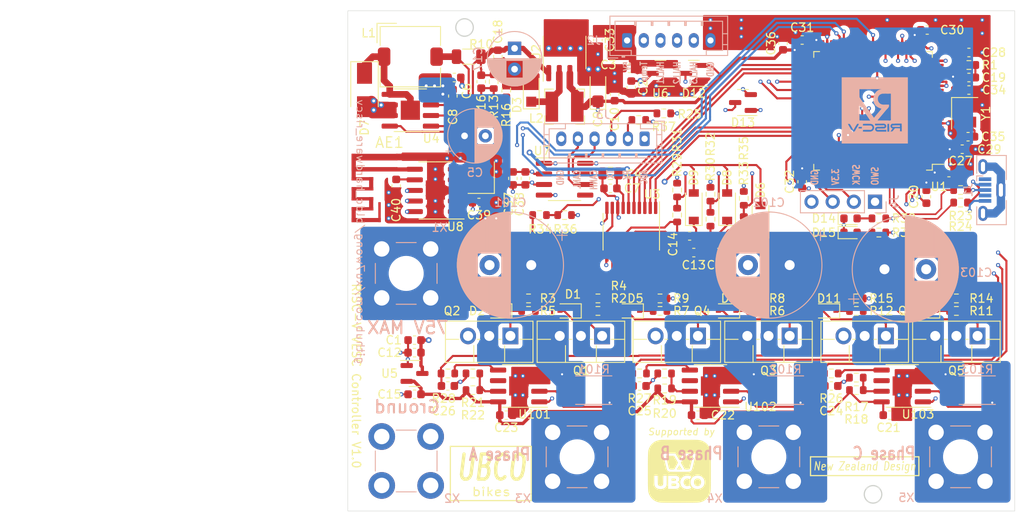
<source format=kicad_pcb>
(kicad_pcb (version 20211014) (generator pcbnew)
  (layers (0 "F.Cu" signal) (1 "In1.Cu" signal) (2 "In2.Cu" signal) (31 "B.Cu" signal) (34 "B.Paste" user) (35 "F.Paste" user) (36 "B.SilkS" user "B.Silkscreen") (37 "F.SilkS" user "F.Silkscreen") (38 "B.Mask" user) (39 "F.Mask" user) (44 "Edge.Cuts" user))
  (net 0 "")
  (net 1 "/NRST")
  (net 7 "Net-(J1-Pad3)")
  (net 11 "/D+")
  (net 12 "Net-(J1-Pad2)")
  (net 13 "/D-")
  (net 14 "/XI")
  (net 15 "/XO")
  (net 19 "/TIM1-CH1N")
  (net 20 "/TIM1-CH2N")
  (net 21 "/TIM1-CH3N")
  (net 22 "/TIM1-CH1")
  (net 25 "/TIM1-CH2")
  (net 26 "/TIM1-CH3")
  (net 30 "Net-(C40-Pad1)")
  (net 37 "/BLE_MODE")
  (net 38 "/BLE_TX")
  (net 44 "unconnected-(J1-Pad6)")
  (net 45 "/AIN_CS3")
  (net 46 "/AIN_CS2")
  (net 56 "/AIN_CS1")
  (net 57 "/AIN_VS1")
  (net 58 "/AIN_VS2")
  (net 62 "/AIN_VS3")
  (net 63 "/AIN_VIN")
  (net 68 "/ADC_EXT")
  (net 72 "Net-(D14-Pad2)")
  (net 73 "Net-(D15-Pad2)")
  (net 81 "Net-(J3-Pad2)")
  (net 82 "Net-(J3-Pad3)")
  (net 83 "GND")
  (net 84 "/3.3V")
  (net 85 "/Driver/VS1")
  (net 86 "/Driver/VS2")
  (net 87 "/Driver/VS3")
  (net 88 "Net-(D2-Pad1)")
  (net 89 "Net-(D2-Pad2)")
  (net 90 "/Driver/HO1")
  (net 91 "/Driver/LO1")
  (net 92 "/Driver/HO2")
  (net 93 "/Driver/LO2")
  (net 94 "/Driver/HO3")
  (net 95 "/Driver/LO3")
  (net 96 "/Driver/12V")
  (net 97 "/Driver/72V")
  (net 98 "Net-(C8-Pad2)")
  (net 99 "Net-(C11-Pad1)")
  (net 100 "Net-(C13-Pad1)")
  (net 101 "Net-(C14-Pad1)")
  (net 102 "/Driver/5V")
  (net 103 "Net-(C16-Pad2)")
  (net 104 "Net-(C19-Pad1)")
  (net 105 "Net-(D1-Pad1)")
  (net 106 "Net-(D1-Pad2)")
  (net 107 "Net-(D4-Pad1)")
  (net 108 "Net-(D4-Pad2)")
  (net 109 "Net-(D5-Pad1)")
  (net 110 "Net-(D5-Pad2)")
  (net 111 "Net-(D10-Pad1)")
  (net 112 "Net-(D10-Pad2)")
  (net 113 "Net-(D11-Pad1)")
  (net 114 "Net-(D11-Pad2)")
  (net 115 "Net-(R17-Pad2)")
  (net 116 "Net-(R19-Pad2)")
  (net 117 "Net-(R21-Pad2)")
  (net 118 "Net-(R26-Pad1)")
  (net 119 "Net-(R27-Pad1)")
  (net 120 "Net-(R28-Pad1)")
  (net 121 "Net-(L1-Pad2)")
  (net 122 "Net-(D3-Pad1)")
  (net 123 "Net-(D7-Pad1)")
  (net 127 "/Driver/PhaseA")
  (net 128 "/Driver/PhaseB")
  (net 129 "/Driver/PhaseC")
  (net 130 "/HALL-VCC")
  (net 131 "/MOTOR-TEMP")
  (net 132 "/HALL1")
  (net 133 "/HALL2")
  (net 134 "/HALL3")
  (net 135 "/CANH")
  (net 136 "/CANL")
  (net 137 "/UART_T")
  (net 138 "/UART_R")
  (net 139 "/LED1")
  (net 140 "/LED2")
  (net 141 "/CAN-R")
  (net 142 "/CAN-T")
  (net 144 "/SWIO")
  (net 145 "/SWCK")
  (net 146 "/BLE_RX")
  (net 148 "Net-(U8-Pad4)")
  (net 149 "Net-(U8-Pad5)")
  (footprint "Resistor_SMD:R_0603_1608Metric" (layer "F.Cu") (at 127.5 105.5 90)
    (fp_text reference "R33")
    (fp_text value "56K")
  )
  (footprint "Resistor_SMD:R_0603_1608Metric" (layer "F.Cu") (at 153.5 103 180)
    (fp_text reference "R24")
    (fp_text value "4.7")
  )
  (footprint "Package_TO_SOT_THT:TO-220F-3_Vertical" (layer "F.Cu") (at 99.5 119 180)
    (fp_text reference "Q2")
    (fp_text value "Q_NMOS_GDS")
  )
  (footprint "Capacitor_SMD:C_0805_2012Metric" (layer "F.Cu") (at 111.5 99.5 180)
    (fp_text reference "C4")
    (fp_text value "2.2uF")
  )
  (footprint "Capacitor_SMD:C_0603_1608Metric" (layer "F.Cu") (at 111.5 101.3 180)
    (fp_text reference "C7")
    (fp_text value "0.1uF")
  )
  (footprint "Capacitor_SMD:C_0603_1608Metric" (layer "F.Cu") (at 153.7 96.6)
    (fp_text reference "C29")
    (fp_text value "0.1uF")
  )
  (footprint "Capacitor_SMD:C_0603_1608Metric" (layer "F.Cu") (at 154.5 89.5)
    (fp_text reference "C34")
    (fp_text value "9pF")
  )
  (footprint "Resistor_SMD:R_0603_1608Metric" (layer "F.Cu") (at 97.5 88.5 -90)
    (fp_text reference "R13")
    (fp_text value "22K")
  )
  (footprint "Capacitor_SMD:C_0603_1608Metric" (layer "F.Cu") (at 92.775 88)
    (fp_text reference "C6")
    (fp_text value "0.1uF")
  )
  (footprint "Package_TO_SOT_SMD:SOT-23" (layer "F.Cu") (at 88 123.5)
    (fp_text reference "U5")
    (fp_text value "MCP1703A-5002_SOT23")
  )
  (footprint "Resistor_SMD:R_0603_1608Metric" (layer "F.Cu") (at 153 116 180)
    (fp_text reference "R11")
    (fp_text value "4.7")
  )
  (footprint "Resistor_SMD:R_0603_1608Metric" (layer "F.Cu") (at 101.675 114.5 180)
    (fp_text reference "R5")
    (fp_text value "4.7")
  )
  (footprint "Resistor_SMD:R_0603_1608Metric" (layer "F.Cu") (at 153 114.5 180)
    (fp_text reference "R14")
    (fp_text value "4.7")
  )
  (footprint "Capacitor_SMD:C_0603_1608Metric" (layer "F.Cu") (at 98 85.5 -90)
    (fp_text reference "C18")
    (fp_text value "0.1uF")
  )
  (footprint "Resistor_SMD:R_0603_1608Metric" (layer "F.Cu") (at 103 104.5)
    (fp_text reference "R34")
    (fp_text value "56K")
  )
  (footprint "Inductor_SMD:L_TDK_SLF7032" (layer "F.Cu") (at 87.5 85.5)
    (fp_text reference "L1")
    (fp_text value "47uH")
  )
  (footprint "Resistor_SMD:R_0603_1608Metric" (layer "F.Cu") (at 99 89.5 90)
    (fp_text reference "R16")
    (fp_text value "2K2")
  )
  (footprint "Package_SO:SOIC-8_3.9x4.9mm_P1.27mm" (layer "F.Cu") (at 106 100.2)
    (fp_text reference "U7")
    (fp_text value "SN65HVD230")
  )
  (footprint "Resistor_SMD:R_1206_3216Metric" (layer "F.Cu") (at 94.5 85.5)
    (fp_text reference "R10")
    (fp_text value "0.05")
  )
  (footprint "Resistor_SMD:R_0603_1608Metric" (layer "F.Cu") (at 115 123.5 180)
    (fp_text reference "R27")
    (fp_text value "100")
  )
  (footprint "Resistor_SMD:R_0603_1608Metric" (layer "F.Cu") (at 95 125.5)
    (fp_text reference "R22")
    (fp_text value "4K3")
  )
  (footprint "Capacitor_SMD:C_0603_1608Metric" (layer "F.Cu") (at 114 89.2 -90)
    (fp_text reference "C2")
    (fp_text value "0.1uF")
  )
  (footprint "Capacitor_SMD:C_0603_1608Metric" (layer "F.Cu") (at 149.4 102.3 -90)
    (fp_text reference "C20")
    (fp_text value "0.1uF")
  )
  (footprint "Diode_SMD:D_SOD-323" (layer "F.Cu") (at 125.5 116 180)
    (fp_text reference "D4")
    (fp_text value "1N4148WS")
  )
  (footprint "Resistor_SMD:R_0603_1608Metric" (layer "F.Cu") (at 123.5 105 90)
    (fp_text reference "R30")
    (fp_text value "56K")
  )
  (footprint "Resistor_SMD:R_0603_1608Metric" (layer "F.Cu") (at 117.45 116 180)
    (fp_text reference "R7")
    (fp_text value "4.7")
  )
  (footprint "Resistor_SMD:R_0603_1608Metric" (layer "F.Cu") (at 114.9 93.1 180)
    (fp_text reference "R37")
    (fp_text value "4.7")
  )
  (footprint "Capacitor_SMD:C_0603_1608Metric" (layer "F.Cu") (at 152.1 99.4)
    (fp_text reference "C27")
    (fp_text value "0.1uF")
  )
  (footprint "Capacitor_SMD:C_0603_1608Metric" (layer "F.Cu") (at 124.5 109 180)
    (fp_text reference "C11")
    (fp_text value "0.22uF")
  )
  (footprint "Resistor_SMD:R_0603_1608Metric" (layer "F.Cu") (at 110 114.5 180)
    (fp_text reference "R4")
    (fp_text value "4.7")
  )
  (footprint "Resistor_SMD:R_0603_1608Metric" (layer "F.Cu") (at 127.5 102.5 90)
    (fp_text reference "R35")
    (fp_text value "2K2")
  )
  (footprint "BLDC_Library:HSOP-8-1EP_3.9x4.9mm_P1.27mm_EP2.3x2.3mm" (layer "F.Cu") (at 87.5 91.925 180)
    (fp_text reference "U4")
    (fp_text value "XL7046")
  )
  (footprint "Package_TO_SOT_THT:TO-220F-3_Vertical" (layer "F.Cu") (at 155.54 119 180)
    (fp_text reference "Q5")
    (fp_text value "Q_NMOS_GDS")
  )
  (footprint "Diode_SMD:D_SOD-323" (layer "F.Cu") (at 113.95 116 180)
    (fp_text reference "D5")
    (fp_text value "1N4148WS")
  )
  (footprint "LED_SMD:LED_0603_1608Metric" (layer "F.Cu") (at 140.3 106.6)
    (fp_text reference "D15")
    (fp_text value "LED")
  )
  (footprint "Diode_SMD:D_SOD-323" (layer "F.Cu") (at 149.5 116 180)
    (fp_text reference "D10")
    (fp_text value "1N4148WS")
  )
  (footprint "Capacitor_SMD:C_0603_1608Metric" (layer "F.Cu") (at 112 90 90)
    (fp_text reference "C10")
    (fp_text value "0.1uF")
  )
  (footprint "Resistor_SMD:R_0603_1608Metric" (layer "F.Cu") (at 119.5 104.5 90)
    (fp_text reference "R29")
    (fp_text value "56K")
  )
  (footprint "Resistor_SMD:R_0603_1608Metric" (layer "F.Cu") (at 106 104.5)
    (fp_text reference "R36")
    (fp_text value "2K2")
  )
  (footprint "BLDC_Library:Oscillator_SMD_Abracon_ASE-4Pin_3.2x2.5mm" (layer "F.Cu") (at 154 92.3 -90)
    (fp_text reference "Y1")
    (fp_text value "Crystal_GND24")
  )
  (footprint "Package_TO_SOT_SMD:SOT-23" (layer "F.Cu") (at 121.5 87.5 180)
    (fp_text reference "D12")
    (fp_text value "BAS40-04")
  )
  (footprint "Resistor_SMD:R_0603_1608Metric" (layer "F.Cu") (at 101.675 116 180)
    (fp_text reference "R3")
    (fp_text value "4.7")
  )
  (footprint "BLDC_Library:ANT-F-1-2.4G-0.6MM-FR4" (layer "F.Cu") (at 83.05 103.15 90)
    (fp_text reference "AE1")
    (fp_text value "Antenna" hide)
  )
  (footprint "BLDC_Library:Nexperia_CFP3_SOD-123W" (layer "F.Cu") (at 102 89.5 90)
    (fp_text reference "D3")
    (fp_text value "PMEG6020AELR")
  )
  (footprint "Diode_SMD:D_SMA" (layer "F.Cu") (at 82 89.5 -90)
    (fp_text reference "D7")
    (fp_text value "US1B")
  )
  (footprint "Capacitor_SMD:C_0603_1608Metric" (layer "F.Cu") (at 101.3 100.1 90)
    (fp_text reference "C38")
    (fp_text value "0.1uF")
  )
  (footprint "Resistor_SMD:R_0603_1608Metric" (layer "F.Cu") (at 138 123.5 180)
    (fp_text reference "R26")
    (fp_text value "100")
  )
  (footprint "Capacitor_SMD:C_0603_1608Metric" (layer "F.Cu") (at 115 125 180)
    (fp_text reference "C25")
    (fp_text value "10nF")
  )
  (footprint "Capacitor_SMD:C_0603_1608Metric" (layer "F.Cu") (at 134.5 100.5 -90)
    (fp_text reference "C32")
    (fp_text value "0.1uF")
  )
  (footprint "Package_SO:SOIC-8_3.9x4.9mm_P1.27mm" (layer "F.Cu") (at 106 85 90)
    (fp_text reference "U2")
    (fp_text value "XL1509-3.3")
  )
  (footprint "Capacitor_SMD:C_0603_1608Metric" (layer "F.Cu") (at 122 128.5)
    (fp_text reference "C22")
    (fp_text value "2.2uF")
  )
  (footprint "Capacitor_SMD:C_0603_1608Metric" (layer "F.Cu") (at 145 128.5)
    (fp_text reference "C21")
    (fp_text value "2.2uF")
  )
  (footprint "Inductor_SMD:L_Bourns-SRN4018" (layer "F.Cu") (at 106 91.5)
    (fp_text reference "L2")
    (fp_text value "47uH")
  )
  (footprint "Resistor_SMD:R_0603_1608Metric" (layer "F.Cu") (at 141 116 180)
    (fp_text reference "R12")
    (fp_text value "4.7")
  )
  (footprint "Resistor_SMD:R_0603_1608Metric" (layer "F.Cu") (at 129 116 180)
    (fp_text reference "R6")
    (fp_text value "4.7")
  )
  (footprint "Capacitor_SMD:C_0603_1608Metric" (layer "F.Cu") (at 99 128.5)
    (fp_text reference "C23")
    (fp_text value "2.2uF")
  )
  (footprint "Resistor_SMD:R_0603_1608Metric" (layer "F.Cu") (at 95 123.5)
    (fp_text reference "R21")
    (fp_text value "2K2")
  )
  (footprint "Package_SO:TSSOP-20_4.4x6.5mm_P0.65mm" (layer "F.Cu") (at 114 106.5 -90)
    (fp_text reference "U3")
    (fp_text value "IC_EG2134")
  )
  (footprint "BLDC_Library:HSOP-8-1EP_3.9x4.9mm_P1.27mm_EP2.3x2.3mm" (layer "F.Cu") (at 100.5 125 180)
    (fp_text reference "U101")
    (fp_text value "MAX9919")
  )
  (footprint "Resistor_SMD:R_0603_1608Metric" (layer "F.Cu") (at 143.7 106.6)
    (fp_text reference "R39")
    (fp_text value "1K")
  )
  (footprint "Resistor_SMD:R_0603_1608Metric" (layer "F.Cu") (at 154.5 86.5 180)
    (fp_text reference "R1")
    (fp_text value "10K")
  )
  (footprint "Package_TO_SOT_THT:TO-220F-3_Vertical" (layer "F.Cu") (at 144.54 119 180)
    (fp_text reference "Q6")
    (fp_text value "Q_NMOS_GDS")
  )
  (footprint "Resistor_SMD:R_0603_1608Metric" (layer "F.Cu") (at 153.5 101.5 180)
    (fp_text reference "R23")
    (fp_text value "4.7")
  )
  (footprint "Resistor_SMD:R_0603_1608Metric" (layer "F.Cu") (at 117.45 114.5 180)
    (fp_text reference "R9")
    (fp_text value "4.7")
  )
  (footprint "Resistor_SMD:R_0603_1608Metric" (layer "F.Cu") (at 117.9 92.3 180)
    (fp_text reference "R25")
    (fp_text value "4.7")
  )
  (footprint "BLDC_Library:Oscillator_SMD_Abracon_ASE-4Pin_3.2x2.5mm" (layer "F.Cu") (at 96 100 90)
    (fp_text reference "Y2")
    (fp_text value "Crystal_GND24")
  )
  (footprint "Capacitor_SMD:C_0603_1608Metric" (layer "F.Cu") (at 154.5 88 180)
    (fp_text reference "C19")
    (fp_text value "0.1uF")
  )
  (footprint "Resistor_SMD:R_0603_1608Metric" (layer "F.Cu") (at 92 123.5 180)
    (fp_text reference "R28")
    (fp_text value "100")
  )
  (footprint "Package_TO_SOT_THT:TO-220F-3_Vertical" (layer "F.Cu") (at 110.5 119 180)
    (fp_text reference "Q1")
    (fp_text value "Q_NMOS_GDS")
  )
  (footprint "Diode_SMD:D_SOD-323" (layer "F.Cu") (at 106.5 116 180)
    (fp_text reference "D1")
    (fp_text value "1N4148WS")
  )
  (footprint "Capacitor_Tantalum_SMD:CP_EIA-3216-18_Kemet-A" (layer "F.Cu") (at 110 89.5 90)
    (fp_text reference "C9")
    (fp_text value "47uF/6.3V")
  )
  (footprint "Diode_SMD:D_SOD-123" (layer "F.Cu") (at 121.5 103.5 90)
    (fp_text reference "D9")
    (fp_text value "1N4448W")
  )
  (footprint "Resistor_SMD:R_0603_1608Metric" (layer "F.Cu") (at 119.5 101.5 90)
    (fp_text reference "R31")
    (fp_text value "2K2")
  )
  (footprint "Capacitor_SMD:C_0603_1608Metric" (layer "F.Cu") (at 132.2 83.9 90)
    (fp_text reference "C36")
    (fp_text value "2.2uF")
  )
  (footprint "Capacitor_SMD:C_0603_1608Metric" (layer "F.Cu") (at 95.725 103)
    (fp_text reference "C39")
    (fp_text value "0.1uF")
  )
  (footprint "BLDC_Library:HSOP-10-1EP_3.9x4.9mm_P1.27mm_EP2.3x2.3mm" (layer "F.Cu") (at 90.5 101.5 180)
    (fp_text reference "U8")
    (fp_text value "CH9141K")
  )
  (footprint "Resistor_SMD:R_0603_1608Metric" (layer "F.Cu") (at 141 125.5)
    (fp_text reference "R18")
    (fp_text value "4K3")
  )
  (footprint "Capacitor_SMD:C_0603_1608Metric" (layer "F.Cu") (at 99.8 100.1 90)
    (fp_text reference "C37")
    (fp_text value "2.2uF")
  )
  (footprint "Capacitor_SMD:C_0603_1608Metric" (layer "F.Cu") (at 96 88.5 -90)
    (fp_text reference "C16")
    (fp_text value "10nF")
  )
  (footprint "Capacitor_SMD:C_0603_1608Metric" (layer "F.Cu") (at 113.775 86.9 180)
    (fp_text reference "C3")
    (fp_text value "0.1uF")
  )
  (footprint "Capacitor_SMD:C_0603_1608Metric" (layer "F.Cu") (at 92 125 180)
    (fp_text reference "C26")
    (fp_text value "10nF")
  )
  (footprint "Package_QFP:LQFP-100_14x14mm_P0.5mm" (layer "F.Cu") (at 143 92 180)
    (fp_text reference "U1")
    (fp_text value "CH32V307VCT6")
  )
  (footprint "Diode_SMD:D_SOD-323" (layer "F.Cu") (at 137.5 116 180)
    (fp_text reference "D11")
    (fp_text value "1N4148WS")
  )
  (footprint "Diode_SMD:D_SOD-123" (layer "F.Cu") (at 129.5 105 90)
    (fp_text reference "D6")
    (fp_text value "1N4448W")
  )
  (footprint "Capacitor_SMD:C_0603_1608Metric" (layer "F.Cu") (at 134.5 83.5 180)
    (fp_text reference "C31")
    (fp_text value "0.1uF")
  )
  (footprint "LED_SMD:LED_0603_1608Metric" (layer "F.Cu") (at 140.3 104.9)
    (fp_text reference "D14")
    (fp_text value "LED")
  )
  (footprint "Capacitor_SMD:C_0603_1608Metric" (layer "F.Cu") (at 154.4 95.1 180)
    (fp_text reference "C35")
    (fp_text value "9pF")
  )
  (footprint "Capacitor_SMD:C_0603_1608Metric" (layer "F.Cu") (at 88 119.5 180)
    (fp_text reference "C1")
    (fp_text value "2.2uF")
  )
  (footprint "Package_TO_SOT_THT:TO-220F-3_Vertical" (layer "F.Cu") (at 122 119 180)
    (fp_text reference "Q4")
    (fp_text value "Q_NMOS_GDS")
  )
  (footprint "Capacitor_SMD:C_0603_1608Metric" (layer "F.Cu") (at 149.5 82.3)
    (fp_text reference "C30")
    (fp_text value "0.1uF")
  )
  (footprint "Package_TO_SOT_SMD:SOT-23" (layer "F.Cu") (at 127.4 91 180)
    (fp_text reference "D13")
    (fp_text value "BAS40-04")
  )
  (footprint "Diode_SMD:D_SOD-123" (layer "F.Cu") (at 125.5 103.5 90)
    (fp_text reference "D8")
    (fp_text value "1N4448W")
  )
  (footprint "Resistor_SMD:R_0603_1608Metric" (layer "F.Cu") (at 118 125.3)
    (fp_text reference "R20")
    (fp_text value "4K3")
  )
  (footprint "BLDC_Library:HSOP-8-1EP_3.9x4.9mm_P1.27mm_EP2.3x2.3mm" (layer "F.Cu") (at 123.5 125 180)
    (fp_text reference "U102")
    (fp_text value "MAX9919")
  )
  (footprint "Resistor_SMD:R_0603_1608Metric" (layer "F.Cu") (at 129 114.5 180)
    (fp_text reference "R8")
    (fp_text value "4.7")
  )
  (footprint "Capacitor_SMD:C_0603_1608Metric" (layer "F.Cu") (at 138 125 180)
    (fp_text reference "C24")
    (fp_text value "10nF")
  )
  (footprint "Diode_SMD:D_SOD-323" (layer "F.Cu") (at 98.175 116 180)
    (fp_text reference "D2")
    (fp_text value "1N4148WS")
  )
  (footprint "Capacitor_SMD:C_0603_1608Metric" (layer "F.Cu") (at 85.8 101 -90)
    (fp_text reference "C40")
    (fp_text value "0.1uF")
  )
  (footprint "Capacitor_SMD:C_0603_1608Metric" (layer "F.Cu") (at 88 126 180)
    (fp_text reference "C15")
    (fp_text value "0.1uF")
  )
  (footprint "BLDC_Library:HSOP-8-1EP_3.9x4.9mm_P1.27mm_EP2.3x2.3mm" (layer "F.Cu") (at 146.5 125 180)
    (fp_text reference "U103")
    (fp_text value "MAX9919")
  )
  (footprint "Package_TO_SOT_THT:TO-220F-3_Vertical" (layer "F.Cu") (at 133 119 180)
    (fp_text reference "Q3")
    (fp_text value "Q_NMOS_GDS")
  )
  (footprint "Capacitor_SMD:C_0603_1608Metric" (layer "F.Cu") (at 88 121 180)
    (fp_text reference "C12")
    (fp_text value "0.1uF")
  )
  (footprint "Resistor_SMD:R_0603_1608Metric" (layer "F.Cu") (at 118 123.5)
    (fp_text reference "R19")
    (fp_text value "2K2")
  )
  (footprint "Resistor_SMD:R_0603_1608Metric" (layer "F.Cu") (at 141 114.5 180)
    (fp_text reference "R15")
    (fp_text value "4.7")
  )
  (footprint "Capacitor_SMD:C_0603_1608Metric" (layer "F.Cu") (at 110 83.5 -90)
    (fp_text reference "C33")
    (fp_text value "2.2uF")
  )
  (footprint "Package_TO_SOT_SMD:SOT-23" (layer "F.Cu") (at 117.5 87.5 180)
    (fp_text reference "U6")
    (fp_text value "MCP1703A-5002_SOT23")
  )
  (footprint "Capacitor_SMD:C_0603_1608Metric" (layer "F.Cu") (at 154.5 85)
    (fp_text reference "C28")
    (fp_text value "0.1uF")
  )
  (footprint "Resistor_SMD:R_0603_1608Metric" (layer "F.Cu") (at 143.7 104.9)
    (fp_text reference "R38")
    (fp_text value "1K")
  )
  (footprint "Capacitor_SMD:C_0603_1608Metric" (layer "F.Cu") (at 121.5 109 180)
    (fp_text reference "C13")
    (fp_text value "0.22uF")
  )
  (footprint "Resistor_SMD:R_0603_1608Metric" (layer "F.Cu") (at 123.5 102 90)
    (fp_text reference "R32")
    (fp_text value "2K2")
  )
  (footprint "Resistor_SMD:R_0603_1608Metric" (layer "F.Cu") (at 110 116 180)
    (fp_text reference "R2")
    (fp_text value "4.7")
  )
  (footprint "Resistor_SMD:R_0603_1608Metric" (layer "F.Cu") (at 141 124)
    (fp_text reference "R17")
    (fp_text value "2K2")
  )
  (footprint "Capacitor_SMD:C_0603_1608Metric" (layer "F.Cu") (at 92.6 90.225 -90)
    (fp_text reference "C8")
    (fp_text value "1uF")
  )
  (footprint "Capacitor_SMD:C_0603_1608Metric" (layer "F.Cu") (at 121 107 180)
    (fp_text reference "C14")
    (fp_text value "0.22uF")
  )
  (footprint "Capacitor_THT:CP_Radial_D6.3mm_P2.50mm" (layer "B.Cu") (at 100 84.5 -90)
    (fp_text reference "C17")
    (fp_text value "220uF/25V")
  )
  (footprint "Connector_JST:JST_PH_B6B-PH-K_1x06_P2.00mm_Vertical" (layer "B.Cu") (at 115.6 95.35 180)
    (fp_text reference "J3")
    (fp_text value "Screw_Terminal_01x06")
  )
  (footprint "Connector_JST:JST_PH_B6B-PH-K_1x06_P2.00mm_Vertical" (layer "B.Cu") (at 113.5 83.55)
    (fp_text reference "J2")
    (fp_text value "Screw_Terminal_01x06")
  )
  (footprint "Capacitor_THT:CP_Radial_D12.5mm_P5.00mm" (layer "B.Cu") (at 102 110.5 180)
    (fp_text reference "C101")
    (fp_text value "220uF/80V")
  )
  (footprint "Capacitor_THT:CP_Radial_D12.5mm_P5.00mm" (layer "B.Cu") (at 133 110.5 180)
    (fp_text reference "C102")
    (fp_text value "220uF/80V")
  )
  (footprint "BLDC_Library:Wuerth_REDCUBE-THR_WP-THRBU_74650073_THR" (layer "B.Cu") (at 107.5 133.5 180)
    (fp_text reference "X3")
    (fp_text value "CON-T")
  )
  (footprint "BLDC_Library:Wuerth_REDCUBE-THR_WP-THRBU_74650073_THR" (layer "B.Cu") (at 130.5 133.5 180)
    (fp_text reference "X4")
    (fp_text value "CON-T")
  )
  (footprint "Resistor_SMD:R_2512_6332Metric" (layer "B.Cu") (at 132.5 125.5)
    (fp_text reference "R102")
    (fp_text value "0.0005")
  )
  (footprint "BLDC_Library:USB_Micro-B_Molex-105133-0001" (layer "B.Cu") (at 157.2625 101.5 -90)
    (fp_text reference "J1")
    (fp_text value "USB_B_Micro")
  )
  (footprint "Resistor_SMD:R_2512_6332Metric" (layer "B.Cu") (at 155.5 125.5)
    (fp_text reference "R103")
    (fp_text value "0.0005")
  )
  (footprint "BLDC_Library:Wuerth_REDCUBE-THR_WP-THRBU_74650073_THR" (layer "B.Cu") (at 87 111.5 180)
    (fp_text reference "X1")
    (fp_text value "CON-T")
  )
  (footprint "Capacitor_THT:CP_Radial_D6.3mm_P2.50mm" (layer "B.Cu") (at 94 95)
    (fp_text reference "C5")
    (fp_text value "47uF/80V")
  )
  (footprint "Capacitor_THT:CP_Radial_D12.5mm_P5.00mm" (layer "B.Cu") (at 144.376041 111)
    (fp_text reference "C103")
    (fp_text value "220uF/80V")
  )
  (footprint "Connector_PinHeader_2.54mm:PinHeader_1x04_P2.54mm_Vertical" (layer "B.Cu") (at 143.24 102.9 90)
    (fp_text reference "J4")
    (fp_text value "Screw_Terminal_01x04")
  )
  (footprint "BLDC_Library:Wuerth_REDCUBE-THR_WP-THRBU_74650073_THR" (layer "B.Cu") (at 153.5 133.5 180)
    (fp_text reference "X5")
    (fp_text value "CON-T")
  )
  (footprint "Resistor_SMD:R_2512_6332Metric" (layer "B.Cu") (at 109.5 125.5)
    (fp_text reference "R101")
    (fp_text value "0.0005")
  )
  (footprint "BLDC_Library:Wuerth_REDCUBE-THR_WP-THRBU_74650073_THR" (layer "B.Cu") (at 87 134 180)
    (fp_text reference "X2")
    (fp_text value "CON-T")
  )
  (gr_poly (pts (xy 143.526458 94.288333) (xy 143.671979 94.288333) (xy 143.65741 94.287949) (xy 143.639208 94.286744) (xy 143.618403 94.284655)) (layer "B.SilkS") (width 0.005) (fill solid))
  (gr_poly (pts (xy 144.325885 93.89427) (xy 144.319306 93.89715) (xy 144.312435 93.899701) (xy 144.305292 93.901939) (xy 144.293838 93.904687) (xy 144.346666 93.904687) (xy 144.346666 93.891458) (xy 144.331342 93.891458)) (layer "B.SilkS") (width 0.005) (fill solid))
  (gr_poly (pts (xy 141.378876 91.409226) (xy 141.373201 91.44104) (xy 141.369342 91.474427) (xy 141.367074 91.509101) (xy 141.366175 91.544777) (xy 141.366421 91.581169) (xy 141.367589 91.617993) (xy 141.371798 91.691792) (xy 141.377016 91.763891) (xy 141.381456 91.832006) (xy 141.382827 91.863856) (xy 141.383333 91.893854) (xy 141.383333 91.391913)) (layer "B.SilkS") (width 0.005) (fill solid))
  (gr_poly (pts (xy 142.586748 94.487521) (xy 142.639289 94.486774) (xy 142.639369 94.48677) (xy 142.481354 94.48677)) (layer "B.SilkS") (width 0.005) (fill solid))
  (gr_poly (pts (xy 145.333455 93.533969) (xy 145.331559 93.534271) (xy 145.629896 93.534271) (xy 145.476678 93.528461)) (layer "B.SilkS") (width 0.005) (fill solid))
  (gr_poly (pts (xy 145.0875 94.48677) (xy 145.093667 94.485876) (xy 145.091334 94.48121)) (layer "B.SilkS") (width 0.005) (fill solid))
  (gr_poly (pts (xy 143.513229 93.904687) (xy 144.095312 93.904687) (xy 144.052487 93.903845) (xy 144.006104 93.901643) (xy 143.905063 93.8951) (xy 143.841193 93.891458) (xy 143.777813 93.891458)) (layer "B.SilkS") (width 0.005) (fill solid))
  (gr_poly (pts (xy 144.915521 91.446501) (xy 144.916298 91.442355) (xy 144.918244 91.42764) (xy 144.919541 91.412588) (xy 144.920275 91.397273) (xy 144.920531 91.381766) (xy 144.920396 91.366141) (xy 144.919293 91.334828) (xy 144.917655 91.303916) (xy 144.916169 91.273987) (xy 144.915521 91.245625)) (layer "B.SilkS") (width 0.005) (fill solid))
  (gr_poly (pts (xy 142.453691 94.289036) (xy 142.49351 94.29065) (xy 142.53417 94.292433) (xy 142.575174 94.293642) (xy 142.616026 94.293535) (xy 142.63624 94.292756) (xy 142.65623 94.291369) (xy 142.675934 94.289283) (xy 142.682319 94.288333) (xy 142.415208 94.288333)) (layer "B.SilkS") (width 0.005) (fill solid))
  (gr_poly (pts (xy 146.436875 94.460312) (xy 146.238437 94.460312) (xy 146.238437 94.473542)) (layer "B.SilkS") (width 0.005) (fill solid))
  (gr_poly (pts (xy 142.714235 94.282639) (xy 142.695289 94.286404) (xy 142.682319 94.288333) (xy 142.732708 94.288333) (xy 142.732708 94.277895)) (layer "B.SilkS") (width 0.005) (fill solid))
  (gr_poly (pts (xy 143.036979 90.570937) (xy 143.0446 90.570937) (xy 143.046274 90.523068) (xy 143.050208 90.477769) (xy 143.050208 90.451875)) (layer "B.SilkS") (width 0.005) (fill solid))
  (gr_poly (pts (xy 144.224895 89.925047) (xy 144.207615 89.927706) (xy 144.174687 89.935938) (xy 144.227604 89.935938) (xy 144.227604 89.92478)) (layer "B.SilkS") (width 0.005) (fill solid))
  (gr_poly (pts (xy 143.050208 90.398958) (xy 143.059853 90.398958) (xy 143.062009 90.383398) (xy 143.063437 90.375909) (xy 143.063437 90.359271)) (layer "B.SilkS") (width 0.005) (fill solid))
  (gr_poly (pts (xy 142.591541 93.559117) (xy 142.494583 93.560729) (xy 142.693021 93.560729) (xy 142.693021 93.559838) (xy 142.689462 93.559633) (xy 142.640537 93.558607)) (layer "B.SilkS") (width 0.005) (fill solid))
  (gr_poly (pts (xy 139.240209 95.91552) (xy 147.177708 95.91552) (xy 147.177708 94.473542) (xy 146.450104 94.473542) (xy 146.238437 94.473542) (xy 146.225208 94.473542) (xy 145.259479 94.473542) (xy 145.259479 94.48677) (xy 145.219791 94.48677) (xy 145.259479 94.473542) (xy 145.219791 94.473542) (xy 145.219791 94.48677) (xy 145.140416 94.48677) (xy 145.219791 94.473542) (xy 145.259479 94.473542) (xy 146.225208 94.473542) (xy 146.238437 94.103125) (xy 146.225208 94.103125) (xy 145.623955 94.103125) (xy 145.801875 94.089896) (xy 146.225208 94.089896) (xy 146.225208 94.103125) (xy 146.238437 94.103125) (xy 146.238437 94.089896) (xy 146.225208 94.089896) (xy 146.19176 94.089316) (xy 146.156148 94.087746) (xy 146.079761 94.082642) (xy 145.99871 94.076606) (xy 145.915656 94.071656) (xy 145.874211 94.07022) (xy 145.833263 94.069813) (xy 145.793146 94.070688) (xy 145.754192 94.073097) (xy 145.716735 94.077292) (xy 145.681106 94.083527) (xy 145.647639 94.092054) (xy 145.616666 94.103125) (xy 145.623955 94.103125) (xy 145.618968 94.103496) (xy 145.337663 94.450496) (xy 145.093667 94.485876) (xy 145.100729 94.5) (xy 145.074271 94.5) (xy 144.941979 94.5) (xy 144.717083 94.5) (xy 144.598021 94.5) (xy 143.5 94.5) (xy 143.843958 94.48677) (xy 143.830729 94.48677) (xy 143.786088 94.48765) (xy 143.739659 94.489694) (xy 143.692098 94.492007) (xy 143.644062 94.493696) (xy 143.596209 94.493867) (xy 143.572556 94.493104) (xy 143.549195 94.491626) (xy 143.526208 94.489322) (xy 143.503677 94.486079) (xy 143.481684 94.481787) (xy 143.460312 94.476333) (xy 143.441846 94.470318) (xy 143.42406 94.463168) (xy 143.406978 94.454937) (xy 143.390622 94.445683) (xy 143.375015 94.435461) (xy 143.360178 94.424329) (xy 143.346136 94.412341) (xy 143.33291 94.399556) (xy 143.320524 94.386029) (xy 143.308998 94.371816) (xy 143.298357 94.356974) (xy 143.288623 94.341559) (xy 143.279818 94.325627) (xy 143.271965 94.309236) (xy 143.265087 94.29244) (xy 143.259206 94.275297) (xy 143.254344 94.257863) (xy 143.250525 94.240194) (xy 143.248646 94.228018) (xy 143.248646 94.145428) (xy 143.249071 94.142812) (xy 143.248646 94.142812) (xy 143.248646 94.145428) (xy 143.247854 94.150302) (xy 143.246123 94.168299) (xy 143.245547 94.186343) (xy 143.246104 94.204378) (xy 143.247771 94.222347) (xy 143.248646 94.228018) (xy 143.248646 94.248646) (xy 143.235416 94.248646) (xy 143.248646 94.142812) (xy 143.249071 94.142812) (xy 143.250762 94.132408) (xy 143.254872 94.114673) (xy 143.260204 94.097155) (xy 143.266781 94.07991) (xy 143.274627 94.062992) (xy 143.283764 94.046461) (xy 143.294214 94.03037) (xy 143.306 94.014777) (xy 143.319144 93.999739) (xy 143.335099 93.984176) (xy 143.352339 93.970031) (xy 143.37079 93.957246) (xy 143.390377 93.945757) (xy 143.393161 93.944375) (xy 143.142812 93.944375) (xy 143.142812 94.089896) (xy 143.129583 94.089896) (xy 143.137236 94.00572) (xy 143.130722 94.00572) (xy 143.129578 94.036736) (xy 143.126527 94.067688) (xy 143.121582 94.098457) (xy 143.11476 94.128921) (xy 143.106072 94.158961) (xy 143.095534 94.188455) (xy 143.083159 94.217284) (xy 143.068961 94.245327) (xy 143.052956 94.272462) (xy 143.035155 94.298571) (xy 143.015575 94.323532) (xy 142.994228 94.347226) (xy 142.971129 94.36953) (xy 142.946291 94.390326) (xy 142.91973 94.409492) (xy 142.891458 94.426909) (xy 142.867494 94.439421) (xy 142.843177 94.450109) (xy 142.818535 94.459113) (xy 142.793595 94.466573) (xy 142.768387 94.472629) (xy 142.742937 94.477423) (xy 142.717274 94.481094) (xy 142.691427 94.483782) (xy 142.665422 94.485629) (xy 142.639369 94.48677) (xy 142.70625 94.48677) (xy 142.70625 94.5) (xy 141.793438 94.5) (xy 142.084479 94.48677) (xy 141.780208 94.48677) (xy 141.793438 94.288333) (xy 142.07125 94.275104) (xy 142.679792 94.275104) (xy 142.679792 94.288333) (xy 142.732708 94.275104) (xy 142.732708 94.277895) (xy 142.747829 94.272992) (xy 142.762478 94.267182) (xy 142.776635 94.260508) (xy 142.790281 94.253011) (xy 142.803396 94.244732) (xy 142.815958 94.235715) (xy 142.827949 94.225999) (xy 142.839347 94.215627) (xy 142.850133 94.204641) (xy 142.860287 94.193082) (xy 142.869787 94.180992) (xy 142.878615 94.168412) (xy 142.88675 94.155385) (xy 142.894172 94.141952) (xy 142.900861 94.128155) (xy 142.906796 94.114036) (xy 142.911957 94.099635) (xy 142.916325 94.084995) (xy 142.919879 94.070158) (xy 142.921098 94.063437) (xy 142.917916 94.063437) (xy 142.925548 94.010015) (xy 142.92555 94.00967) (xy 142.924732 93.994471) (xy 142.922978 93.979325) (xy 142.92027 93.964273) (xy 142.916586 93.949358) (xy 142.911907 93.93462) (xy 142.906212 93.920102) (xy 142.90518 93.917917) (xy 141.661146 93.917917) (xy 141.661146 94.116354) (xy 141.264271 94.116354) (xy 141.264271 93.931146) (xy 141.661146 93.917917) (xy 142.90518 93.917917) (xy 142.899482 93.905845) (xy 142.891695 93.891891) (xy 142.882833 93.878282) (xy 142.874632 93.867122) (xy 142.866192 93.85668) (xy 142.85752 93.846934) (xy 142.848621 93.837859) (xy 142.839503 93.829432) (xy 142.830172 93.821628) (xy 142.820635 93.814423) (xy 142.810898 93.807794) (xy 142.800967 93.801717) (xy 142.79085 93.796167) (xy 142.780552 93.791122) (xy 142.770081 93.786556) (xy 142.759442 93.782446) (xy 142.748643 93.778768) (xy 142.72659 93.772612) (xy 142.725551 93.772396) (xy 142.70625 93.772396) (xy 142.666562 93.772396) (xy 142.687472 93.765426) (xy 142.703973 93.767898) (xy 142.70625 93.768373) (xy 142.70625 93.772396) (xy 142.725551 93.772396) (xy 142.70625 93.768373) (xy 142.70625 93.759166) (xy 142.687472 93.765426) (xy 142.680844 93.764433) (xy 142.657257 93.762026) (xy 142.633263 93.760486) (xy 142.608915 93.759622) (xy 142.584265 93.759241) (xy 142.534271 93.759166) (xy 141.780208 93.759166) (xy 141.791784 93.573958) (xy 141.317187 93.573958) (xy 141.299654 93.573958) (xy 141.290555 93.601922) (xy 141.274781 93.643002) (xy 141.256892 93.68395) (xy 141.237145 93.724748) (xy 141.215798 93.765376) (xy 141.193106 93.805816) (xy 141.144717 93.886057) (xy 141.043109 94.043453) (xy 140.993998 94.120306) (xy 140.948755 94.195729) (xy 140.930477 94.229674) (xy 140.911899 94.266738) (xy 140.892725 94.305567) (xy 140.872659 94.344807) (xy 140.862201 94.364158) (xy 140.851408 94.383104) (xy 140.840245 94.401475) (xy 140.828675 94.419103) (xy 140.816661 94.435818) (xy 140.804165 94.451451) (xy 140.791152 94.465833) (xy 140.777583 94.478794) (xy 140.773331 94.482158) (xy 140.768507 94.485294) (xy 140.763149 94.488206) (xy 140.757292 94.490899) (xy 140.744228 94.495638) (xy 140.72961 94.499542) (xy 140.713729 94.50264) (xy 140.696879 94.504962) (xy 140.679352 94.506537) (xy 140.661441 94.507395) (xy 140.643438 94.507566) (xy 140.625637 94.50708) (xy 140.608329 94.505966) (xy 140.591808 94.504254) (xy 140.576367 94.501974) (xy 140.562297 94.499156) (xy 140.549892 94.495829) (xy 140.539445 94.492022) (xy 140.532693 94.488758) (xy 140.526056 94.484855) (xy 140.519531 94.480351) (xy 140.513119 94.475282) (xy 140.506818 94.469682) (xy 140.500628 94.463588) (xy 140.494548 94.457035) (xy 140.488577 94.450059) (xy 140.476959 94.434981) (xy 140.465768 94.41864) (xy 140.454998 94.401322) (xy 140.444641 94.383312) (xy 140.375932 94.248646) (xy 140.326075 94.16359) (xy 140.274812 94.078669) (xy 140.17116 93.908428) (xy 140.120321 93.822706) (xy 140.071172 93.736316) (xy 140.024487 93.649057) (xy 140.002311 93.605039) (xy 139.981042 93.560729) (xy 140.214007 93.574329) (xy 140.349474 93.785625) (xy 140.6425 94.301562) (xy 140.944786 93.785625) (xy 141.083415 93.574329) (xy 141.089422 93.573958) (xy 141.299654 93.573958) (xy 141.303441 93.56232) (xy 141.30759 93.565145) (xy 141.312696 93.569369) (xy 141.317187 93.573958) (xy 141.791784 93.573958) (xy 141.792611 93.560729) (xy 141.303958 93.560729) (xy 141.303441 93.56232) (xy 141.30191 93.561278) (xy 141.301236 93.560897) (xy 141.089422 93.573958) (xy 141.065833 93.573958) (xy 141.070892 93.570433) (xy 141.076528 93.567066) (xy 141.089375 93.560836) (xy 141.104056 93.555324) (xy 141.120254 93.550585) (xy 141.133973 93.5475) (xy 140.219167 93.5475) (xy 140.219167 93.560729) (xy 139.981042 93.560729) (xy 140.219167 93.5475) (xy 141.133973 93.5475) (xy 141.137651 93.546673) (xy 141.155928 93.543644) (xy 141.174767 93.541552) (xy 141.193852 93.540452) (xy 141.212863 93.540399) (xy 141.231483 93.541449) (xy 141.249395 93.543655) (xy 141.266279 93.547072) (xy 141.274236 93.549253) (xy 141.281818 93.551757) (xy 141.288984 93.554591) (xy 141.295695 93.557763) (xy 141.301236 93.560897) (xy 141.303958 93.560729) (xy 141.792611 93.560729) (xy 141.793438 93.5475) (xy 141.793438 93.560729) (xy 142.07125 93.5475) (xy 142.693021 93.5475) (xy 142.693021 93.559838) (xy 142.695919 93.560004) (xy 142.693021 93.560729) (xy 142.7085 93.560729) (xy 142.713801 93.561034) (xy 142.738005 93.563196) (xy 142.762036 93.566243) (xy 142.785855 93.5703) (xy 142.809422 93.575494) (xy 142.8327 93.58195) (xy 142.855648 93.589792) (xy 142.878229 93.599146) (xy 142.909506 93.614793) (xy 142.938652 93.632304) (xy 142.965679 93.651558) (xy 142.990603 93.672435) (xy 143.013438 93.694816) (xy 143.034197 93.718578) (xy 143.052894 93.743602) (xy 143.069544 93.769767) (xy 143.084161 93.796953) (xy 143.096758 93.82504) (xy 143.10735 93.853906) (xy 143.115951 93.883432) (xy 143.122574 93.913497) (xy 143.127235 93.94398) (xy 143.129946 93.974761) (xy 143.130722 94.00572) (xy 143.137236 94.00572) (xy 143.142812 93.944375) (xy 143.393161 93.944375) (xy 143.411024 93.935506) (xy 143.432656 93.926432) (xy 143.455199 93.918473) (xy 143.478578 93.911569) (xy 143.527542 93.900684) (xy 143.578947 93.893291) (xy 143.632195 93.888905) (xy 143.686685 93.887041) (xy 143.741817 93.887214) (xy 143.79699 93.888938) (xy 143.841193 93.891458) (xy 144.331342 93.891458) (xy 144.33215 93.891042) (xy 144.338079 93.887451) (xy 144.34365 93.883481) (xy 144.355841 93.873388) (xy 144.36588 93.863693) (xy 144.373869 93.854391) (xy 144.379911 93.845477) (xy 144.384108 93.836946) (xy 144.386563 93.828793) (xy 144.387378 93.821013) (xy 144.386656 93.8136) (xy 144.384499 93.80655) (xy 144.38101 93.799857) (xy 144.376291 93.793516) (xy 144.370445 93.787523) (xy 144.363574 93.781871) (xy 144.355781 93.776557) (xy 144.347169 93.771574) (xy 144.337839 93.766919) (xy 144.327895 93.762585) (xy 144.317439 93.758567) (xy 144.2954 93.751462) (xy 144.273999 93.745937) (xy 143.566146 93.745937) (xy 143.550208 93.746245) (xy 143.532964 93.747078) (xy 143.495355 93.749775) (xy 143.454914 93.752947) (xy 143.413236 93.755507) (xy 143.392433 93.75622) (xy 143.371918 93.756373) (xy 143.351893 93.755831) (xy 143.332556 93.75446) (xy 143.314107 93.752122) (xy 143.296745 93.748683) (xy 143.28067 93.744008) (xy 143.273178 93.741164) (xy 143.266082 93.73796) (xy 143.261264 93.735181) (xy 143.258023 93.732708) (xy 143.25685 93.731813) (xy 143.252827 93.727892) (xy 143.249182 93.723453) (xy 143.248646 93.722648) (xy 143.245903 93.718533) (xy 143.242977 93.713167) (xy 143.24039 93.707391) (xy 143.238131 93.701241) (xy 143.236185 93.694752) (xy 143.234541 93.687961) (xy 143.232106 93.673612) (xy 143.230722 93.65848) (xy 143.230287 93.642852) (xy 143.230698 93.627014) (xy 143.231852 93.611251) (xy 143.233648 93.595849) (xy 143.235981 93.581095) (xy 143.23875 93.567274) (xy 143.241853 93.554673) (xy 143.244007 93.5475) (xy 142.745937 93.5475) (xy 142.745937 93.560729) (xy 142.7085 93.560729) (xy 142.695919 93.560004) (xy 142.745937 93.5475) (xy 143.244007 93.5475) (xy 143.245185 93.543576) (xy 143.248646 93.534271) (xy 143.989479 93.534271) (xy 144.189762 93.528855) (xy 144.215267 93.529041) (xy 144.240644 93.529821) (xy 144.265825 93.531313) (xy 144.290741 93.53364) (xy 144.315321 93.536921) (xy 144.339496 93.541276) (xy 144.363197 93.546826) (xy 144.386354 93.553691) (xy 144.405387 93.560677) (xy 144.423567 93.568725) (xy 144.44088 93.577781) (xy 144.457312 93.587791) (xy 144.472849 93.598701) (xy 144.487478 93.610456) (xy 144.501185 93.623003) (xy 144.513956 93.636288) (xy 144.525778 93.650255) (xy 144.536636 93.664852) (xy 144.546517 93.680024) (xy 144.555408 93.695716) (xy 144.563294 93.711876) (xy 144.570162 93.728447) (xy 144.575998 93.745378) (xy 144.580788 93.762613) (xy 144.584519 93.780098) (xy 144.587177 93.797779) (xy 144.588748 93.815602) (xy 144.589219 93.833512) (xy 144.588575 93.851457) (xy 144.586803 93.869381) (xy 144.58389 93.887231) (xy 144.579821 93.904951) (xy 144.574583 93.922489) (xy 144.568162 93.93979) (xy 144.560545 93.9568) (xy 144.551717 93.973465) (xy 144.541665 93.989731) (xy 144.530375 94.005543) (xy 144.517834 94.020847) (xy 144.504028 94.03559) (xy 144.488467 94.049778) (xy 144.47158 94.062638) (xy 144.453445 94.074228) (xy 144.434142 94.084605) (xy 144.413748 94.093826) (xy 144.392343 94.101949) (xy 144.370005 94.109032) (xy 144.346811 94.115132) (xy 144.340541 94.116354) (xy 143.764583 94.116354) (xy 143.756958 94.116735) (xy 143.779412 94.11719) (xy 143.82451 94.11939) (xy 143.923626 94.126042) (xy 143.981072 94.129583) (xy 143.507061 94.129583) (xy 143.50337 94.131578) (xy 143.497507 94.135295) (xy 143.491996 94.139399) (xy 143.47955 94.150146) (xy 143.469361 94.160401) (xy 143.46132 94.170173) (xy 143.455318 94.179474) (xy 143.451247 94.188312) (xy 143.448996 94.196698) (xy 143.448457 94.204641) (xy 143.44952 94.212152) (xy 143.451516 94.217685) (xy 143.447083 94.235417) (xy 143.460312 94.235417) (xy 143.460312 94.231079) (xy 143.461233 94.232187) (xy 143.467615 94.238066) (xy 143.475054 94.243562) (xy 143.48344 94.248685) (xy 143.492664 94.253444) (xy 143.502618 94.25785) (xy 143.524276 94.265641) (xy 143.547541 94.272136) (xy 143.571541 94.277415) (xy 143.5954 94.281556) (xy 143.618247 94.28464) (xy 143.618403 94.284655) (xy 143.857187 94.275104) (xy 144.598021 94.275104) (xy 144.598021 94.5) (xy 144.717083 94.5) (xy 144.717083 94.1825) (xy 143.460312 94.1825) (xy 143.460312 94.231079) (xy 143.456018 94.225915) (xy 143.452077 94.21924) (xy 143.451516 94.217685) (xy 143.460312 94.1825) (xy 144.717083 94.1825) (xy 144.717083 94.129583) (xy 144.346666 94.129583) (xy 144.257481 94.129583) (xy 144.247065 94.130855) (xy 144.194108 94.134317) (xy 144.139933 94.135459) (xy 144.085168 94.134742) (xy 144.030443 94.132626) (xy 143.981072 94.129583) (xy 144.257481 94.129583) (xy 144.298176 94.124614) (xy 144.340541 94.116354) (xy 144.346666 94.116354) (xy 144.346666 94.129583) (xy 144.717083 94.129583) (xy 144.717083 93.851771) (xy 144.730312 93.5475) (xy 144.730312 93.560729) (xy 144.92875 93.5475) (xy 144.92875 93.851771) (xy 144.941979 93.5475) (xy 144.941979 94.5) (xy 145.074271 94.5) (xy 145.0875 94.473542) (xy 145.091334 94.48121) (xy 145.352083 94.103125) (xy 145.325209 94.100683) (xy 145.299687 94.095997) (xy 145.275535 94.089196) (xy 145.252774 94.080411) (xy 145.231423 94.069769) (xy 145.211502 94.057401) (xy 145.19303 94.043438) (xy 145.176027 94.028007) (xy 145.160513 94.011239) (xy 145.146506 93.993263) (xy 145.134027 93.974209) (xy 145.123095 93.954207) (xy 145.113729 93.933386) (xy 145.10595 93.911875) (xy 145.099777 93.889805) (xy 145.095229 93.867305) (xy 145.092326 93.844504) (xy 145.091087 93.821533) (xy 145.091533 93.79852) (xy 145.092742 93.785625) (xy 145.0875 93.785625) (xy 145.0875 93.851771) (xy 145.074271 93.851771) (xy 145.0875 93.785625) (xy 145.092742 93.785625) (xy 145.093682 93.775595) (xy 145.097555 93.752888) (xy 145.10317 93.730528) (xy 145.110547 93.708646) (xy 145.119707 93.68737) (xy 145.130668 93.66683) (xy 145.143449 93.647156) (xy 145.158072 93.628477) (xy 145.174555 93.610924) (xy 145.192917 93.594625) (xy 145.213179 93.57971) (xy 145.23536 93.566309) (xy 145.259479 93.554551) (xy 145.279872 93.546734) (xy 145.301193 93.540458) (xy 145.323322 93.535579) (xy 145.331559 93.534271) (xy 145.325625 93.534271) (xy 145.333455 93.533969) (xy 145.34614 93.531954) (xy 145.369526 93.529441) (xy 145.393359 93.527897) (xy 145.41752 93.527178) (xy 145.441889 93.527142) (xy 145.476678 93.528461) (xy 145.669583 93.521042) (xy 146.436875 93.521042) (xy 146.436875 93.825312) (xy 146.450104 93.521042) (xy 146.450104 94.473542) (xy 147.177708 94.473542) (xy 147.177708 93.013381) (xy 145.150286 93.013381) (xy 145.150101 93.033639) (xy 145.149111 93.05316) (xy 145.147164 93.07165) (xy 145.144111 93.088815) (xy 145.139802 93.10436) (xy 145.13713 93.111434) (xy 145.134088 93.117993) (xy 145.130656 93.124) (xy 145.127187 93.128896) (xy 145.126817 93.129419) (xy 145.121533 93.134991) (xy 145.118399 93.137396) (xy 145.115032 93.13998) (xy 145.10739 93.144412) (xy 145.098684 93.148314) (xy 145.088989 93.151714) (xy 145.07838 93.154636) (xy 145.054726 93.159158) (xy 145.028329 93.162094) (xy 144.999794 93.163656) (xy 144.969729 93.164057) (xy 144.95818 93.163854) (xy 142.666562 93.163854) (xy 141.370104 93.163854) (xy 141.766979 93.150625) (xy 141.370104 93.150625) (xy 141.370104 91.880625) (xy 141.369583 91.849942) (xy 141.368173 91.817342) (xy 141.363601 91.747575) (xy 141.35822 91.673684) (xy 141.353864 91.59803) (xy 141.352642 91.56028) (xy 141.352364 91.522974) (xy 141.353259 91.486408) (xy 141.355554 91.450877) (xy 141.359481 91.416675) (xy 141.365266 91.384098) (xy 141.373141 91.353442) (xy 141.383333 91.325) (xy 141.383333 91.391913) (xy 141.386588 91.379271) (xy 141.396563 91.351459) (xy 142.270018 92.581771) (xy 142.653333 93.150625) (xy 142.666562 93.150625) (xy 142.666562 93.163854) (xy 144.95818 93.163854) (xy 144.938739 93.163512) (xy 144.730312 93.150625) (xy 143.552917 93.150625) (xy 143.552917 93.137396) (xy 143.57009 93.108865) (xy 143.588332 93.080755) (xy 143.607531 93.053035) (xy 143.627577 93.025673) (xy 143.648357 92.998639) (xy 143.669761 92.971902) (xy 143.713995 92.919195) (xy 143.759387 92.867305) (xy 143.805046 92.815985) (xy 143.850083 92.764986) (xy 143.893607 92.714062) (xy 144.532933 91.946771) (xy 144.554862 91.921292) (xy 144.578512 91.895122) (xy 144.62966 91.840906) (xy 144.683738 91.784517) (xy 144.717557 91.748333) (xy 144.015937 91.748333) (xy 143.116354 92.819896) (xy 143.103125 92.819896) (xy 141.92012 91.153021) (xy 141.545787 90.623854) (xy 141.379391 90.3725) (xy 141.370104 90.055) (xy 141.370104 89.393542) (xy 144.002708 89.393542) (xy 144.002708 89.406771) (xy 143.929486 89.41557) (xy 143.858789 89.429644) (xy 143.790666 89.448756) (xy 143.725169 89.472668) (xy 143.662346 89.501143) (xy 143.602249 89.533942) (xy 143.544928 89.57083) (xy 143.490432 89.611567) (xy 143.438813 89.655916) (xy 143.39012 89.70364) (xy 143.344404 89.754502) (xy 143.301715 89.808263) (xy 143.262103 89.864686) (xy 143.225618 89.923533) (xy 143.192311 89.984568) (xy 143.162231 90.047552) (xy 143.13543 90.112248) (xy 143.111957 90.178418) (xy 143.091862 90.245825) (xy 143.075196 90.314231) (xy 143.063437 90.375909) (xy 143.063437 90.398958) (xy 143.059853 90.398958) (xy 143.052352 90.45309) (xy 143.050208 90.477769) (xy 143.050208 90.570937) (xy 143.0446 90.570937) (xy 143.043825 90.593095) (xy 143.044885 90.653208) (xy 143.036979 90.716458) (xy 143.048883 90.716458) (xy 143.050019 90.732345) (xy 143.058761 90.801093) (xy 143.071334 90.86894) (xy 143.087787 90.935648) (xy 143.108172 91.000979) (xy 143.132538 91.064697) (xy 143.160936 91.126562) (xy 143.178432 91.160136) (xy 143.196662 91.192394) (xy 143.215615 91.223376) (xy 143.235275 91.253123) (xy 143.255628 91.281675) (xy 143.276661 91.309072) (xy 143.29836 91.335355) (xy 143.320709 91.360564) (xy 143.343696 91.384739) (xy 143.367306 91.407921) (xy 143.391525 91.43015) (xy 143.416339 91.451467) (xy 143.441735 91.471912) (xy 143.467697 91.491525) (xy 143.521266 91.528417) (xy 143.576934 91.562466) (xy 143.634589 91.593995) (xy 143.694117 91.623327) (xy 143.755408 91.650785) (xy 143.818348 91.676692) (xy 143.882824 91.70137) (xy 144.015937 91.748333) (xy 144.717557 91.748333) (xy 144.738106 91.726348) (xy 144.764574 91.696719) (xy 144.790126 91.666793) (xy 144.81443 91.636619) (xy 144.837158 91.606246) (xy 144.857979 91.575724) (xy 144.876564 91.545101) (xy 144.892582 91.514426) (xy 144.899526 91.499085) (xy 144.902579 91.491506) (xy 144.915521 91.245625) (xy 144.902291 91.246083) (xy 144.902291 91.258854) (xy 144.533272 91.258854) (xy 144.402345 91.263385) (xy 144.335869 91.262206) (xy 144.270855 91.258854) (xy 144.187917 91.258854) (xy 144.239684 91.255978) (xy 144.270082 91.258814) (xy 144.270855 91.258854) (xy 144.533272 91.258854) (xy 144.902291 91.246083) (xy 144.902291 91.245625) (xy 144.426042 91.245625) (xy 144.239684 91.255978) (xy 144.205346 91.252774) (xy 144.155734 91.245625) (xy 144.148229 91.245625) (xy 144.108541 91.245625) (xy 144.124977 91.240147) (xy 144.142024 91.243649) (xy 144.148229 91.244544) (xy 144.148229 91.245625) (xy 144.155734 91.245625) (xy 144.148229 91.244544) (xy 144.148229 91.232396) (xy 144.124977 91.240147) (xy 144.080476 91.231002) (xy 144.021066 91.214396) (xy 143.964154 91.193394) (xy 143.936749 91.181108) (xy 143.910104 91.16756) (xy 143.873232 91.145803) (xy 143.838408 91.121622) (xy 143.805655 91.095173) (xy 143.774993 91.066612) (xy 143.746447 91.036094) (xy 143.720038 91.003775) (xy 143.69579 90.96981) (xy 143.673723 90.934354) (xy 143.653861 90.897564) (xy 143.636227 90.859595) (xy 143.620842 90.820603) (xy 143.607729 90.780742) (xy 143.596911 90.740169) (xy 143.58841 90.69904) (xy 143.582248 90.657508) (xy 143.581594 90.650313) (xy 143.579375 90.650313) (xy 143.566146 90.650313) (xy 143.570555 90.610625) (xy 143.050208 90.610625) (xy 143.050208 90.716458) (xy 143.048883 90.716458) (xy 143.045057 90.662933) (xy 143.044885 90.653208) (xy 143.050208 90.610625) (xy 143.570555 90.610625) (xy 143.577683 90.54648) (xy 143.577033 90.573864) (xy 143.578449 90.615731) (xy 143.579375 90.625916) (xy 143.579375 90.650313) (xy 143.581594 90.650313) (xy 143.579375 90.625916) (xy 143.579375 90.53125) (xy 143.577683 90.54648) (xy 143.578025 90.532062) (xy 143.578092 90.53125) (xy 143.566146 90.53125) (xy 143.579375 90.491563) (xy 143.579375 90.515648) (xy 143.581445 90.490482) (xy 143.587318 90.449277) (xy 143.595664 90.408604) (xy 143.606507 90.368619) (xy 143.619869 90.329477) (xy 143.635773 90.291334) (xy 143.65424 90.254345) (xy 143.675294 90.218666) (xy 143.698957 90.184452) (xy 143.72525 90.151858) (xy 143.754198 90.121042) (xy 143.785822 90.092157) (xy 143.820144 90.065359) (xy 143.857187 90.040805) (xy 143.889569 90.022349) (xy 143.92311 90.005622) (xy 143.95774 89.990549) (xy 143.993392 89.977055) (xy 144.067483 89.954502) (xy 144.144834 89.937366) (xy 144.207615 89.927706) (xy 144.227604 89.922708) (xy 144.227604 89.92478) (xy 144.307117 89.916944) (xy 144.390949 89.912458) (xy 144.475841 89.910991) (xy 144.781783 89.922708) (xy 144.915521 89.922708) (xy 144.937553 89.921819) (xy 144.964775 89.919847) (xy 144.995216 89.917841) (xy 145.011029 89.917152) (xy 145.026909 89.916846) (xy 145.042609 89.917055) (xy 145.057884 89.91791) (xy 145.072487 89.91954) (xy 145.086173 89.922078) (xy 145.092594 89.923728) (xy 145.098694 89.925653) (xy 145.104442 89.927871) (xy 145.109807 89.930397) (xy 145.114757 89.933248) (xy 145.118059 89.935588) (xy 145.127187 89.935938) (xy 145.118552 89.935938) (xy 145.119263 89.936441) (xy 145.123293 89.939991) (xy 145.126817 89.943915) (xy 145.127187 89.944422) (xy 145.12927 89.947277) (xy 145.131491 89.950862) (xy 145.133491 89.954655) (xy 145.135279 89.958643) (xy 145.136865 89.962813) (xy 145.13826 89.96715) (xy 145.140517 89.976276) (xy 145.142129 89.985912) (xy 145.143177 89.99595) (xy 145.143743 90.006282) (xy 145.143906 90.016801) (xy 145.143747 90.027397) (xy 145.143348 90.037964) (xy 145.14215 90.058576) (xy 145.140957 90.077772) (xy 145.140565 90.086569) (xy 145.140416 90.094688) (xy 145.140416 92.846354) (xy 145.149814 92.992679) (xy 145.150286 93.013381) (xy 147.177708 93.013381) (xy 147.177708 87.978021) (xy 139.240209 87.978021)) (layer "B.SilkS") (width 0.005) (fill solid))
  (gr_poly (pts (xy 144.323516 89.919102) (xy 144.308989 89.91963) (xy 144.294638 89.920647) (xy 144.280523 89.922234) (xy 144.266704 89.924474) (xy 144.253238 89.92745) (xy 144.240185 89.931244) (xy 144.227604 89.935938) (xy 145.118552 89.935938) (xy 145.118059 89.935588) (xy 144.781783 89.922708) (xy 144.4525 89.922708) (xy 144.338162 89.918979)) (layer "B.SilkS") (width 0.005) (fill solid))
  (gr_poly (pts (xy 143.5 94.129583) (xy 143.507061 94.129583) (xy 143.507781 94.129194)) (layer "B.SilkS") (width 0.005) (fill solid))
  (gr_poly (pts (xy 142.925548 94.010015) (xy 142.925454 94.024879) (xy 142.924463 94.040059) (xy 142.922598 94.055166) (xy 142.921098 94.063437) (xy 142.931146 94.063437) (xy 142.931146 93.970833)) (layer "B.SilkS") (width 0.005) (fill solid))
  (gr_poly (pts (xy 144.223713 93.910748) (xy 144.240986 93.91056) (xy 144.257953 93.909719) (xy 144.274442 93.90809) (xy 144.290279 93.905541) (xy 144.293838 93.904687) (xy 144.095312 93.904687)) (layer "B.SilkS") (width 0.005) (fill solid))
  (gr_poly (pts (xy 143.593555 94.110968) (xy 143.576763 94.11194) (xy 143.560449 94.113719) (xy 143.544782 94.116438) (xy 143.529934 94.120231) (xy 143.522869 94.122573) (xy 143.516073 94.125233) (xy 143.509566 94.128229) (xy 143.507781 94.129194) (xy 143.756958 94.116735) (xy 143.738125 94.116354) (xy 143.710193 94.115462) (xy 143.678731 94.113501) (xy 143.645098 94.111545) (xy 143.627893 94.110905) (xy 143.610655 94.110667)) (layer "B.SilkS") (width 0.005) (fill solid))
  (gr_poly (pts (xy 143.578092 90.53125) (xy 143.579375 90.53125) (xy 143.579375 90.515648)) (layer "B.SilkS") (width 0.005) (fill solid))
  (gr_poly (pts (xy 144.189334 93.733195) (xy 144.207263 93.734683) (xy 144.227654 93.737213) (xy 144.249688 93.740825) (xy 144.272543 93.745561) (xy 144.273999 93.745937) (xy 144.320208 93.745937) (xy 144.320208 93.732708) (xy 144.174687 93.732708)) (layer "B.SilkS") (width 0.005) (fill solid))
  (gr_poly (pts (xy 145.439504 93.755634) (xy 145.438136 93.755571) (xy 145.420808 93.755154) (xy 145.403329 93.755291) (xy 145.386031 93.756177) (xy 145.369248 93.758005) (xy 145.361153 93.759333) (xy 145.353313 93.76097) (xy 145.345768 93.76294) (xy 145.338559 93.765266) (xy 145.33173 93.767974) (xy 145.325321 93.771088) (xy 145.319374 93.774631) (xy 145.31393 93.778629) (xy 145.309032 93.783105) (xy 145.304721 93.788084) (xy 145.301038 93.793589) (xy 145.298026 93.799647) (xy 145.295726 93.806279) (xy 145.294179 93.813512) (xy 145.293064 93.823626) (xy 145.292906 93.83299) (xy 145.293658 93.841633) (xy 145.295273 93.849581) (xy 145.297703 93.856865) (xy 145.3009 93.86351) (xy 145.304816 93.869547) (xy 145.309405 93.875002) (xy 145.314619 93.879904) (xy 145.32041 93.884281) (xy 145.32673 93.888161) (xy 145.333533 93.891572) (xy 145.34077 93.894543) (xy 145.348394 93.897102) (xy 145.364613 93.901094) (xy 145.381809 93.903774) (xy 145.399603 93.905366) (xy 145.417613 93.906096) (xy 145.43546 93.906189) (xy 145.497604 93.904687) (xy 145.616666 93.904687) (xy 145.338854 93.917917) (xy 146.225208 93.917917) (xy 146.225208 93.759166) (xy 145.510833 93.759166) (xy 145.365312 93.759166) (xy 145.439504 93.755634) (xy 145.454978 93.756347) (xy 145.485876 93.758203) (xy 145.499263 93.758893) (xy 145.510833 93.759166) (xy 146.225208 93.759166) (xy 146.225208 93.745937) (xy 145.643125 93.745937)) (layer "B.SilkS") (width 0.005) (fill solid))
  (gr_poly (pts (xy 144.913616 91.45666) (xy 144.910114 91.470483) (xy 144.905704 91.48375) (xy 144.902579 91.491506) (xy 144.902291 91.496979) (xy 144.915521 91.496979) (xy 144.915521 91.446501)) (layer "B.SilkS") (width 0.005) (fill solid))
  (gr_line (start 92.3 138.75) (end 92.3 132.25) (layer "F.SilkS") (width 0.15))
  (gr_poly (pts (xy 119.095813 136.113292) (xy 119.137519 136.114412) (xy 119.176662 136.116152) (xy 119.212209 136.118409) (xy 119.243125 136.121079) (xy 119.268378 136.124059) (xy 119.278557 136.125633) (xy 119.286933 136.127245) (xy 119.293376 136.128884) (xy 119.297757 136.130535) (xy 119.305762 136.135233) (xy 119.313241 136.140375) (xy 119.320194 136.145933) (xy 119.326624 136.151874) (xy 119.33253 136.15817) (xy 119.337914 136.164789) (xy 119.342776 136.171702) (xy 119.347119 136.178877) (xy 119.350942 136.186285) (xy 119.354246 136.193895) (xy 119.357033 136.201677) (xy 119.359304 136.2096) (xy 119.361059 136.217635) (xy 119.3623 136.22575) (xy 119.363027 136.233916) (xy 119.363242 136.242101) (xy 119.362945 136.250277) (xy 119.362137 136.258411) (xy 119.36082 136.266475) (xy 119.358994 136.274437) (xy 119.35666 136.282267) (xy 119.35382 136.289935) (xy 119.350474 136.297411) (xy 119.346623 136.304664) (xy 119.342268 136.311664) (xy 119.33741 136.31838) (xy 119.33205 136.324782) (xy 119.32619 136.33084) (xy 119.319829 136.336523) (xy 119.312969 136.341801) (xy 119.305612 136.346644) (xy 119.297757 136.351021) (xy 119.290389 136.354516) (xy 119.282137 136.357729) (xy 119.272945 136.360668) (xy 119.262755 136.363341) (xy 119.251511 136.365755) (xy 119.239156 136.367919) (xy 119.210886 136.371526) (xy 119.177489 136.374224) (xy 119.138511 136.376074) (xy 119.093497 136.377139) (xy 119.041993 136.37748) (xy 118.839147 136.37748) (xy 118.839147 136.112896) (xy 119.052577 136.112896)) (layer "F.SilkS") (width 0.01) (fill solid))
  (gr_poly (pts (xy 119.130188 133.380633) (xy 119.359493 133.777508) (xy 119.405892 133.85784) (xy 119.449232 133.933667) (xy 119.523094 134.065021) (xy 119.551799 134.117159) (xy 119.573806 134.158011) (xy 119.588206 134.185882) (xy 119.59227 134.19442) (xy 119.59409 134.199077) (xy 119.593552 134.203423) (xy 119.59069 134.211686) (xy 119.578464 134.239095) (xy 119.558341 134.279568) (xy 119.531252 134.331368) (xy 119.459897 134.462006) (xy 119.371841 134.617118) (xy 119.142536 135.010466) (xy 118.916758 135.015757) (xy 118.874193 135.016534) (xy 118.835612 135.016846) (xy 118.800742 135.016641) (xy 118.769308 135.015868) (xy 118.741036 135.014474) (xy 118.715654 135.012409) (xy 118.70396 135.011108) (xy 118.692886 135.00962) (xy 118.682397 135.007938) (xy 118.672459 135.006056) (xy 118.663038 135.003967) (xy 118.654099 135.001665) (xy 118.645609 134.999144) (xy 118.637532 134.996396) (xy 118.629836 134.993416) (xy 118.622485 134.990197) (xy 118.615446 134.986732) (xy 118.608683 134.983015) (xy 118.602164 134.97904) (xy 118.595853 134.9748) (xy 118.589716 134.970289) (xy 118.58372 134.9655) (xy 118.57783 134.960427) (xy 118.572011 134.955063) (xy 118.560452 134.943438) (xy 118.546344 134.924283) (xy 118.531596 134.892726) (xy 118.513912 134.840002) (xy 118.490999 134.757348) (xy 118.420305 134.467188) (xy 118.30116 133.952133) (xy 118.216714 133.581275) (xy 118.188795 133.461496) (xy 118.175924 133.408855) (xy 118.174819 133.403867) (xy 118.175183 133.399463) (xy 118.177579 133.395607) (xy 118.182566 133.392263) (xy 118.190706 133.389394) (xy 118.202558 133.386965) (xy 118.239645 133.383278) (xy 118.298311 133.380915) (xy 118.383044 133.379585) (xy 118.648647 133.378869)) (layer "F.SilkS") (width 0.01) (fill solid))
  (gr_line (start 148.5 135.75) (end 135.5 135.75) (layer "F.SilkS") (width 0.15))
  (gr_poly (pts (xy 121 133.37911) (xy 121.088932 133.379806) (xy 121.169512 133.380915) (xy 121.239799 133.382396) (xy 121.297849 133.384208) (xy 121.341719 133.38631) (xy 121.369465 133.388659) (xy 121.376685 133.389914) (xy 121.378526 133.390559) (xy 121.379146 133.391215) (xy 121.364329 133.470363) (xy 121.325099 133.646373) (xy 121.204742 134.158507) (xy 121.080746 134.666673) (xy 121.036969 134.837722) (xy 121.015785 134.909924) (xy 121.004766 134.925977) (xy 120.993361 134.940451) (xy 120.981311 134.953421) (xy 120.968354 134.964963) (xy 120.954228 134.975151) (xy 120.938674 134.984059) (xy 120.92143 134.991764) (xy 120.902235 134.998339) (xy 120.880829 135.00386) (xy 120.856949 135.008402) (xy 120.830336 135.01204) (xy 120.800729 135.014848) (xy 120.767865 135.016902) (xy 120.731485 135.018276) (xy 120.647132 135.019286) (xy 120.416063 135.019286) (xy 120.181466 134.613591) (xy 119.946868 134.207896) (xy 120.091507 133.957424) (xy 120.333161 133.541146) (xy 120.428411 133.378869) (xy 120.904661 133.378869)) (layer "F.SilkS") (width 0.01) (fill solid))
  (gr_line (start 102 132.25) (end 102 138.75) (layer "F.SilkS") (width 0.15))
  (gr_poly (pts (xy 121.097172 131.458765) (xy 121.330263 131.460172) (xy 121.528867 131.462334) (xy 121.696605 131.465385) (xy 121.837096 131.469459) (xy 121.953961 131.47469) (xy 122.05082 131.481213) (xy 122.092878 131.485001) (xy 122.131292 131.489163) (xy 122.166514 131.493714) (xy 122.198997 131.498673) (xy 122.229193 131.504055) (xy 122.257555 131.509878) (xy 122.310587 131.522913) (xy 122.361712 131.537911) (xy 122.414549 131.555007) (xy 122.506599 131.588435) (xy 122.595486 131.626476) (xy 122.681107 131.669027) (xy 122.763358 131.71599) (xy 122.842137 131.767262) (xy 122.91734 131.822743) (xy 122.988864 131.882332) (xy 123.056605 131.945929) (xy 123.12046 132.013433) (xy 123.180325 132.084743) (xy 123.236098 132.159757) (xy 123.287675 132.238377) (xy 123.334952 132.3205) (xy 123.377826 132.406025) (xy 123.416194 132.494853) (xy 123.449953 132.586883) (xy 123.481544 132.688913) (xy 123.50557 132.799541) (xy 123.523064 132.947047) (xy 123.535059 133.159705) (xy 123.54259 133.465795) (xy 123.54669 133.893593) (xy 123.548729 135.227424) (xy 123.548464 135.983261) (xy 123.546938 136.560566) (xy 123.54536 136.791177) (xy 123.543056 136.987844) (xy 123.539888 137.154131) (xy 123.535721 137.2936) (xy 123.530417 137.409814) (xy 123.523839 137.506338) (xy 123.515851 137.586733) (xy 123.511285 137.621996) (xy 123.506314 137.654563) (xy 123.500923 137.68488) (xy 123.495093 137.713391) (xy 123.482051 137.76678) (xy 123.46705 137.818293) (xy 123.449953 137.871494) (xy 123.417066 137.962981) (xy 123.379345 138.05149) (xy 123.336917 138.136892) (xy 123.289907 138.219063) (xy 123.238443 138.297874) (xy 123.182651 138.3732) (xy 123.122657 138.444913) (xy 123.058589 138.512888) (xy 122.990573 138.576997) (xy 122.918736 138.637115) (xy 122.843203 138.693113) (xy 122.764103 138.744867) (xy 122.68156 138.792249) (xy 122.595703 138.835132) (xy 122.506657 138.873391) (xy 122.414549 138.906897) (xy 122.311 138.938995) (xy 122.199658 138.963259) (xy 122.05206 138.980784) (xy 121.839742 138.992666) (xy 121.534242 139) (xy 121.107095 139.003883) (xy 119.774008 139.005674) (xy 119.018178 139.005409) (xy 118.440921 139.003883) (xy 118.210363 139.002305) (xy 118.013774 139) (xy 117.847597 138.996833) (xy 117.708273 138.992666) (xy 117.592245 138.987362) (xy 117.495955 138.980784) (xy 117.4541 138.976975) (xy 117.415845 138.972795) (xy 117.380746 138.968229) (xy 117.348357 138.963259) (xy 117.318234 138.957868) (xy 117.289933 138.952038) (xy 117.237015 138.938995) (xy 117.186045 138.923994) (xy 117.133466 138.906897) (xy 117.041707 138.87345) (xy 116.953036 138.835356) (xy 116.867563 138.792725) (xy 116.785401 138.745666) (xy 116.706659 138.694287) (xy 116.63145 138.638696) (xy 116.559884 138.579002) (xy 116.492072 138.515313) (xy 116.428125 138.447738) (xy 116.368155 138.376386) (xy 116.312273 138.301365) (xy 116.260589 138.222783) (xy 116.213215 138.140749) (xy 116.170262 138.055372) (xy 116.131841 137.96676) (xy 116.098063 137.875022) (xy 116.066472 137.772985) (xy 116.042445 137.662308) (xy 116.024951 137.514672) (xy 116.012955 137.301758) (xy 116.005424 136.995248) (xy 116.001325 136.566822) (xy 116.00009 135.758355) (xy 116.757758 135.758355) (xy 116.757758 136.268119) (xy 116.75845 136.458946) (xy 116.759444 136.539842) (xy 116.760982 136.612049) (xy 116.763151 136.676308) (xy 116.766036 136.733361) (xy 116.769722 136.78395) (xy 116.774294 136.828815) (xy 116.779838 136.868698) (xy 116.786438 136.904342) (xy 116.79418 136.936487) (xy 116.798506 136.951479) (xy 116.80315 136.965875) (xy 116.813432 136.993247) (xy 116.825112 137.019346) (xy 116.838275 137.044912) (xy 116.853007 137.070688) (xy 116.876733 137.106922) (xy 116.902916 137.140871) (xy 116.931533 137.172527) (xy 116.962561 137.201877) (xy 116.995977 137.228912) (xy 117.031756 137.253622) (xy 117.069877 137.275997) (xy 117.110315 137.296025) (xy 117.153047 137.313696) (xy 117.198051 137.329001) (xy 117.245303 137.341929) (xy 117.294779 137.352469) (xy 117.346457 137.360612) (xy 117.400312 137.366346) (xy 117.456323 137.369662) (xy 117.514466 137.370549) (xy 117.548644 137.369976) (xy 117.582055 137.368587) (xy 117.614697 137.366385) (xy 117.646568 137.36337) (xy 117.677664 137.359543) (xy 117.707985 137.354907) (xy 117.737527 137.349462) (xy 117.746006 137.347618) (xy 118.415813 137.347618) (xy 118.923813 137.347618) (xy 119.109741 137.347067) (xy 119.187561 137.346223) (xy 119.256334 137.344862) (xy 119.316849 137.342882) (xy 119.369894 137.340177) (xy 119.416258 137.336646) (xy 119.43718 137.334538) (xy 119.456728 137.332185) (xy 119.474999 137.329573) (xy 119.492092 137.32669) (xy 119.508106 137.323522) (xy 119.523139 137.320058) (xy 119.537289 137.316283) (xy 119.550656 137.312186) (xy 119.563338 137.307752) (xy 119.575432 137.30297) (xy 119.587038 137.297826) (xy 119.598254 137.292308) (xy 119.609179 137.286401) (xy 119.619912 137.280095) (xy 119.641192 137.266228) (xy 119.662882 137.250605) (xy 119.675206 137.240477) (xy 119.687036 137.22963) (xy 119.698363 137.218101) (xy 119.709181 137.205925) (xy 119.729254 137.179776) (xy 119.747191 137.151468) (xy 119.762926 137.121291) (xy 119.776395 137.089529) (xy 119.787533 137.05647) (xy 119.796277 137.022401) (xy 119.80256 136.987609) (xy 119.806319 136.95238) (xy 119.807489 136.917001) (xy 119.806006 136.881759) (xy 119.801804 136.846941) (xy 119.794819 136.812833) (xy 119.784988 136.779722) (xy 119.778984 136.763631) (xy 119.772244 136.747896) (xy 119.764084 136.730082) (xy 119.756083 136.713614) (xy 119.748148 136.698391) (xy 119.74019 136.684313) (xy 119.732119 136.671279) (xy 119.723843 136.659188) (xy 119.715273 136.64794) (xy 119.706318 136.637433) (xy 119.696888 136.627566) (xy 119.686891 136.61824) (xy 119.676239 136.609353) (xy 119.664839 136.600805) (xy 119.652603 136.592494) (xy 119.639438 136.58432) (xy 119.625256 136.576182) (xy 119.609966 136.56798) (xy 119.568416 136.547738) (xy 119.873094 136.547738) (xy 119.873556 136.585962) (xy 119.875795 136.624475) (xy 119.879841 136.66323) (xy 119.885764 136.702965) (xy 119.893262 136.741789) (xy 119.902308 136.779679) (xy 119.912876 136.816612) (xy 119.924939 136.852566) (xy 119.938469 136.887519) (xy 119.953441 136.921446) (xy 119.969827 136.954327) (xy 119.9876 136.986138) (xy 120.006735 137.016856) (xy 120.027203 137.04646) (xy 120.048978 137.074926) (xy 120.072033 137.102232) (xy 120.096342 137.128355) (xy 120.121878 137.153273) (xy 120.148614 137.176963) (xy 120.176522 137.199402) (xy 120.205577 137.220568) (xy 120.235751 137.240438) (xy 120.267018 137.25899) (xy 120.299351 137.276201) (xy 120.332722 137.292049) (xy 120.367106 137.30651) (xy 120.402476 137.319562) (xy 120.438804 137.331183) (xy 120.476063 137.34135) (xy 120.514228 137.35004) (xy 120.553271 137.357231) (xy 120.593165 137.3629) (xy 120.633884 137.367024) (xy 120.675401 137.369582) (xy 120.717688 137.370549) (xy 120.750699 137.370327) (xy 120.783507 137.36902) (xy 120.815988 137.366658) (xy 120.848023 137.363273) (xy 120.879489 137.358896) (xy 120.910265 137.353558) (xy 120.94023 137.34729) (xy 120.969262 137.340122) (xy 120.99724 137.332087) (xy 121.024043 137.323214) (xy 121.049548 137.313535) (xy 121.073635 137.303081) (xy 121.096182 137.291883) (xy 121.117067 137.279971) (xy 121.13617 137.267378) (xy 121.153369 137.254133) (xy 121.202757 137.215327) (xy 121.112799 137.074216) (xy 121.094437 137.045553) (xy 121.076695 137.018212) (xy 121.060028 136.992856) (xy 121.04489 136.970146) (xy 121.031736 136.950743) (xy 121.021022 136.935309) (xy 121.013202 136.924506) (xy 121.010519 136.921047) (xy 121.00873 136.918994) (xy 121.007971 136.918239) (xy 121.007022 136.917626) (xy 121.005889 136.917153) (xy 121.004579 136.916816) (xy 121.001447 136.916544) (xy 120.997678 136.916789) (xy 120.99332 136.917529) (xy 120.988421 136.918745) (xy 120.983032 136.920416) (xy 120.9772 136.922521) (xy 120.970976 136.925039) (xy 120.964409 136.927951) (xy 120.957547 136.931234) (xy 120.950439 136.934868) (xy 120.943135 136.938834) (xy 120.935684 136.943109) (xy 120.928134 136.947674) (xy 120.920535 136.952507) (xy 120.89559 136.967704) (xy 120.870093 136.980589) (xy 120.844131 136.991216) (xy 120.817792 136.99964) (xy 120.791166 137.005915) (xy 120.76434 137.010097) (xy 120.737402 137.012239) (xy 120.71044 137.012397) (xy 120.683543 137.010625) (xy 120.656798 137.006977) (xy 120.630295 137.001508) (xy 120.604121 136.994272) (xy 120.578364 136.985325) (xy 120.553112 136.974721) (xy 120.528454 136.962514) (xy 120.504478 136.948759) (xy 120.481272 136.933511) (xy 120.458924 136.916824) (xy 120.437522 136.898752) (xy 120.417155 136.879351) (xy 120.397911 136.858674) (xy 120.379877 136.836778) (xy 120.363142 136.813715) (xy 120.347795 136.789541) (xy 120.333923 136.76431) (xy 120.321614 136.738076) (xy 120.310957 136.710896) (xy 120.30204 136.682822) (xy 120.294951 136.65391) (xy 120.289779 136.624213) (xy 120.286611 136.593788) (xy 120.285717 136.567967) (xy 121.104135 136.567967) (xy 121.105577 136.607635) (xy 121.108827 136.647041) (xy 121.113864 136.686113) (xy 121.120666 136.724777) (xy 121.129211 136.762961) (xy 121.139478 136.800592) (xy 121.151445 136.837599) (xy 121.165091 136.873907) (xy 121.180394 136.909445) (xy 121.197332 136.944139) (xy 121.215883 136.977918) (xy 121.236026 137.010707) (xy 121.25774 137.042436) (xy 121.281003 137.073031) (xy 121.305792 137.102418) (xy 121.332087 137.130527) (xy 121.359866 137.157284) (xy 121.389106 137.182616) (xy 121.419788 137.20645) (xy 121.451888 137.228715) (xy 121.485385 137.249337) (xy 121.520258 137.268244) (xy 121.552789 137.283934) (xy 121.585857 137.298266) (xy 121.619406 137.311248) (xy 121.653383 137.322886) (xy 121.722408 137.342158) (xy 121.792503 137.356135) (xy 121.863238 137.364872) (xy 121.934186 137.368423) (xy 122.004916 137.366843) (xy 122.075001 137.360186) (xy 122.14401 137.348506) (xy 122.211516 137.331857) (xy 122.277089 137.310294) (xy 122.3403 137.28387) (xy 122.370886 137.268853) (xy 122.400721 137.252641) (xy 122.429751 137.235241) (xy 122.457923 137.21666) (xy 122.485182 137.196905) (xy 122.511476 137.175982) (xy 122.53675 137.153898) (xy 122.560951 137.130661) (xy 122.591547 137.098569) (xy 122.619849 137.065748) (xy 122.645877 137.032132) (xy 122.669652 136.997652) (xy 122.691194 136.962243) (xy 122.710524 136.925836) (xy 122.727664 136.888364) (xy 122.742633 136.849761) (xy 122.755452 136.809959) (xy 122.766142 136.768891) (xy 122.774724 136.72649) (xy 122.781218 136.682688) (xy 122.785645 136.637418) (xy 122.788025 136.590614) (xy 122.78838 136.542208) (xy 122.78673 136.492133) (xy 122.783784 136.445572) (xy 122.782028 136.424784) (xy 122.780032 136.405399) (xy 122.777757 136.387223) (xy 122.775164 136.370062) (xy 122.772215 136.353724) (xy 122.76887 136.338013) (xy 122.765091 136.322736) (xy 122.76084 136.307699) (xy 122.756076 136.292709) (xy 122.750763 136.277572) (xy 122.74486 136.262093) (xy 122.73833 136.24608) (xy 122.72323 136.211674) (xy 122.711072 136.187) (xy 122.697406 136.161128) (xy 122.682705 136.134842) (xy 122.667447 136.108928) (xy 122.652106 136.084171) (xy 122.637158 136.061358) (xy 122.623078 136.041273) (xy 122.616512 136.032499) (xy 122.610341 136.024702) (xy 122.596091 136.007921) (xy 122.579931 135.990744) (xy 122.562061 135.973314) (xy 122.542679 135.955773) (xy 122.521985 135.938262) (xy 122.500177 135.920925) (xy 122.477454 135.903904) (xy 122.454016 135.887339) (xy 122.430061 135.871374) (xy 122.405788 135.856151) (xy 122.381396 135.841811) (xy 122.357085 135.828497) (xy 122.333052 135.816351) (xy 122.309497 135.805515) (xy 122.28662 135.796131) (xy 122.264618 135.788341) (xy 122.224341 135.775852) (xy 122.183916 135.765161) (xy 122.143402 135.756246) (xy 122.102857 135.749084) (xy 122.062341 135.743655) (xy 122.021912 135.739937) (xy 121.98163 135.737908) (xy 121.941551 135.737546) (xy 121.901737 135.738831) (xy 121.862244 135.74174) (xy 121.823133 135.746251) (xy 121.784462 135.752343) (xy 121.746289 135.759995) (xy 121.708674 135.769184) (xy 121.671675 135.779889) (xy 121.635351 135.792089) (xy 121.599761 135.805762) (xy 121.564964 135.820885) (xy 121.531018 135.837439) (xy 121.497982 135.8554) (xy 121.465915 135.874747) (xy 121.434875 135.895459) (xy 121.404922 135.917514) (xy 121.376115 135.94089) (xy 121.348511 135.965566) (xy 121.322171 135.991519) (xy 121.297151 136.018729) (xy 121.273513 136.047174) (xy 121.251313 136.076832) (xy 121.230612 136.107682) (xy 121.211467 136.139701) (xy 121.193938 136.172869) (xy 121.176106 136.211159) (xy 121.160299 136.249914) (xy 121.146495 136.289062) (xy 121.134672 136.328528) (xy 121.124809 136.368242) (xy 121.116885 136.408129) (xy 121.110877 136.448118) (xy 121.106763 136.488136) (xy 121.104524 136.52811) (xy 121.104135 136.567967) (xy 120.285717 136.567967) (xy 120.285535 136.562688) (xy 120.285847 136.548203) (xy 120.286774 136.53354) (xy 120.288298 136.518728) (xy 120.290403 136.503798) (xy 120.293072 136.488776) (xy 120.29629 136.473693) (xy 120.304304 136.44346) (xy 120.314312 136.41333) (xy 120.326184 136.383536) (xy 120.339786 136.354311) (xy 120.354988 136.325886) (xy 120.371658 136.298495) (xy 120.389663 136.27237) (xy 120.408873 136.247743) (xy 120.429155 136.224848) (xy 120.439656 136.214122) (xy 120.450377 136.203917) (xy 120.461299 136.19426) (xy 120.472408 136.185181) (xy 120.483685 136.17671) (xy 120.495116 136.168875) (xy 120.506682 136.161705) (xy 120.518369 136.155229) (xy 120.543953 136.14324) (xy 120.570331 136.133064) (xy 120.597344 136.124697) (xy 120.624836 136.118133) (xy 120.652648 136.113368) (xy 120.680622 136.110395) (xy 120.708602 136.109211) (xy 120.736429 136.10981) (xy 120.763947 136.112186) (xy 120.790996 136.116335) (xy 120.817421 136.122251) (xy 120.843062 136.129929) (xy 120.867763 136.139364) (xy 120.891365 136.150551) (xy 120.913712 136.163485) (xy 120.924366 136.170605) (xy 120.934646 136.17816) (xy 120.940572 136.182685) (xy 120.946418 136.18699) (xy 120.952145 136.191063) (xy 120.957715 136.19489) (xy 120.963088 136.198459) (xy 120.968226 136.201756) (xy 120.97309 136.204769) (xy 120.977641 136.207485) (xy 120.981841 136.209891) (xy 120.985651 136.211974) (xy 120.989032 136.213721) (xy 120.991946 136.215119) (xy 120.994352 136.216156) (xy 120.996214 136.216818) (xy 120.996928 136.217004) (xy 120.997492 136.217092) (xy 120.9979 136.21708) (xy 120.998147 136.216966) (xy 121.011468 136.198494) (xy 121.026087 136.177172) (xy 121.057954 136.128138) (xy 121.091226 136.074184) (xy 121.123383 136.019631) (xy 121.151901 135.968798) (xy 121.17426 135.926007) (xy 121.182341 135.908977) (xy 121.187937 135.895576) (xy 121.190731 135.886347) (xy 121.19098 135.883464) (xy 121.19041 135.881827) (xy 121.183252 135.875732) (xy 121.173243 135.868787) (xy 121.160718 135.861134) (xy 121.14601 135.852916) (xy 121.111377 135.835349) (xy 121.072009 135.817224) (xy 121.030575 135.799679) (xy 120.98974 135.783849) (xy 120.952172 135.770871) (xy 120.935445 135.765807) (xy 120.920535 135.761883) (xy 120.899036 135.757583) (xy 120.875708 135.753942) (xy 120.850788 135.750957) (xy 120.824514 135.748626) (xy 120.797124 135.746946) (xy 120.768855 135.745914) (xy 120.739945 135.745529) (xy 120.710633 135.745787) (xy 120.651749 135.748223) (xy 120.622654 135.750395) (xy 120.594106 135.753201) (xy 120.566344 135.756637) (xy 120.539605 135.760701) (xy 120.514126 135.76539) (xy 120.490147 135.770702) (xy 120.452862 135.780622) (xy 120.416436 135.792159) (xy 120.3809 135.805269) (xy 120.346286 135.819905) (xy 120.312626 135.836022) (xy 120.27995 135.853573) (xy 120.248291 135.872513) (xy 120.217681 135.892796) (xy 120.18815 135.914377) (xy 120.159732 135.937208) (xy 120.132456 135.961245) (xy 120.106356 135.986441) (xy 120.081462 136.012751) (xy 120.057807 136.040128) (xy 120.035421 136.068528) (xy 120.014337 136.097903) (xy 119.994587 136.128209) (xy 119.976201 136.159399) (xy 119.959212 136.191428) (xy 119.943651 136.224249) (xy 119.92955 136.257817) (xy 119.91694 136.292085) (xy 119.905854 136.327009) (xy 119.896322 136.362542) (xy 119.888377 136.398638) (xy 119.88205 136.435251) (xy 119.877373 136.472336) (xy 119.874377 136.509847) (xy 119.873094 136.547738) (xy 119.568416 136.547738) (xy 119.541174 136.534466) (xy 119.620549 136.483313) (xy 119.640933 136.469686) (xy 119.659765 136.455239) (xy 119.677061 136.43994) (xy 119.692841 136.423754) (xy 119.707122 136.406649) (xy 119.719923 136.38859) (xy 119.731261 136.369544) (xy 119.741155 136.349478) (xy 119.749623 136.328357) (xy 119.756682 136.306149) (xy 119.762351 136.282819) (xy 119.766649 136.258335) (xy 119.769592 136.232661) (xy 119.7712 136.205766) (xy 119.771489 136.177615) (xy 119.77048 136.148175) (xy 119.768218 136.118891) (xy 119.764702 136.091179) (xy 119.75988 136.064955) (xy 119.756961 136.052375) (xy 119.753695 136.040136) (xy 119.750075 136.028228) (xy 119.746095 136.016641) (xy 119.741747 136.005363) (xy 119.737024 135.994385) (xy 119.731921 135.983697) (xy 119.72643 135.973287) (xy 119.720543 135.963147) (xy 119.714256 135.953264) (xy 119.70756 135.94363) (xy 119.700449 135.934234) (xy 119.692917 135.925065) (xy 119.684955 135.916113) (xy 119.676559 135.907367) (xy 119.66772 135.898818) (xy 119.658432 135.890455) (xy 119.648689 135.882268) (xy 119.627808 135.866379) (xy 119.605022 135.851069) (xy 119.580278 135.836255) (xy 119.553521 135.821855) (xy 119.449452 135.768938) (xy 118.946744 135.763646) (xy 118.845317 135.762647) (xy 118.750153 135.762268) (xy 118.663381 135.762468) (xy 118.587131 135.763205) (xy 118.523531 135.764439) (xy 118.474711 135.766127) (xy 118.442799 135.768229) (xy 118.433849 135.769421) (xy 118.429924 135.770702) (xy 118.426786 135.789257) (xy 118.423999 135.837454) (xy 118.419561 136.009709) (xy 118.416777 136.261339) (xy 118.415813 136.566216) (xy 118.415813 137.347618) (xy 117.746006 137.347618) (xy 117.766288 137.343209) (xy 117.794267 137.33615) (xy 117.82146 137.328287) (xy 117.847866 137.319619) (xy 117.873483 137.31015) (xy 117.898307 137.299879) (xy 117.922337 137.288809) (xy 117.945571 137.276941) (xy 117.968006 137.264275) (xy 117.98964 137.250814) (xy 118.01047 137.236558) (xy 118.030496 137.221508) (xy 118.049713 137.205667) (xy 118.06812 137.189035) (xy 118.085715 137.171614) (xy 118.102496 137.153405) (xy 118.11846 137.134409) (xy 118.133605 137.114627) (xy 118.147928 137.094062) (xy 118.161428 137.072713) (xy 118.174102 137.050583) (xy 118.185947 137.027672) (xy 118.196963 137.003983) (xy 118.207146 136.979516) (xy 118.216493 136.954272) (xy 118.22596 136.92329) (xy 118.23336 136.887988) (xy 118.238941 136.843549) (xy 118.242951 136.785158) (xy 118.245639 136.707998) (xy 118.247251 136.607254) (xy 118.248243 136.315744) (xy 118.248243 135.768938) (xy 117.842549 135.768938) (xy 117.83373 136.298105) (xy 117.830736 136.471369) (xy 117.829362 136.541869) (xy 117.827969 136.602734) (xy 117.826484 136.654804) (xy 117.824831 136.698918) (xy 117.823918 136.718254) (xy 117.822935 136.735916) (xy 117.821872 136.752009) (xy 117.820721 136.766638) (xy 117.819471 136.779908) (xy 117.818114 136.791924) (xy 117.81664 136.80279) (xy 117.81504 136.812613) (xy 117.813304 136.821496) (xy 117.811423 136.829545) (xy 117.809388 136.836865) (xy 117.807189 136.84356) (xy 117.804816 136.849736) (xy 117.802262 136.855498) (xy 117.799515 136.86095) (xy 117.796567 136.866198) (xy 117.793409 136.871346) (xy 117.790031 136.8765) (xy 117.782577 136.887244) (xy 117.770936 136.902142) (xy 117.758219 136.916079) (xy 117.744499 136.929055) (xy 117.729846 136.94107) (xy 117.714333 136.952124) (xy 117.698032 136.962216) (xy 117.681013 136.971347) (xy 117.663349 136.979518) (xy 117.645111 136.986726) (xy 117.626372 136.992974) (xy 117.607202 136.998261) (xy 117.587674 137.002586) (xy 117.567859 137.00595) (xy 117.547829 137.008353) (xy 117.527655 137.009795) (xy 117.50741 137.010275) (xy 117.487165 137.009795) (xy 117.466992 137.008353) (xy 117.446961 137.00595) (xy 117.427146 137.002586) (xy 117.407618 136.998261) (xy 117.388449 136.992974) (xy 117.369709 136.986726) (xy 117.351471 136.979518) (xy 117.333808 136.971347) (xy 117.316789 136.962216) (xy 117.300487 136.952124) (xy 117.284974 136.94107) (xy 117.270322 136.929055) (xy 117.256601 136.916079) (xy 117.243885 136.902142) (xy 117.232244 136.887244) (xy 117.218253 136.866198) (xy 117.212559 136.855498) (xy 117.207632 136.84356) (xy 117.203397 136.829545) (xy 117.19978 136.812613) (xy 117.1941 136.766638) (xy 117.189989 136.698918) (xy 117.186851 136.602734) (xy 117.181091 136.298105) (xy 117.172271 135.768938) (xy 116.965897 135.763646) (xy 116.757758 135.758355) (xy 116.00009 135.758355) (xy 115.999285 135.230952) (xy 115.999623 134.473741) (xy 116.001325 133.895082) (xy 116.00301 133.66386) (xy 116.005424 133.466657) (xy 116.008696 133.299932) (xy 116.012955 133.160146) (xy 116.015888 133.096646) (xy 117.80198 133.096646) (xy 117.817854 133.16191) (xy 117.964506 133.804379) (xy 118.104707 134.400381) (xy 118.213489 134.845901) (xy 118.248295 134.979725) (xy 118.265882 135.036924) (xy 118.274527 135.052288) (xy 118.28452 135.067889) (xy 118.295764 135.083635) (xy 118.308161 135.099432) (xy 118.321611 135.115188) (xy 118.336018 135.13081) (xy 118.351282 135.146204) (xy 118.367306 135.161279) (xy 118.383992 135.175939) (xy 118.40124 135.190093) (xy 118.418954 135.203648) (xy 118.437035 135.21651) (xy 118.455384 135.228587) (xy 118.473905 135.239785) (xy 118.492497 135.250012) (xy 118.511064 135.259174) (xy 118.601021 135.301507) (xy 119.779299 135.301507) (xy 120.205874 135.301501) (xy 120.376933 135.301205) (xy 120.522916 135.30046) (xy 120.64613 135.299074) (xy 120.69992 135.298081) (xy 120.748883 135.296857) (xy 120.793307 135.295376) (xy 120.833482 135.293616) (xy 120.869695 135.291552) (xy 120.902234 135.28916) (xy 120.931389 135.286417) (xy 120.957448 135.283299) (xy 120.980698 135.279782) (xy 121.001429 135.275841) (xy 121.019929 135.271454) (xy 121.036486 135.266596) (xy 121.051389 135.261243) (xy 121.064926 135.255371) (xy 121.077385 135.248956) (xy 121.089056 135.241975) (xy 121.100226 135.234404) (xy 121.111183 135.226218) (xy 121.133616 135.207909) (xy 121.15866 135.186855) (xy 121.202578 135.147536) (xy 121.221928 135.125653) (xy 121.24013 135.100507) (xy 121.257629 135.070762) (xy 121.27487 135.035081) (xy 121.292297 134.99213) (xy 121.310355 134.940572) (xy 121.350139 134.806292) (xy 121.397778 134.621556) (xy 121.530841 134.057966) (xy 121.676582 133.423407) (xy 121.723573 133.221056) (xy 121.744271 133.135452) (xy 121.753091 133.096646) (xy 120.252022 133.096646) (xy 120.193813 133.197188) (xy 120.080345 133.393169) (xy 119.988541 133.55093) (xy 119.916249 133.674089) (xy 119.86132 133.766263) (xy 119.839695 133.80186) (xy 119.821605 133.831068) (xy 119.806781 133.854339) (xy 119.794954 133.872124) (xy 119.785855 133.884875) (xy 119.779217 133.893046) (xy 119.776736 133.895554) (xy 119.774769 133.897087) (xy 119.773283 133.897701) (xy 119.772244 133.897452) (xy 119.765629 133.888636) (xy 119.750416 133.864627) (xy 119.698161 133.777728) (xy 119.623416 133.650149) (xy 119.534119 133.495285) (xy 119.306577 133.09841) (xy 118.555161 133.096646) (xy 117.80198 133.096646) (xy 116.015888 133.096646) (xy 116.018331 133.04376) (xy 116.024951 132.947233) (xy 116.032946 132.867025) (xy 116.0375 132.831934) (xy 116.042445 132.799597) (xy 116.047799 132.769569) (xy 116.053577 132.741408) (xy 116.066472 132.688919) (xy 116.081257 132.638591) (xy 116.098063 132.586883) (xy 116.139826 132.475186) (xy 116.188252 132.368412) (xy 116.243143 132.266728) (xy 116.3043 132.170302) (xy 116.371524 132.079302) (xy 116.444616 131.993895) (xy 116.523376 131.914251) (xy 116.607606 131.840537) (xy 116.697108 131.77292) (xy 116.791681 131.71157) (xy 116.891128 131.656653) (xy 116.995248 131.608337) (xy 117.103844 131.566792) (xy 117.216716 131.532183) (xy 117.333666 131.504681) (xy 117.454493 131.484452) (xy 117.635678 131.47238) (xy 118.02423 131.464608) (xy 119.747549 131.457993) (xy 120.513053 131.457676)) (layer "F.SilkS") (width 0.01) (fill solid))
  (gr_poly (pts (xy 121.964502 136.101388) (xy 121.995247 136.104366) (xy 122.025837 136.109102) (xy 122.056039 136.115542) (xy 122.085621 136.123637) (xy 122.114351 136.133333) (xy 122.141995 136.144579) (xy 122.168321 136.157324) (xy 122.193098 136.171516) (xy 122.216091 136.187104) (xy 122.226846 136.195405) (xy 122.237069 136.204035) (xy 122.246729 136.212988) (xy 122.255799 136.222258) (xy 122.277848 136.24834) (xy 122.297674 136.2768) (xy 122.315241 136.307369) (xy 122.330516 136.339777) (xy 122.343466 136.373756) (xy 122.354057 136.409037) (xy 122.362255 136.445352) (xy 122.368027 136.482431) (xy 122.371339 136.520007) (xy 122.372157 136.55781) (xy 122.370449 136.595572) (xy 122.36618 136.633023) (xy 122.359317 136.669896) (xy 122.349826 136.705921) (xy 122.337674 136.740831) (xy 122.322827 136.774355) (xy 122.307625 136.803015) (xy 122.290861 136.829795) (xy 122.272634 136.854697) (xy 122.253047 136.877721) (xy 122.2322 136.89887) (xy 122.210194 136.918144) (xy 122.187131 136.935545) (xy 122.163112 136.951074) (xy 122.138238 136.964732) (xy 122.112609 136.976521) (xy 122.086328 136.986442) (xy 122.059494 136.994496) (xy 122.03221 137.000685) (xy 122.004575 137.005009) (xy 121.976692 137.00747) (xy 121.948662 137.00807) (xy 121.920585 137.006809) (xy 121.892562 137.003689) (xy 121.864696 136.998712) (xy 121.837085 136.991878) (xy 121.809833 136.983189) (xy 121.78304 136.972646) (xy 121.756807 136.96025) (xy 121.731235 136.946003) (xy 121.706425 136.929906) (xy 121.682479 136.91196) (xy 121.659497 136.892167) (xy 121.63758 136.870528) (xy 121.61683 136.847044) (xy 121.597348 136.821716) (xy 121.579235 136.794546) (xy 121.562591 136.765535) (xy 121.553949 136.746322) (xy 121.54654 136.724029) (xy 121.540356 136.69909) (xy 121.535389 136.671939) (xy 121.531631 136.643011) (xy 121.529074 136.612739) (xy 121.527711 136.581557) (xy 121.527534 136.5499) (xy 121.528535 136.518202) (xy 121.530707 136.486896) (xy 121.534041 136.456417) (xy 121.53853 136.4272) (xy 121.544167 136.399677) (xy 121.550943 136.374283) (xy 121.558851 136.351452) (xy 121.567883 136.331619) (xy 121.577885 136.314338) (xy 121.589277 136.296975) (xy 121.601919 136.279653) (xy 121.615673 136.262496) (xy 121.630398 136.245629) (xy 121.645955 136.229175) (xy 121.662205 136.213259) (xy 121.679007 136.198004) (xy 121.696223 136.183535) (xy 121.713713 136.169975) (xy 121.731337 136.157448) (xy 121.748956 136.14608) (xy 121.766431 136.135992) (xy 121.783621 136.127311) (xy 121.800387 136.120159) (xy 121.81659 136.11466) (xy 121.844622 136.108078) (xy 121.873662 136.103512) (xy 121.903477 136.100909) (xy 121.933834 136.100218)) (layer "F.SilkS") (width 0.01) (fill solid))
  (gr_line (start 148.5 133.5) (end 148.5 135.75) (layer "F.SilkS") (width 0.15))
  (gr_line (start 92.3 132.25) (end 102 132.25) (layer "F.SilkS") (width 0.15))
  (gr_line (start 102 138.75) (end 92.3 138.75) (layer "F.SilkS") (width 0.15))
  (gr_poly (pts (xy 119.777449 134.52738) (xy 119.785059 134.532955) (xy 119.794364 134.54284) (xy 119.805757 134.557588) (xy 119.81963 134.577751) (xy 119.836377 134.603883) (xy 119.880061 134.676264) (xy 120.019188 134.91698) (xy 120.075633 135.019286) (xy 119.475911 135.019286) (xy 119.601146 134.802327) (xy 119.696617 134.637844) (xy 119.731371 134.578093) (xy 119.751077 134.544799) (xy 119.760861 134.530985) (xy 119.765742 134.526948) (xy 119.771141 134.525562)) (layer "F.SilkS") (width 0.01) (fill solid))
  (gr_line (start 135.5 135.75) (end 135.5 133.5) (layer "F.SilkS") (width 0.15))
  (gr_line (start 135.5 133.5) (end 148.5 133.5) (layer "F.SilkS") (width 0.15))
  (gr_poly (pts (xy 119.082616 136.712855) (xy 119.121265 136.713597) (xy 119.15637 136.714897) (xy 119.172653 136.715773) (xy 119.188121 136.716808) (xy 119.202798 136.718008) (xy 119.216709 136.719379) (xy 119.229877 136.72093) (xy 119.242326 136.722664) (xy 119.25408 136.72459) (xy 119.265162 136.726714) (xy 119.275598 136.729042) (xy 119.28541 136.73158) (xy 119.294623 136.734336) (xy 119.30326 136.737315) (xy 119.311346 136.740523) (xy 119.318904 136.743969) (xy 119.325957 136.747657) (xy 119.332531 136.751594) (xy 119.338649 136.755788) (xy 119.344335 136.760243) (xy 119.349613 136.764968) (xy 119.354506 136.769967) (xy 119.359039 136.775248) (xy 119.363235 136.780817) (xy 119.367119 136.786681) (xy 119.370714 136.792846) (xy 119.374044 136.799318) (xy 119.377133 136.806105) (xy 119.379474 136.812107) (xy 119.38154 136.8182) (xy 119.383334 136.82437) (xy 119.38486 136.830603) (xy 119.386121 136.836886) (xy 119.38712 136.843207) (xy 119.387862 136.849552) (xy 119.38835 136.855907) (xy 119.388587 136.86226) (xy 119.388576 136.868597) (xy 119.388323 136.874904) (xy 119.387829 136.88117) (xy 119.387099 136.88738) (xy 119.386136 136.893521) (xy 119.384944 136.89958) (xy 119.383526 136.905544) (xy 119.381886 136.911399) (xy 119.380027 136.917133) (xy 119.377953 136.922731) (xy 119.375668 136.928182) (xy 119.373175 136.93347) (xy 119.370477 136.938585) (xy 119.367578 136.943511) (xy 119.364482 136.948236) (xy 119.361192 136.952746) (xy 119.357712 136.957029) (xy 119.354045 136.961071) (xy 119.350195 136.964858) (xy 119.346166 136.968378) (xy 119.34196 136.971618) (xy 119.337582 136.974564) (xy 119.333035 136.977202) (xy 119.328572 136.979144) (xy 119.321887 136.980998) (xy 119.302388 136.984423) (xy 119.275612 136.987434) (xy 119.242636 136.98999) (xy 119.204533 136.99205) (xy 119.162379 136.993573) (xy 119.117249 136.994517) (xy 119.070217 136.994841) (xy 118.839147 136.994841) (xy 118.839147 136.712619) (xy 119.04023 136.712619)) (layer "F.SilkS") (width 0.01) (fill solid))
  (gr_circle (center 143 138) (end 144.05 138) (layer "Edge.Cuts") (width 0.15) (fill none))
  (gr_circle (center 94 82) (end 95.05 82) (layer "Edge.Cuts") (width 0.15) (fill none))
  (gr_rect (start 80 80) (end 160 140) (layer "Edge.Cuts") (width 0.05) (fill none))
  (gr_text "HALL1" (at 117.5 86 -270) (layer "B.SilkS") (effects (font (size 0.8 0.6)) (justify left mirror)))
  (gr_text "5V" (at 113.5 86 -270) (layer "B.SilkS") (effects (font (size 0.8 0.6)) (justify left mirror)))
  (gr_text "GND" (at 123.5 86 -270) (layer "B.SilkS") (effects (font (size 0.8 0.6)) (justify left mirror)))
  (gr_text "Ground" (at 87.1 127.5) (layer "B.SilkS") (effects (font (size 1.5 1.5) (thickness 0.25)) (justify mirror)))
  (gr_text "Temp" (at 115.5 86 -270) (layer "B.SilkS") (effects (font (size 0.8 0.6)) (justify left mirror)))
  (gr_text "GND" (at 105.5 99 -270) (layer "B.SilkS") (effects (font (size 0.8 0.6)) (justify left mirror)))
  (gr_text "GND" (at 136 101 -270) (layer "B.SilkS") (effects (font (size 0.8 0.6)) (justify right mirror)))
  (gr_text "CANH" (at 109.5 99 -270) (layer "B.SilkS") (effects (font (size 0.8 0.6)) (justify left mirror)))
  (gr_text "github.com/xu7wong/bldc_hardware_riscv" (at 81.5 106.5 -90) (layer "B.SilkS") (effects (font (size 0.9 1) (thickness 0.12)) (justify mirror)))
  (gr_text "TX" (at 111.5 99 -270) (layer "B.SilkS") (effects (font (size 0.8 0.6)) (justify left mirror)))
  (gr_text "SWIO" (at 143.24 101 -270) (layer "B.SilkS") (effects (font (size 0.8 0.6)) (justify right mirror)))
  (gr_text "75V MAX" (at 87.2 118) (layer "B.SilkS") (effects (font (size 1.5 1.5) (thickness 0.25)) (justify mirror)))
  (gr_text "HALL3" (at 121.5 86 -270) (layer "B.SilkS") (effects (font (size 0.8 0.6)) (justify left mirror)))
  (gr_text "HALL2" (at 119.5 86 -270) (layer "B.SilkS") (effects (font (size 0.8 0.6)) (justify left mirror)))
  (gr_text "CANL" (at 107.5 99 -270) (layer "B.SilkS") (effects (font (size 0.8 0.6)) (justify left mirror)))
  (gr_text "RX" (at 113.5 99 -270) (layer "B.SilkS") (effects (font (size 0.8 0.6)) (justify left mirror)))
  (gr_text "SWCK" (at 141 101 -270) (layer "B.SilkS") (effects (font (size 0.8 0.6)) (justify right mirror)))
  (gr_text "Phase B" (at 121.2 133.1) (layer "B.SilkS") (effects (font (size 1.5 1.2) (thickness 0.25)) (justify mirror)))
  (gr_text "ADC" (at 115.5 99 -270) (layer "B.SilkS") (effects (font (size 0.8 0.6)) (justify left mirror)))
  (gr_text "Phase A" (at 98.2 133.2) (layer "B.SilkS") (effects (font (size 1.5 1.2) (thickness 0.25)) (justify mirror)))
  (gr_text "3.3V" (at 138.5 101 -270) (layer "B.SilkS") (effects (font (size 0.8 0.6)) (justify right mirror)))
  (gr_text "Phase C" (at 144.3 133.1) (layer "B.SilkS") (effects (font (size 1.5 1.2) (thickness 0.25)) (justify mirror)))
  (gr_text "RISC-V VESC Controller V1.0" (at 81 123.8 -90) (layer "F.SilkS") (effects (font (size 1 1))))
  (gr_text "Supported by" (at 120 130.5) (layer "F.SilkS") (effects (font (size 0.8 0.8) (thickness 0.12) italic)))
  (gr_text "bikes" (at 97.2 137.7) (layer "F.SilkS") (effects (font (size 1 1.2))))
  (gr_text "UBCO" (at 97.2 134.8) (layer "F.SilkS") (effects (font (size 3 2) (thickness 0.4) italic)))
  (gr_text "New Zealand Design" (at 142 134.625) (layer "F.SilkS") (effects (font (size 1 0.8) (thickness 0.12) italic)))
  (segment (start 152.182141 91.011431) (end 152.182141 89.817859) (width 0.25) (layer "F.Cu") (net 1))
  (segment (start 150.675 91.5) (end 151.693572 91.5) (width 0.25) (layer "F.Cu") (net 1))
  (segment (start 152.182141 89.817859) (end 152.5 89.5) (width 0.25) (layer "F.Cu") (net 1))
  (segment (start 152.5 89.225) (end 153.725 88) (width 0.25) (layer "F.Cu") (net 1))
  (segment (start 151.693572 91.5) (end 152.182141 91.011431) (width 0.25) (layer "F.Cu") (net 1))
  (segment (start 152.5 89.5) (end 152.5 89.225) (width 0.25) (layer "F.Cu") (net 1))
  (segment (start 155 101.5) (end 154.325 101.5) (width 0.25) (layer "F.Cu") (net 7))
  (via (at 155 101.5) (size 0.5) (drill 0.25) (layers "F.Cu" "B.Cu") (net 7))
  (segment (start 155 101.5) (end 156.4375 101.5) (width 0.25) (layer "B.Cu") (net 7))
  (segment (start 152.675 101.5) (end 151.734994 101.5) (width 0.2) (layer "F.Cu") (net 11))
  (segment (start 151.734994 101.5) (end 151.2 102.034994) (width 0.2) (layer "F.Cu") (net 11))
  (segment (start 145.5 102.9) (end 145.5 99.675) (width 0.2) (layer "F.Cu") (net 11))
  (segment (start 147 104.4) (end 145.5 102.9) (width 0.2) (layer "F.Cu") (net 11))
  (segment (start 150.5 104.4) (end 147 104.4) (width 0.2) (layer "F.Cu") (net 11))
  (segment (start 151.2 103.7) (end 150.5 104.4) (width 0.2) (layer "F.Cu") (net 11))
  (segment (start 151.2 102.034994) (end 151.2 103.7) (width 0.2) (layer "F.Cu") (net 11))
  (segment (start 155 100.5) (end 155.7 101.2) (width 0.25) (layer "F.Cu") (net 12))
  (segment (start 154.6 103) (end 154.325 103) (width 0.25) (layer "F.Cu") (net 12))
  (segment (start 155.7 101.9) (end 154.6 103) (width 0.25) (layer "F.Cu") (net 12))
  (segment (start 155.7 101.2) (end 155.7 101.9) (width 0.25) (layer "F.Cu") (net 12))
  (via (at 155 100.5) (size 0.5) (drill 0.25) (layers "F.Cu" "B.Cu") (net 12))
  (segment (start 156.4375 100.85) (end 155.35 100.85) (width 0.25) (layer "B.Cu") (net 12))
  (segment (start 155.35 100.85) (end 155 100.5) (width 0.25) (layer "B.Cu") (net 12))
  (segment (start 146.813802 104.94952) (end 150.72548 104.94952) (width 0.2) (layer "F.Cu") (net 13))
  (segment (start 150.72548 104.94952) (end 152.675 103) (width 0.2) (layer "F.Cu") (net 13))
  (segment (start 145 103.135718) (end 146.813802 104.94952) (width 0.2) (layer "F.Cu") (net 13))
  (segment (start 145 99.675) (end 145 103.135718) (width 0.2) (layer "F.Cu") (net 13))
  (segment (start 152.375978 92.3) (end 153.974022 92.3) (width 0.25) (layer "F.Cu") (net 14))
  (segment (start 150.675 92.5) (end 152.175978 92.5) (width 0.25) (layer "F.Cu") (net 14))
  (segment (start 155.175 94.375) (end 155.175 95.1) (width 0.25) (layer "F.Cu") (net 14))
  (segment (start 153.974022 92.3) (end 154.825 93.150978) (width 0.25) (layer "F.Cu") (net 14))
  (segment (start 152.175978 92.5) (end 152.375978 92.3) (width 0.25) (layer "F.Cu") (net 14))
  (segment (start 154.825 94.025) (end 155.175 94.375) (width 0.25) (layer "F.Cu") (net 14))
  (segment (start 154.825 93.150978) (end 154.825 93.35) (width 0.25) (layer "F.Cu") (net 14))
  (segment (start 154.825 93.35) (end 154.825 94.025) (width 0.25) (layer "F.Cu") (net 14))
  (segment (start 152.65 91.25) (end 153.175 91.25) (width 0.25) (layer "F.Cu") (net 15))
  (segment (start 151.9 92) (end 152.65 91.25) (width 0.25) (layer "F.Cu") (net 15))
  (segment (start 150.675 92) (end 151.9 92) (width 0.25) (layer "F.Cu") (net 15))
  (segment (start 153.175 90.05) (end 153.725 89.5) (width 0.25) (layer "F.Cu") (net 15))
  (segment (start 153.175 91.25) (end 153.175 90.05) (width 0.25) (layer "F.Cu") (net 15))
  (segment (start 113.675 103.6375) (end 113.675 99.925) (width 0.25) (layer "F.Cu") (net 19))
  (segment (start 127.1 86.5) (end 135.325 86.5) (width 0.25) (layer "F.Cu") (net 19))
  (segment (start 113.675 99.925) (end 127.1 86.5) (width 0.25) (layer "F.Cu") (net 19))
  (segment (start 114.325 103.6375) (end 114.325 99.981428) (width 0.25) (layer "F.Cu") (net 20))
  (segment (start 114.325 99.981428) (end 127.306428 87) (width 0.25) (layer "F.Cu") (net 20))
  (segment (start 127.306428 87) (end 135.325 87) (width 0.25) (layer "F.Cu") (net 20))
  (segment (start 114.975 100.037856) (end 127.512856 87.5) (width 0.25) (layer "F.Cu") (net 21))
  (segment (start 114.975 103.6375) (end 114.975 100.037856) (width 0.25) (layer "F.Cu") (net 21))
  (segment (start 127.512856 87.5) (end 135.325 87.5) (width 0.25) (layer "F.Cu") (net 21))
  (segment (start 115.625 100.094284) (end 121.719284 94) (width 0.25) (layer "F.Cu") (net 22))
  (segment (start 115.625 103.6375) (end 115.625 100.094284) (width 0.25) (layer "F.Cu") (net 22))
  (segment (start 121.719284 94) (end 135.325 94) (width 0.25) (layer "F.Cu") (net 22))
  (segment (start 116.275 100.150712) (end 121.925712 94.5) (width 0.25) (layer "F.Cu") (net 25))
  (segment (start 116.275 103.6375) (end 116.275 100.150712) (width 0.25) (layer "F.Cu") (net 25))
  (segment (start 121.925712 94.5) (end 135.325 94.5) (width 0.25) (layer "F.Cu") (net 25))
  (segment (start 122.13214 95) (end 135.325 95) (width 0.25) (layer "F.Cu") (net 26))
  (segment (start 116.925 100.20714) (end 122.13214 95) (width 0.25) (layer "F.Cu") (net 26))
  (segment (start 116.925 103.6375) (end 116.925 100.20714) (width 0.25) (layer "F.Cu") (net 26))
  (segment (start 85.8 100.225) (end 87.975 100.225) (width 0.25) (layer "F.Cu") (net 30))
  (segment (start 87.975 100.225) (end 88.025 100.275) (width 0.25) (layer "F.Cu") (net 30))
  (segment (start 143 82.9) (end 143 84.325) (width 0.25) (layer "F.Cu") (net 37))
  (via (at 143 82.9) (size 0.5) (drill 0.25) (layers "F.Cu" "B.Cu") (net 37))
  (via (at 100.3 96.1) (size 0.5) (drill 0.25) (layers "F.Cu" "B.Cu") (net 37))
  (via (at 87.1 104.1) (size 0.5) (drill 0.25) (layers "F.Cu" "B.Cu") (net 37))
  (segment (start 100.7 93.4) (end 101.606428 93.4) (width 0.25) (layer "B.Cu") (net 37))
  (segment (start 122.45096 92.706894) (end 122.45096 89.74904) (width 0.25) (layer "B.Cu") (net 37))
  (segment (start 131.24904 80.95096) (end 141.05096 80.95096) (width 0.25) (layer "B.Cu") (net 37))
  (segment (start 118.406894 96.75096) (end 122.45096 92.706894) (width 0.25) (layer "B.Cu") (net 37))
  (segment (start 141.05096 80.95096) (end 143 82.9) (width 0.25) (layer "B.Cu") (net 37))
  (segment (start 100.3 93.8) (end 100.7 93.4) (width 0.25) (layer "B.Cu") (net 37))
  (segment (start 101.606428 93.4) (end 104.957388 96.75096) (width 0.25) (layer "B.Cu") (net 37))
  (segment (start 104.957388 96.75096) (end 118.406894 96.75096) (width 0.25) (layer "B.Cu") (net 37))
  (segment (start 122.45096 89.74904) (end 131.24904 80.95096) (width 0.25) (layer "B.Cu") (net 37))
  (segment (start 100.3 96.1) (end 100.3 93.8) (width 0.25) (layer "B.Cu") (net 37))
  (segment (start 139.5 84.325) (end 139.5 82.5) (width 0.25) (layer "F.Cu") (net 38))
  (via (at 139.5 82.5) (size 0.5) (drill 0.25) (layers "F.Cu" "B.Cu") (net 38))
  (via (at 87.1 101.6) (size 0.5) (drill 0.25) (layers "F.Cu" "B.Cu") (net 38))
  (via (at 101 94.1) (size 0.5) (drill 0.25) (layers "F.Cu" "B.Cu") (net 38))
  (segment (start 101.6 94.1) (end 101 94.1) (width 0.25) (layer "B.Cu") (net 38))
  (segment (start 122.95048 89.955948) (end 122.95048 92.913802) (width 0.25) (layer "B.Cu") (net 38))
  (segment (start 138.45048 81.45048) (end 131.455948 81.45048) (width 0.25) (layer "B.Cu") (net 38))
  (segment (start 118.613802 97.25048) (end 104.75048 97.25048) (width 0.25) (layer "B.Cu") (net 38))
  (segment (start 104.75048 97.25048) (end 101.6 94.1) (width 0.25) (layer "B.Cu") (net 38))
  (segment (start 122.95048 92.913802) (end 118.613802 97.25048) (width 0.25) (layer "B.Cu") (net 38))
  (segment (start 139.5 82.5) (end 138.45048 81.45048) (width 0.25) (layer "B.Cu") (net 38))
  (segment (start 131.455948 81.45048) (end 122.95048 89.955948) (width 0.25) (layer "B.Cu") (net 38))
  (segment (start 156.1875 98.7) (end 157.6 98.7) (width 1) (layer "B.Cu") (net 44))
  (segment (start 158.3375 101.5) (end 158.3375 103.5625) (width 1) (layer "B.Cu") (net 44))
  (segment (start 158.3375 103.5625) (end 157.6 104.3) (width 1) (layer "B.Cu") (net 44))
  (segment (start 157.6 104.3) (end 156.1875 104.3) (width 1) (layer "B.Cu") (net 44))
  (segment (start 157.6 98.7) (end 158.3375 99.4375) (width 1) (layer "B.Cu") (net 44))
  (segment (start 158.3375 99.4375) (end 158.3375 101.5) (width 1) (layer "B.Cu") (net 44))
  (segment (start 137.225 123.55) (end 137.175 123.5) (width 0.25) (layer "F.Cu") (net 45))
  (segment (start 158 109) (end 159 110) (width 0.25) (layer "F.Cu") (net 45))
  (segment (start 159 120.812856) (end 157.462856 122.35) (width 0.25) (layer "F.Cu") (net 45))
  (segment (start 137.175 122.825) (end 137.175 123.5) (width 0.25) (layer "F.Cu") (net 45))
  (segment (start 137.225 125) (end 137.225 123.55) (width 0.25) (layer "F.Cu") (net 45))
  (segment (start 137.65 122.35) (end 137.175 122.825) (width 0.25) (layer "F.Cu") (net 45))
  (segment (start 159 110) (end 159 120.812856) (width 0.25) (layer "F.Cu") (net 45))
  (segment (start 146 86) (end 146 84.325) (width 0.25) (layer "F.Cu") (net 45))
  (segment (start 157.462856 122.35) (end 137.65 122.35) (width 0.25) (layer "F.Cu") (net 45))
  (via (at 158 109) (size 0.5) (drill 0.25) (layers "F.Cu" "B.Cu") (net 45))
  (via (at 146 86) (size 0.5) (drill 0.25) (layers "F.Cu" "B.Cu") (net 45))
  (segment (start 158.5 111) (end 158.5 120.606428) (width 0.25) (layer "F.Cu") (net 46))
  (segment (start 146.5 84.325) (end 146.5 83) (width 0.25) (layer "F.Cu") (net 46))
  (segment (start 114.175 122.825) (end 114.175 123.5) (width 0.25) (layer "F.Cu") (net 46))
  (segment (start 158.5 120.606428) (end 157.255948 121.85048) (width 0.25) (layer "F.Cu") (net 46))
  (segment (start 114.225 123.55) (end 114.175 123.5) (width 0.25) (layer "F.Cu") (net 46))
  (segment (start 115.14952 121.85048) (end 114.175 122.825) (width 0.25) (layer "F.Cu") (net 46))
  (segment (start 158 110.5) (end 158.5 111) (width 0.25) (layer "F.Cu") (net 46))
  (segment (start 157.255948 121.85048) (end 115.14952 121.85048) (width 0.25) (layer "F.Cu") (net 46))
  (segment (start 114.225 125) (end 114.225 123.55) (width 0.25) (layer "F.Cu") (net 46))
  (via (at 146.5 83) (size 0.5) (drill 0.25) (layers "F.Cu" "B.Cu") (net 46))
  (via (at 158 110.5) (size 0.5) (drill 0.25) (layers "F.Cu" "B.Cu") (net 46))
  (segment (start 91.225 125) (end 91.225 123.55) (width 0.25) (layer "F.Cu") (net 56))
  (segment (start 157.04904 121.35096) (end 114.942613 121.35096) (width 0.25) (layer "F.Cu") (net 56))
  (segment (start 114.942613 121.35096) (end 114.892613 121.40096) (width 0.25) (layer "F.Cu") (net 56))
  (segment (start 158 120.4) (end 157.04904 121.35096) (width 0.25) (layer "F.Cu") (net 56))
  (segment (start 157.5 111.5) (end 158 112) (width 0.25) (layer "F.Cu") (net 56))
  (segment (start 91.175 122.825) (end 91.175 123.5) (width 0.25) (layer "F.Cu") (net 56))
  (segment (start 158 112) (end 158 120.4) (width 0.25) (layer "F.Cu") (net 56))
  (segment (start 147 86) (end 147 84.325) (width 0.25) (layer "F.Cu") (net 56))
  (segment (start 91.225 123.55) (end 91.175 123.5) (width 0.25) (layer "F.Cu") (net 56))
  (segment (start 92.59904 121.40096) (end 91.175 122.825) (width 0.25) (layer "F.Cu") (net 56))
  (segment (start 114.892613 121.40096) (end 92.59904 121.40096) (width 0.25) (layer "F.Cu") (net 56))
  (via (at 147 86) (size 0.5) (drill 0.25) (layers "F.Cu" "B.Cu") (net 56))
  (via (at 157.5 111.5) (size 0.5) (drill 0.25) (layers "F.Cu" "B.Cu") (net 56))
  (segment (start 151.698971 86) (end 150.675 86) (width 0.25) (layer "F.Cu") (net 57))
  (segment (start 151.702471 85.9965) (end 151.698971 86) (width 0.25) (layer "F.Cu") (net 57))
  (segment (start 120.5 102) (end 120.175 102.325) (width 0.25) (layer "F.Cu") (net 57))
  (segment (start 120.175 102.325) (end 119.5 102.325) (width 0.25) (layer "F.Cu") (net 57))
  (segment (start 120.5 99.5) (end 120.5 102) (width 0.25) (layer "F.Cu") (net 57))
  (segment (start 119.5 103.675) (end 119.5 102.325) (width 0.25) (layer "F.Cu") (net 57))
  (via (at 120.5 99.5) (size 0.5) (drill 0.25) (layers "F.Cu" "B.Cu") (net 57))
  (via (at 151.702471 85.9965) (size 0.5) (drill 0.25) (layers "F.Cu" "B.Cu") (net 57))
  (segment (start 149 84.325) (end 149.325 84.325) (width 0.25) (layer "F.Cu") (net 58))
  (segment (start 123.5 104.175) (end 123.5 102.825) (width 0.25) (layer "F.Cu") (net 58))
  (segment (start 124.175 102.825) (end 123.5 102.825) (width 0.25) (layer "F.Cu") (net 58))
  (segment (start 149.5 84.5) (end 150 84.5) (width 0.25) (layer "F.Cu") (net 58))
  (segment (start 149.325 84.325) (end 149.5 84.5) (width 0.25) (layer "F.Cu") (net 58))
  (segment (start 124.5 99.5) (end 124.5 102.5) (width 0.25) (layer "F.Cu") (net 58))
  (segment (start 124.5 102.5) (end 124.175 102.825) (width 0.25) (layer "F.Cu") (net 58))
  (via (at 124.5 99.5) (size 0.5) (drill 0.25) (layers "F.Cu" "B.Cu") (net 58))
  (via (at 150 84.5) (size 0.5) (drill 0.25) (layers "F.Cu" "B.Cu") (net 58))
  (segment (start 147.5 85.5) (end 147.5 84.325) (width 0.25) (layer "F.Cu") (net 62))
  (segment (start 148 86) (end 147.5 85.5) (width 0.25) (layer "F.Cu") (net 62))
  (segment (start 127.5 103.325) (end 127.5 104.675) (width 0.25) (layer "F.Cu") (net 62))
  (segment (start 128.175 103.325) (end 127.5 103.325) (width 0.25) (layer "F.Cu") (net 62))
  (segment (start 128.5 99.5) (end 128.5 103) (width 0.25) (layer "F.Cu") (net 62))
  (segment (start 128.5 103) (end 128.175 103.325) (width 0.25) (layer "F.Cu") (net 62))
  (via (at 128.5 99.5) (size 0.5) (drill 0.25) (layers "F.Cu" "B.Cu") (net 62))
  (via (at 148 86) (size 0.5) (drill 0.25) (layers "F.Cu" "B.Cu") (net 62))
  (segment (start 106.375 103.3) (end 105.175 104.5) (width 0.25) (layer "F.Cu") (net 63))
  (segment (start 110.1 102.6) (end 109.4 103.3) (width 0.25) (layer "F.Cu") (net 63))
  (segment (start 103.825 104.5) (end 104.5 104.5) (width 0.25) (layer "F.Cu") (net 63))
  (segment (start 144.5 84.325) (end 144.5 86) (width 0.25) (layer "F.Cu") (net 63))
  (segment (start 109.4 103.3) (end 106.375 103.3) (width 0.25) (layer "F.Cu") (net 63))
  (segment (start 104.5 104.5) (end 105.175 104.5) (width 0.25) (layer "F.Cu") (net 63))
  (via (at 110.1 102.6) (size 0.5) (drill 0.25) (layers "F.Cu" "B.Cu") (net 63))
  (via (at 144.5 86) (size 0.5) (drill 0.25) (layers "F.Cu" "B.Cu") (net 63))
  (segment (start 125.3 91.9) (end 126.1 91.9) (width 0.25) (layer "F.Cu") (net 68))
  (segment (start 144 85.3) (end 143.5 85.8) (width 0.25) (layer "F.Cu") (net 68))
  (segment (start 143.5 85.8) (end 143.5 88.1) (width 0.25) (layer "F.Cu") (net 68))
  (segment (start 126.4625 91.5375) (end 126.4625 91) (width 0.25) (layer "F.Cu") (net 68))
  (segment (start 126.1 91.9) (end 126.4625 91.5375) (width 0.25) (layer "F.Cu") (net 68))
  (segment (start 144 84.325) (end 144 85.3) (width 0.25) (layer "F.Cu") (net 68))
  (via (at 143.5 88.1) (size 0.5) (drill 0.25) (layers "F.Cu" "B.Cu") (net 68))
  (via (at 125.3 91.9) (size 0.5) (drill 0.25) (layers "F.Cu" "B.Cu") (net 68))
  (segment (start 141.0875 104.9) (end 142.875 104.9) (width 0.25) (layer "F.Cu") (net 72))
  (segment (start 141.0875 106.6) (end 142.875 106.6) (width 0.25) (layer "F.Cu") (net 73))
  (segment (start 113.6 95.35) (end 113.6 93.575) (width 0.25) (layer "F.Cu") (net 81))
  (segment (start 113.6 93.575) (end 114.075 93.1) (width 0.25) (layer "F.Cu") (net 81))
  (segment (start 116.775 92) (end 117.075 92.3) (width 0.25) (layer "F.Cu") (net 82))
  (segment (start 111.6 93.2) (end 112.8 92) (width 0.25) (layer "F.Cu") (net 82))
  (segment (start 112.8 92) (end 116.775 92) (width 0.25) (layer "F.Cu") (net 82))
  (segment (start 111.6 95.35) (end 111.6 93.2) (width 0.25) (layer "F.Cu") (net 82))
  (segment (start 102.1 99.3) (end 101.325 99.3) (width 0.25) (layer "F.Cu") (net 83))
  (segment (start 148.5 102.3) (end 149.275 103.075) (width 0.25) (layer "F.Cu") (net 83))
  (segment (start 119.5 100.675) (end 119.5 100) (width 0.25) (layer "F.Cu") (net 83))
  (segment (start 110.55 99.5) (end 110.55 101.125) (width 0.25) (layer "F.Cu") (net 83))
  (segment (start 127.5 101.675) (end 127.5 101) (width 0.25) (layer "F.Cu") (net 83))
  (segment (start 87.2 121.8) (end 87.2 121.025) (width 0.25) (layer "F.Cu") (net 83))
  (segment (start 153.625 94.725) (end 153.175 94.275) (width 0.25) (layer "F.Cu") (net 83))
  (segment (start 93.5 124.5) (end 93.7 124.5) (width 0.25) (layer "F.Cu") (net 83))
  (segment (start 139.5 124.5) (end 139.675 124.5) (width 0.25) (layer "F.Cu") (net 83))
  (segment (start 135.325 97.5) (end 134.3 97.5) (width 0.25) (layer "F.Cu") (net 83))
  (segment (start 102.1 99.3) (end 102.365 99.565) (width 0.25) (layer "F.Cu") (net 83))
  (segment (start 111.2 102.2) (end 112 102.2) (width 0.25) (layer "F.Cu") (net 83))
  (segment (start 148.5 83.379997) (end 148.780477 83.09952) (width 0.25) (layer "F.Cu") (net 83))
  (segment (start 150.275 82.3) (end 150.275 81.325) (width 0.25) (layer "F.Cu") (net 83))
  (segment (start 112.375 103.6375) (end 112.375 102.575) (width 0.25) (layer "F.Cu") (net 83))
  (segment (start 102.365 99.565) (end 103.525 99.565) (width 0.25) (layer "F.Cu") (net 83))
  (segment (start 154.825 91.25) (end 154.825 89.95) (width 0.25) (layer "F.Cu") (net 83))
  (segment (start 129.5 91.9) (end 128.3875 91.9) (width 0.25) (layer "F.Cu") (net 83))
  (segment (start 139.5 105.7) (end 139.5 104.9125) (width 0.25) (layer "F.Cu") (net 83))
  (segment (start 80.760301 97.539699) (end 85.9075 97.539699) (width 0.5) (layer "F.Cu") (net 83))
  (segment (start 139.5125 104.9) (end 139.5125 105.4) (width 0.25) (layer "F.Cu") (net 83))
  (segment (start 88.0075 99.0225) (end 88.025 99.005) (width 0.5) (layer "F.Cu") (net 83))
  (segment (start 123.5 101.175) (end 123.5 100.5) (width 0.25) (layer "F.Cu") (net 83))
  (segment (start 93.7 124.5) (end 94.175 124.025) (width 0.25) (layer "F.Cu") (net 83))
  (segment (start 116.6 124.3) (end 117.175 123.725) (width 0.25) (layer "F.Cu") (net 83))
  (segment (start 109.8 98.3) (end 108.48 98.3) (width 0.25) (layer "F.Cu") (net 83))
  (segment (start 112.375 104.675) (end 112.5 104.8) (width 0.25) (layer "F.Cu") (net 83))
  (segment (start 101.325 99.3) (end 101.3 99.325) (width 0.25) (layer "F.Cu") (net 83))
  (segment (start 115.9 125) (end 115.775 125) (width 0.25) (layer "F.Cu") (net 83))
  (segment (start 110.725 101.725) (end 111.2 102.2) (width 0.25) (layer "F.Cu") (net 83))
  (segment (start 139.5 106.5875) (end 139.5125 106.6) (width 0.25) (layer "F.Cu") (net 83))
  (segment (start 93.7 89) (end 93.7 88.15) (width 0.5) (layer "F.Cu") (net 83))
  (segment (start 151.8 89) (end 150.675 89) (width 0.25) (layer "F.Cu") (net 83))
  (segment (start 110.725 101.3) (end 110.725 101.725) (width 0.25) (layer "F.Cu") (net 83))
  (segment (start 87.2 121.8) (end 87.2 122.4125) (width 0.25) (layer "F.Cu") (net 83))
  (segment (start 94.175 124.025) (end 94.175 123.5) (width 0.25) (layer "F.Cu") (net 83))
  (segment (start 150.675 93.5) (end 152 93.5) (width 0.25) (layer "F.Cu") (net 83))
  (segment (start 133.6 98.2) (end 133.6 100.375) (width 0.25) (layer "F.Cu") (net 83))
  (segment (start 86.3 121) (end 87.225 121) (width 0.25) (layer "F.Cu") (net 83))
  (segment (start 139.675 124.5) (end 140.175 124) (width 0.25) (layer "F.Cu") (net 83))
  (segment (start 80.7 99) (end 80.7 97.6) (width 0.5) (layer "F.Cu") (net 83))
  (segment (start 116.6 124.3) (end 115.9 125) (width 0.25) (layer "F.Cu") (net 83))
  (segment (start 85.9075 97.539699) (end 91.739699 97.539699) (width 0.8) (layer "F.Cu") (net 83))
  (segment (start 93.5 124.5) (end 93.275 124.5) (width 0.25) (layer "F.Cu") (net 83))
  (segment (start 148.5 84.325) (end 148.5 83.379997) (width 0.25) (layer "F.Cu") (net 83))
  (segment (start 154.825 89.95) (end 155.275 89.5) (width 0.25) (layer "F.Cu") (net 83))
  (segment (start 91.739699 97.539699) (end 91.9 97.7) (width 0.25) (layer "F.Cu") (net 83))
  (segment (start 153.625 95.1) (end 153.625 94.725) (width 0.25) (layer "F.Cu") (net 83))
  (segment (start 150.275 81.325) (end 150.5 81.1) (width 0.25) (layer "F.Cu") (net 83))
  (segment (start 139.5 124.5) (end 139.275 124.5) (width 0.25) (layer "F.Cu") (net 83))
  (segment (start 87.2 121.025) (end 87.225 121) (width 0.25) (layer "F.Cu") (net 83))
  (segment (start 117.175 123.725) (end 117.175 123.5) (width 0.25) (layer "F.Cu") (net 83))
  (segment (start 85.9075 99.0225) (end 88.0075 99.0225) (width 0.5) (layer "F.Cu") (net 83))
  (segment (start 80.7225 99.0225) (end 80.7 99) (width 0.5) (layer "F.Cu") (net 83))
  (segment (start 93.7 88.15) (end 93.55 88) (width 0.5) (layer "F.Cu") (net 83))
  (segment (start 139.275 124.5) (end 138.775 125) (width 0.25) (layer "F.Cu") (net 83))
  (segment (start 108.48 98.3) (end 108.475 98.295) (width 0.25) (layer "F.Cu") (net 83))
  (segment (start 86.4 126) (end 87.225 126) (width 0.25) (layer "F.Cu") (net 83))
  (segment (start 151.8 88.5) (end 151.8 89) (width 0.25) (layer "F.Cu") (net 83))
  (segment (start 148.5 102.3) (end 148.5 99.675) (width 0.25) (layer "F.Cu") (net 83))
  (segment (start 134.525 101.3) (end 134.5 101.275) (width 0.25) (layer "F.Cu") (net 83))
  (segment (start 112 102.2) (end 112.3 102.5) (width 0.25) (layer "F.Cu") (net 83))
  (segment (start 107.6 104.5) (end 106.825 104.5) (width 0.25) (layer "F.Cu") (net 83))
  (segment (start 139.5 105.7) (end 139.5 106.5875) (width 0.25) (layer "F.Cu") (net 83))
  (segment (start 149.275 103.075) (end 149.4 103.075) (width 0.25) (layer "F.Cu") (net 83))
  (segment (start 99.8 99.325) (end 101.3 99.325) (width 0.25) (layer "F.Cu") (net 83))
  (segment (start 135.3 101.3) (end 134.525 101.3) (width 0.25) (layer "F.Cu") (net 83))
  (segment (start 153.175 94.275) (end 153.175 93.35) (width 0.25) (layer "F.Cu") (net 83))
  (segment (start 87.225 121) (end 87.225 119.5) (width 0.25) (layer "F.Cu") (net 83))
  (segment (start 133.6 100.375) (end 134.5 101.275) (width 0.25) (layer "F.Cu") (net 83))
  (segment (start 85.9075 99.0225) (end 80.7225 99.0225) (width 0.5) (layer "F.Cu") (net 83))
  (segment (start 134.3 97.5) (end 133.6 98.2) (width 0.25) (layer "F.Cu") (net 83))
  (segment (start 150.675 88.5) (end 151.8 88.5) (width 0.25) (layer "F.Cu") (net 83))
  (segment (start 93.275 124.5) (end 92.775 125) (width 0.25) (layer "F.Cu") (net 83))
  (segment (start 139.5 104.9125) (end 139.5125 104.9) (width 0.25) (layer "F.Cu") (net 83))
  (segment (start 80.7 97.6) (end 80.760301 97.539699) (width 0.5) (layer "F.Cu") (net 83))
  (segment (start 110.55 101.125) (end 110.725 101.3) (width 0.25) (layer "F.Cu") (net 83))
  (segment (start 148.780477 83.09952) (end 149.47548 83.09952) (width 0.25) (layer "F.Cu") (net 83))
  (segment (start 112.375 102.575) (end 112.3 102.5) (width 0.25) (layer "F.Cu") (net 83))
  (segment (start 149.47548 83.09952) (end 150.275 82.3) (width 0.25) (layer "F.Cu") (net 83))
  (segment (start 112.375 103.6375) (end 112.375 104.675) (width 0.25) (layer "F.Cu") (net 83))
  (segment (start 137.5 84.325) (end 137.5 83.1) (width 0.25) (layer "F.Cu") (net 83))
  (segment (start 87.2 122.4125) (end 87.0625 122.55) (width 0.25) (layer "F.Cu") (net 83))
  (segment (start 128.3875 91.9) (end 128.3375 91.95) (width 0.25) (layer "F.Cu") (net 83))
  (via (at 101 123.8) (size 0.5) (drill 0.25) (layers "F.Cu" "B.Cu") (net 83))
  (via (at 91.9 97.7) (size 0.5) (drill 0.25) (layers "F.Cu" "B.Cu") (net 83))
  (via (at 152.3 98.4) (size 0.5) (drill 0.25) (layers "F.Cu" "B.Cu") (net 83))
  (via (at 127.2 83.1) (size 0.5) (drill 0.25) (layers "F.Cu" "B.Cu") (net 83))
  (via (at 107.6 104.5) (size 0.5) (drill 0.25) (layers "F.Cu" "B.Cu") (net 83))
  (via (at 100.1 123.8) (size 0.5) (drill 0.25) (layers "F.Cu" "B.Cu") (net 83))
  (via (at 96.5 104.9) (size 0.5) (drill 0.25) (layers "F.Cu" "B.Cu") (net 83))
  (via (at 106.7 84.5) (size 0.7) (drill 0.35) (layers "F.Cu" "B.Cu") (net 83))
  (via (at 84.9 101.8) (size 0.5) (drill 0.25) (layers "F.Cu" "B.Cu") (net 83))
  (via (at 123 126.1) (size 0.5) (drill 0.25) (layers "F.Cu" "B.Cu") (net 83))
  (via (at 115.5 90) (size 0.5) (drill 0.25) (layers "F.Cu" "B.Cu") (net 83))
  (via (at 147.1 123.8) (size 0.5) (drill 0.25) (layers "F.Cu" "B.Cu") (net 83))
  (via (at 123.5 100.5) (size 0.5) (drill 0.25) (layers "F.Cu" "B.Cu") (net 83))
  (via (at 90.5 100.2) (size 0.5) (drill 0.25) (layers "F.Cu" "B.Cu") (net 83))
  (via (at 104.1 84.5) (size 0.7) (drill 0.35) (layers "F.Cu" "B.Cu") (net 83))
  (via (at 101 126.1) (size 0.5) (drill 0.25) (layers "F.Cu" "B.Cu") (net 83))
  (via (at 97.8 103) (size 0.5) (drill 0.25) (layers "F.Cu" "B.Cu") (net 83))
  (via (at 86.4 126) (size 0.5) (drill 0.25) (layers "F.Cu" "B.Cu") (net 83))
  (via (at 107.9 84.5) (size 0.7) (drill 0.35) (layers "F.Cu" "B.Cu") (net 83))
  (via (at 124 126.1) (size 0.5) (drill 0.25) (layers "F.Cu" "B.Cu") (net 83))
  (via (at 147.1 126.1) (size 0.5) (drill 0.25) (layers "F.Cu" "B.Cu") (net 83))
  (via (at 156.1 81.1) (size 0.5) (drill 0.25) (layers "F.Cu" "B.Cu") (net 83))
  (via (at 151.8 89) (size 0.5) (drill 0.25) (layers "F.Cu" "B.Cu") (net 83))
  (via (at 90.5 104.1) (size 0.5) (drill 0.25) (layers "F.Cu" "B.Cu") (net 83))
  (via (at 93.5 97.7) (size 0.5) (drill 0.25) (layers "F.Cu" "B.Cu") (net 83))
  (via (at 133.7 82.6) (size 0.5) (drill 0.25) (layers "F.Cu" "B.Cu") (net 83))
  (via (at 156.1 91.3) (size 0.5) (drill 0.25) (layers "F.Cu" "B.Cu") (net 83))
  (via (at 102.1 99.3) (size 0.5) (drill 0.25) (layers "F.Cu" "B.Cu") (net 83))
  (via (at 146.1 126.1) (size 0.5) (drill 0.25) (layers "F.Cu" "B.Cu") (net 83))
  (via (at 120 90) (size 0.5) (drill 0.25) (layers "F.Cu" "B.Cu") (net 83))
  (via (at 127.5 101) (size 0.5) (drill 0.25) (layers "F.Cu" "B.Cu") (net 83))
  (via (at 83.1 90.8) (size 0.7) (drill 0.35) (layers "F.Cu" "B.Cu") (net 83))
  (via (at 112 88.5) (size 0.5) (drill 0.25) (layers "F.Cu" "B.Cu") (net 83))
  (via (at 121.3 90) (size 0.5) (drill 0.25) (layers "F.Cu" "B.Cu") (net 83))
  (via (at 123.5 82.1) (size 0.5) (drill 0.25) (layers "F.Cu" "B.Cu") (net 83))
  (via (at 119.5 100) (size 0.5) (drill 0.25) (layers "F.Cu" "B.Cu") (net 83))
  (via (at 129.5 91.9) (size 0.5) (drill 0.25) (layers "F.Cu" "B.Cu") (net 83))
  (via (at 97.8 104.9) (size 0.5) (drill 0.25) (layers "F.Cu" "B.Cu") (net 83))
  (via (at 156.1 85) (size 0.5) (drill 0.25) (layers "F.Cu" "B.Cu") (net 83))
  (via (at 148.5 102.3) (size 0.5) (drill 0.25) (layers "F.Cu" "B.Cu") (net 83))
  (via (at 117 89) (size 0.5) (drill 0.25) (layers "F.Cu" "B.Cu") (net 83))
  (via (at 154.7 98.4) (size 0.5) (drill 0.25) (layers "F.Cu" "B.Cu") (net 83))
  (via (at 139.5 105.7) (size 0.5) (drill 0.25) (layers "F.Cu" "B.Cu") (net 83))
  (via (at 110 87) (size 0.7) (drill 0.35) (layers "F.Cu" "B.Cu") (net 83))
  (via (at 156.1 89.5) (size 0.5) (drill 0.25) (layers "F.Cu" "B.Cu") (net 83))
  (via (at 139.5 124.5) (size 0.5) (drill 0.25) (layers "F.Cu" "B.Cu") (net 83))
  (via (at 84.9 104.9) (size 0.5) (drill 0.25) (layers "F.Cu" "B.Cu") (net 83))
  (via (at 110 85.2) (size 0.5) (drill 0.25) (layers "F.Cu" "B.Cu") (net 83))
  (via (at 152 93.5) (size 0.5) (drill 0.25) (layers "F.Cu" "B.Cu") (net 83))
  (via (at 124 123.8) (size 0.5) (drill 0.25) (layers "F.Cu" "B.Cu") (net 83))
  (via (at 156.1 82.7) (size 0.5) (drill 0.25) (layers "F.Cu" "B.Cu") (net 83))
  (via (at 97.8 99.3) (size 0.5) (drill 0.25) (layers "F.Cu" "B.Cu") (net 83))
  (via (at 146.1 123.8) (size 0.5) (drill 0.25) (layers "F.Cu" "B.Cu") (net 83))
  (via (at 123 123.8) (size 0.5) (drill 0.25) (layers "F.Cu" "B.Cu") (net 83))
  (via (at 155.3 96.6) (size 0.5) (drill 0.25) (layers "F.Cu" "B.Cu") (net 83))
  (via (at 127.2 82.1) (size 0.5) (drill 0.25) (layers "F.Cu" "B.Cu") (net 83))
  (via (at 105.4 84.5) (size 0.7) (drill 0.35) (layers "F.Cu" "B.Cu") (net 83))
  (via (at 93.5 124.5) (size 0.5) (drill 0.25) (layers "F.Cu" "B.Cu") (net 83))
  (via (at 90.5 102.8) (size 0.5) (drill 0.25) (layers "F.Cu" "B.Cu") (net 83))
  (via (at 137.5 83.1) (size 0.5) (drill 0.25) (layers "F.Cu" "B.Cu") (net 83))
  (via (at 127.2 81.1) (size 0.5) (drill 0.25) (layers "F.Cu" "B.Cu") (net 83))
  (via (at 108.9 87) (size 0.7) (drill 0.35) (layers "F.Cu" "B.Cu") (net 83))
  (via (at 112.3 102.5) (size 0.5) (drill 0.25) (layers "F.Cu" "B.Cu") (net 83))
  (via (at 150.5 81.1) (size 0.5) (drill 0.25) (layers "F.Cu" "B.Cu") (net 83))
  (via (at 144.7 81.1) (size 0.5) (drill 0.25) (layers "F.Cu" "B.Cu") (net 83))
  (via (at 131.5 83.1) (size 0.5) (drill 0.25) (layers "F.Cu" "B.Cu") (net 83))
  (via (at 86.3 121) (size 0.5) (drill 0.25) (layers "F.Cu" "B.Cu") (net 83))
  (via (at 97.8 98) (size 0.5) (drill 0.25) (layers "F.Cu" "B.Cu") (net 83))
  (via (at 112 87.5) (size 0.5) (drill 0.25) (layers "F.Cu" "B.Cu") (net 83))
  (via (at 156.1 96.6) (size 0.5) (drill 0.25) (layers "F.Cu" "B.Cu") (net 83))
  (via (at 109.8 98.3) (size 0.5) (drill 0.25) (layers "F.Cu" "B.Cu") (net 83))
  (via (at 117 90) (size 0.5) (drill 0.25) (layers "F.Cu" "B.Cu") (net 83))
  (via (at 152.3 94.7) (size 0.5) (drill 0.25) (layers "F.Cu" "B.Cu") (net 83))
  (via (at 87.2 121.8) (size 0.5) (drill 0.25) (layers "F.Cu" "B.Cu") (net 83))
  (via (at 153.6 81.1) (size 0.5) (drill 0.25) (layers "F.Cu" "B.Cu") (net 83))
  (via (at 84 91.3) (size 0.7) (drill 0.35) (layers "F.Cu" "B.Cu") (net 83))
  (via (at 93.7 89) (size 0.7) (drill 0.35) (layers "F.Cu" "B.Cu") (net 83))
  (via (at 154.6 104) (size 0.5) (drill 0.25) (layers "F.Cu" "B.Cu") (net 83))
  (via (at 112.5 104.8) (size 0.5) (drill 0.25) (layers "F.Cu" "B.Cu") (net 83))
  (via (at 90.5 99) (size 0.5) (drill 0.25) (layers "F.Cu" "B.Cu") (net 83))
  (via (at 135.3 101.3) (size 0.5) (drill 0.25) (layers "F.Cu" "B.Cu") (net 83))
  (via (at 83.1 91.9) (size 0.7) (drill 0.35) (layers "F.Cu" "B.Cu") (net 83))
  (via (at 123.5 81.1) (size 0.5) (drill 0.25) (layers "F.Cu" "B.Cu") (net 83))
  (via (at 118.5 90) (size 0.5) (drill 0.25) (layers "F.Cu" "B.Cu") (net 83))
  (via (at 100.1 126.1) (size 0.5) (drill 0.25) (layers "F.Cu" "B.Cu") (net 83))
  (via (at 84.9 103.3) (size 0.5) (drill 0.25) (layers "F.Cu" "B.Cu") (net 83))
  (via (at 116.6 124.3) (size 0.5) (drill 0.25) (layers "F.Cu" "B.Cu") (net 83))
  (segment (start 154.6 103.3) (end 154.6 104) (width 0.25) (layer "B.Cu") (net 83))
  (segment (start 155.1 102.8) (end 154.6 103.3) (width 0.25) (layer "B.Cu") (net 83))
  (segment (start 156.4375 102.8) (end 155.1 102.8) (width 0.25) (layer "B.Cu") (net 83))
  (segment (start 95 103.8) (end 95 103.05) (width 0.25) (layer "F.Cu") (net 84))
  (segment (start 152.6 87.9) (end 152.6 87.4) (width 0.25) (layer "F.Cu") (net 84))
  (segment (start 124.6 88.1) (end 124.6 87.6) (width 0.25) (layer "F.Cu") (net 84))
  (segment (start 110 90.85) (end 111.925 90.85) (width 0.4) (layer "F.Cu") (net 84))
  (segment (start 106.635 89.1225) (end 107.525 90.0125) (width 0.8) (layer "F.Cu") (net 84))
  (segment (start 128.3375 90.05) (end 128.05 90.05) (width 0.25) (layer "F.Cu") (net 84))
  (segment (start 150.675 95.5) (end 151.7 95.5) (width 0.25) (layer "F.Cu") (net 84))
  (segment (start 136.2 83.5) (end 136.2 83.9) (width 0.25) (layer "F.Cu") (net 84))
  (segment (start 109.15 90.85) (end 108.5 91.5) (width 0.8) (layer "F.Cu") (net 84))
  (segment (start 134.5 99.725) (end 134.985 99.725) (width 0.25) (layer "F.Cu") (net 84))
  (segment (start 152.1 87.9) (end 152.6 87.9) (width 0.25) (layer "F.Cu") (net 84))
  (segment (start 150.675 88) (end 152 88) (width 0.25) (layer "F.Cu") (net 84))
  (segment (start 136.625 84.325) (end 137 84.325) (width 0.25) (layer "F.Cu") (net 84))
  (segment (start 149 99.675) (end 149 100.2) (width 0.25) (layer "F.Cu") (net 84))
  (segment (start 152.2 96.6) (end 152.925 96.6) (width 0.25) (layer "F.Cu") (net 84))
  (segment (start 136.2 83.9) (end 136.625 84.325) (width 0.25) (layer "F.Cu") (net 84))
  (segment (start 103.525 100.835) (end 102.335 100.835) (width 0.25) (layer "F.Cu") (net 84))
  (segment (start 94.765 102.815) (end 94.95 103) (width 0.25) (layer "F.Cu") (net 84))
  (segment (start 150.675 93) (end 149.6 93) (width 0.25) (layer "F.Cu") (net 84))
  (segment (start 128.05 90.05) (end 127.4 89.4) (width 0.25) (layer "F.Cu") (net 84))
  (segment (start 149 100.2) (end 149.4 100.6) (width 0.25) (layer "F.Cu") (net 84))
  (segment (start 151.7 95.5) (end 152.2 96) (width 0.25) (layer "F.Cu") (net 84))
  (segment (start 152 88) (end 152.1 87.9) (width 0.25) (layer "F.Cu") (net 84))
  (segment (start 148.9 93.7) (end 148.9 97.9) (width 0.25) (layer "F.Cu") (net 84))
  (segment (start 134.6 84.7) (end 135.275 84.025) (width 0.4) (layer "F.Cu") (net 84))
  (segment (start 134.6 84.7) (end 133.6 84.7) (width 0.4) (layer "F.Cu") (net 84))
  (segment (start 134.985 99.725) (end 138.16 102.9) (width 0.25) (layer "F.Cu") (net 84))
  (segment (start 152.2 87.5) (end 152.6 87.9) (width 0.25) (layer "F.Cu") (net 84))
  (segment (start 148.9 97.9) (end 150.4 99.4) (width 0.25) (layer "F.Cu") (net 84))
  (segment (start 99.8 100.875) (end 101.3 100.875) (width 0.25) (layer "F.Cu") (net 84))
  (segment (start 99.8 101.7) (end 99.8 100.875) (width 0.25) (layer "F.Cu") (net 84))
  (segment (start 149.6 93) (end 148.9 93.7) (width 0.25) (layer "F.Cu") (net 84))
  (segment (start 102.1 100.6) (end 101.575 100.6) (width 0.25) (layer "F.Cu") (net 84))
  (segment (start 132.225 84.7) (end 132.2 84.675) (width 0.4) (layer "F.Cu") (net 84))
  (segment (start 135 98.9) (end 135.325 98.575) (width 0.25) (layer "F.Cu") (net 84))
  (segment (start 133.6 84.7) (end 132.225 84.7) (width 0.4) (layer "F.Cu") (net 84))
  (segment (start 113 90.775) (end 112 90.775) (width 0.4) (layer "F.Cu") (net 84))
  (segment (start 111.925 90.85) (end 112 90.775) (width 0.4) (layer "F.Cu") (net 84))
  (segment (start 135.275 83.5) (end 136.2 83.5) (width 0.25) (layer "F.Cu") (net 84))
  (segment (start 149.4 101.525) (end 149.4 100.6) (width 0.25) (layer "F.Cu") (net 84))
  (segment (start 101.575 100.6) (end 101.3 100.875) (width 0.25) (layer "F.Cu") (net 84))
  (segment (start 110 90.85) (end 110 91.9) (width 0.4) (layer "F.Cu") (net 84))
  (segment (start 92.975 102.815) (end 94.765 102.815) (width 0.25) (layer "F.Cu") (net 84))
  (segment (start 102.335 100.835) (end 102.1 100.6) (width 0.25) (layer "F.Cu") (net 84))
  (segment (start 127 85.7) (end 131.175 85.7) (width 0.4) (layer "F.Cu") (net 84))
  (segment (start 135.275 84.025) (end 135.275 83.5) (width 0.4) (layer "F.Cu") (net 84))
  (segment (start 123.55 86.55) (end 122.4375 86.55) (width 0.25) (layer "F.Cu") (net 84))
  (segment (start 108.5 91.5) (end 107.525 91.5) (width 0.8) (layer "F.Cu") (net 84))
  (segment (start 124.6 88.1) (end 127 85.7) (width 0.4) (layer "F.Cu") (net 84))
  (segment (start 152.2 96) (end 152.2 96.6) (width 0.25) (layer "F.Cu") (net 84))
  (segment (start 134.5 98.9) (end 135 98.9) (width 0.25) (layer "F.Cu") (net 84))
  (segment (start 150.4 99.4) (end 151.325 99.4) (width 0.25) (layer "F.Cu") (net 84))
  (segment (start 113.225 91) (end 113 90.775) (width 0.4) (layer "F.Cu") (net 84))
  (segment (start 153.675 85.05) (end 153.725 85) (width 0.25) (layer "F.Cu") (net 84))
  (segment (start 131.175 85.7) (end 132.2 84.675) (width 0.4) (layer "F.Cu") (net 84))
  (segment (start 148.9 95.5) (end 150.675 95.5) (width 0.25) (layer "F.Cu") (net 84))
  (segment (start 110 90.85) (end 109.15 90.85) (width 0.8) (layer "F.Cu") (net 84))
  (segment (start 124.6 88.1) (end 121.7 91) (width 0.4) (layer "F.Cu") (net 84))
  (segment (start 150.675 87.5) (end 152.2 87.5) (width 0.25) (layer "F.Cu") (net 84))
  (segment (start 148 84.325) (end 148 82.9) (width 0.25) (layer "F.Cu") (net 84))
  (segment (start 124.6 87.6) (end 123.55 86.55) (width 0.25) (layer "F.Cu") (net 84))
  (segment (start 148 82.9) (end 148.6 82.3) (width 0.25) (layer "F.Cu") (net 84))
  (segment (start 135.325 98.575) (end 135.325 98) (width 0.25) (layer "F.Cu") (net 84))
  (segment (start 152.6 87.4) (end 153.5 86.5) (width 0.25) (layer "F.Cu") (net 84))
  (segment (start 121.7 91) (end 113.225 91) (width 0.4) (layer "F.Cu") (net 84))
  (segment (start 107.525 90.0125) (end 107.525 91.5) (width 0.8) (layer "F.Cu") (net 84))
  (segment (start 95 103.05) (end 94.95 103) (width 0.25) (layer "F.Cu") (net 84))
  (segment (start 153.5 86.5) (end 153.675 86.5) (width 0.25) (layer "F.Cu") (net 84))
  (segment (start 106.635 87.475) (end 106.635 89.1225) (width 0.8) (layer "F.Cu") (net 84))
  (segment (start 153.675 86.5) (end 153.675 85.05) (width 0.25) (layer "F.Cu") (net 84))
  (segment (start 134.5 99.725) (end 134.5 98.9) (width 0.25) (layer "F.Cu") (net 84))
  (segment (start 148.6 82.3) (end 148.725 82.3) (width 0.25) (layer "F.Cu") (net 84))
  (via (at 134.5 98.9) (size 0.5) (drill 0.25) (layers "F.Cu" "B.Cu") (net 84))
  (via (at 95 103.8) (size 0.5) (drill 0.25) (layers "F.Cu" "B.Cu") (net 84))
  (via (at 133.6 84.7) (size 0.5) (drill 0.25) (layers "F.Cu" "B.Cu") (net 84))
  (via (at 99.8 101.7) (size 0.5) (drill 0.25) (layers "F.Cu" "B.Cu") (net 84))
  (via (at 127.4 89.4) (size 0.5) (drill 0.25) (layers "F.Cu" "B.Cu") (net 84))
  (via (at 102.1 100.6) (size 0.5) (drill 0.25) (layers "F.Cu" "B.Cu") (net 84))
  (via (at 150.4 99.4) (size 0.5) (drill 0.25) (layers "F.Cu" "B.Cu") (net 84))
  (via (at 152.2 96.6) (size 0.5) (drill 0.25) (layers "F.Cu" "B.Cu") (net 84))
  (via (at 152.6 87.9) (size 0.5) (drill 0.25) (layers "F.Cu" "B.Cu") (net 84))
  (via (at 110 91.9) (size 0.5) (drill 0.25) (layers "F.Cu" "B.Cu") (net 84))
  (via (at 148 82.9) (size 0.5) (drill 0.25) (layers "F.Cu" "B.Cu") (net 84))
  (via (at 136.2 83.5) (size 0.5) (drill 0.25) (layers "F.Cu" "B.Cu") (net 84))
  (via (at 149.4 100.6) (size 0.5) (drill 0.25) (layers "F.Cu" "B.Cu") (net 84))
  (segment (start 119.5 105.325) (end 118.675 105.325) (width 0.25) (layer "F.Cu") (net 85))
  (segment (start 104.5 126.5) (end 104.095 126.905) (width 0.25) (layer "F.Cu") (net 85))
  (segment (start 118.675 105.325) (end 118 106) (width 0.25) (layer "F.Cu") (net 85))
  (segment (start 118 106) (end 114 106) (width 0.25) (layer "F.Cu") (net 85))
  (segment (start 106.5 113.5) (end 111 113.5) (width 0.25) (layer "F.Cu") (net 85))
  (segment (start 111 113.5) (end 111.725 112.775) (width 0.25) (layer "F.Cu") (net 85))
  (segment (start 111.725 112.775) (end 111.725 109.3625) (width 0.25) (layer "F.Cu") (net 85))
  (segment (start 119.5 105.325) (end 119.5 106.5) (width 0.25) (layer "F.Cu") (net 85))
  (segment (start 104.095 126.905) (end 102.975 126.905) (width 0.25) (layer "F.Cu") (net 85))
  (segment (start 114 106) (end 111.725 108.275) (width 0.25) (layer "F.Cu") (net 85))
  (segment (start 111.725 108.275) (end 111.725 109.3625) (width 0.25) (layer "F.Cu") (net 85))
  (segment (start 119.5 106.5) (end 120 107) (width 0.25) (layer "F.Cu") (net 85))
  (segment (start 104.5 116.5) (end 104.5 115.5) (width 0.25) (layer "F.Cu") (net 85))
  (segment (start 120 107) (end 120.225 107) (width 0.25) (layer "F.Cu") (net 85))
  (segment (start 105.42 117.42) (end 104.5 116.5) (width 0.25) (layer "F.Cu") (net 85))
  (segment (start 104.5 115.5) (end 106.5 113.5) (width 0.25) (layer "F.Cu") (net 85))
  (segment (start 105.42 119) (end 105.42 117.42) (width 0.25) (layer "F.Cu") (net 85))
  (via (at 104.5 126.5) (size 0.5) (drill 0.25) (layers "F.Cu" "B.Cu") (net 85))
  (via (at 105.7 123.6) (size 0.5) (drill 0.25) (layers "F.Cu" "B.Cu") (net 85))
  (segment (start 120.725 109) (end 121.725 108) (width 0.25) (layer "F.Cu") (net 86))
  (segment (start 119.835718 109) (end 120.725 109) (width 0.25) (layer "F.Cu") (net 86))
  (segment (start 120 113.5) (end 124 117.5) (width 0.25) (layer "F.Cu") (net 86))
  (segment (start 113.675 109.3625) (end 113.675 111.675) (width 0.25) (layer "F.Cu") (net 86))
  (segment (start 126.5 119) (end 127.92 119) (width 0.25) (layer "F.Cu") (net 86))
  (segment (start 121.725 108) (end 122.3 108) (width 0.25) (layer "F.Cu") (net 86))
  (segment (start 115.5 113.5) (end 120 113.5) (width 0.25) (layer "F.Cu") (net 86))
  (segment (start 114.924339 107.00048) (end 117.836198 107.00048) (width 0.25) (layer "F.Cu") (net 86))
  (segment (start 122.3 108) (end 123.5 106.8) (width 0.25) (layer "F.Cu") (net 86))
  (segment (start 127.5 126.5) (end 127.095 126.905) (width 0.25) (layer "F.Cu") (net 86))
  (segment (start 113.675 109.3625) (end 113.675 108.249819) (width 0.25) (layer "F.Cu") (net 86))
  (segment (start 123.5 106.8) (end 123.5 105.825) (width 0.25) (layer "F.Cu") (net 86))
  (segment (start 125 117.5) (end 126.5 119) (width 0.25) (layer "F.Cu") (net 86))
  (segment (start 113.675 108.249819) (end 114.924339 107.00048) (width 0.25) (layer "F.Cu") (net 86))
  (segment (start 127.095 126.905) (end 125.975 126.905) (width 0.25) (layer "F.Cu") (net 86))
  (segment (start 113.675 111.675) (end 115.5 113.5) (width 0.25) (layer "F.Cu") (net 86))
  (segment (start 117.836198 107.00048) (end 119.835718 109) (width 0.25) (layer "F.Cu") (net 86))
  (segment (start 124 117.5) (end 125 117.5) (width 0.25) (layer "F.Cu") (net 86))
  (via (at 127.5 126.5) (size 0.5) (drill 0.25) (layers "F.Cu" "B.Cu") (net 86))
  (via (at 128.7 123.6) (size 0.5) (drill 0.25) (layers "F.Cu" "B.Cu") (net 86))
  (segment (start 123.725 108.275) (end 123.725 109) (width 0.25) (layer "F.Cu") (net 87))
  (segment (start 130.067859 113) (end 130.567859 113.5) (width 0.25) (layer "F.Cu") (net 87))
  (segment (start 123.725 109) (end 123.725 109.775) (width 0.25) (layer "F.Cu") (net 87))
  (segment (start 143.5 113.5) (end 149 119) (width 0.25) (layer "F.Cu") (net 87))
  (segment (start 119.5 110.5) (end 116.99952 107.99952) (width 0.25) (layer "F.Cu") (net 87))
  (segment (start 115.625 109.3625) (end 115.625 110.625) (width 0.25) (layer "F.Cu") (net 87))
  (segment (start 123 110.5) (end 119.5 110.5) (width 0.25) (layer "F.Cu") (net 87))
  (segment (start 148.975 126.905) (end 150.095 126.905) (width 0.25) (layer "F.Cu") (net 87))
  (segment (start 149 119) (end 150.46 119) (width 0.25) (layer "F.Cu") (net 87))
  (segment (start 124 112.5) (end 124.5 113) (width 0.25) (layer "F.Cu") (net 87))
  (segment (start 115.625 110.625) (end 117.5 112.5) (width 0.25) (layer "F.Cu") (net 87))
  (segment (start 150.095 126.905) (end 150.5 126.5) (width 0.25) (layer "F.Cu") (net 87))
  (segment (start 115.625 108.274819) (end 115.625 109.3625) (width 0.25) (layer "F.Cu") (net 87))
  (segment (start 116.99952 107.99952) (end 115.900299 107.99952) (width 0.25) (layer "F.Cu") (net 87))
  (segment (start 115.900299 107.99952) (end 115.625 108.274819) (width 0.25) (layer "F.Cu") (net 87))
  (segment (start 117.5 112.5) (end 124 112.5) (width 0.25) (layer "F.Cu") (net 87))
  (segment (start 130.567859 113.5) (end 143.5 113.5) (width 0.25) (layer "F.Cu") (net 87))
  (segment (start 127.5 106.325) (end 125.675 106.325) (width 0.25) (layer "F.Cu") (net 87))
  (segment (start 124.5 113) (end 130.067859 113) (width 0.25) (layer "F.Cu") (net 87))
  (segment (start 123.725 109.775) (end 123 110.5) (width 0.25) (layer "F.Cu") (net 87))
  (segment (start 125.675 106.325) (end 123.725 108.275) (width 0.25) (layer "F.Cu") (net 87))
  (via (at 151.7 123.6) (size 0.5) (drill 0.25) (layers "F.Cu" "B.Cu") (net 87))
  (via (at 150.5 126.5) (size 0.5) (drill 0.25) (layers "F.Cu" "B.Cu") (net 87))
  (segment (start 99.225 116) (end 100.85 116) (width 0.25) (layer "F.Cu") (net 88))
  (segment (start 99 117) (end 99.5 117.5) (width 0.25) (layer "F.Cu") (net 89))
  (segment (start 97.125 116) (end 97.125 116.45) (width 0.25) (layer "F.Cu") (net 89))
  (segment (start 97.125 116.45) (end 97.675 117) (width 0.25) (layer "F.Cu") (net 89))
  (segment (start 99.5 117.5) (end 99.5 119) (width 0.25) (layer "F.Cu") (net 89))
  (segment (start 97.125 116) (end 97.125 115.55) (width 0.25) (layer "F.Cu") (net 89))
  (segment (start 97.675 117) (end 99 117) (width 0.25) (layer "F.Cu") (net 89))
  (segment (start 97.125 115.55) (end 98.175 114.5) (width 0.25) (layer "F.Cu") (net 89))
  (segment (start 98.175 114.5) (end 100.85 114.5) (width 0.25) (layer "F.Cu") (net 89))
  (segment (start 110.825 116) (end 110.825 114.5) (width 0.25) (layer "F.Cu") (net 90))
  (segment (start 112.375 113.625) (end 112.375 109.3625) (width 0.25) (layer "F.Cu") (net 90))
  (segment (start 111.5 114.5) (end 112.375 113.625) (width 0.25) (layer "F.Cu") (net 90))
  (segment (start 110.825 114.5) (end 111.5 114.5) (width 0.25) (layer "F.Cu") (net 90))
  (segment (start 102.5 116) (end 102.5 114.5) (width 0.25) (layer "F.Cu") (net 91))
  (segment (start 104 114.5) (end 102.5 114.5) (width 0.25) (layer "F.Cu") (net 91))
  (segment (start 111.725 103.6375) (end 111.725 105.84375) (width 0.25) (layer "F.Cu") (net 91))
  (segment (start 109.5 108.06875) (end 109.5 109) (width 0.25) (layer "F.Cu") (net 91))
  (segment (start 111.725 105.84375) (end 109.5 108.06875) (width 0.25) (layer "F.Cu") (net 91))
  (segment (start 109.5 109) (end 104 114.5) (width 0.25) (layer "F.Cu") (net 91))
  (segment (start 129.825 113.825) (end 129.5 113.5) (width 0.25) (layer "F.Cu") (net 92))
  (segment (start 129.825 114.5) (end 129.825 116) (width 0.25) (layer "F.Cu") (net 92))
  (segment (start 114.325 111.175) (end 116.15 113) (width 0.25) (layer "F.Cu") (net 92))
  (segment (start 116.15 113) (end 123.5 113) (width 0.25) (layer "F.Cu") (net 92))
  (segment (start 124 113.5) (end 129.5 113.5) (width 0.25) (layer "F.Cu") (net 92))
  (segment (start 129.825 114.5) (end 129.825 113.825) (width 0.25) (layer "F.Cu") (net 92))
  (segment (start 123.5 113) (end 124 113.5) (width 0.25) (layer "F.Cu") (net 92))
  (segment (start 114.325 109.3625) (end 114.325 111.175) (width 0.25) (layer "F.Cu") (net 92))
  (segment (start 111.075 104.925) (end 111.075 103.6375) (width 0.25) (layer "F.Cu") (net 93))
  (segment (start 119 114.5) (end 118.275 114.5) (width 0.25) (layer "F.Cu") (net 93))
  (segment (start 110.5 105.5) (end 111.075 104.925) (width 0.25) (layer "F.Cu") (net 93))
  (segment (start 118.275 116) (end 118.275 114.5) (width 0.25) (layer "F.Cu") (net 93))
  (via (at 110.5 105.5) (size 0.5) (drill 0.25) (layers "F.Cu" "B.Cu") (net 93))
  (via (at 119 114.5) (size 0.5) (drill 0.25) (layers "F.Cu" "B.Cu") (net 93))
  (segment (start 124.5 112) (end 125 112.5) (width 0.25) (layer "F.Cu") (net 94))
  (segment (start 144.460267 113.460267) (end 152.785267 113.460267) (width 0.25) (layer "F.Cu") (net 94))
  (segment (start 125 112.5) (end 136.75 112.5) (width 0.25) (layer "F.Cu") (net 94))
  (segment (start 153.825 116) (end 153.825 114.5) (width 0.25) (layer "F.Cu") (net 94))
  (segment (start 116.275 110.275) (end 118 112) (width 0.25) (layer "F.Cu") (net 94))
  (segment (start 116.275 109.3625) (end 116.275 110.275) (width 0.25) (layer "F.Cu") (net 94))
  (segment (start 152.785267 113.460267) (end 153.825 114.5) (width 0.25) (layer "F.Cu") (net 94))
  (segment (start 118 112) (end 124.5 112) (width 0.25) (layer "F.Cu") (net 94))
  (segment (start 144 113) (end 144.460267 113.460267) (width 0.25) (layer "F.Cu") (net 94))
  (segment (start 137.25 113) (end 144 113) (width 0.25) (layer "F.Cu") (net 94))
  (segment (start 136.75 112.5) (end 137.25 113) (width 0.25) (layer "F.Cu") (net 94))
  (segment (start 111 109.4375) (end 111.075 109.3625) (width 0.25) (layer "F.Cu") (net 95))
  (segment (start 111 110.5) (end 111 109.4375) (width 0.25) (layer "F.Cu") (net 95))
  (segment (start 141.825 114.5) (end 142.5 114.5) (width 0.25) (layer "F.Cu") (net 95))
  (segment (start 141.825 116) (end 141.825 114.5) (width 0.25) (layer "F.Cu") (net 95))
  (via (at 142.5 114.5) (size 0.5) (drill 0.25) (layers "F.Cu" "B.Cu") (net 95))
  (via (at 111 110.5) (size 0.5) (drill 0.25) (layers "F.Cu" "B.Cu") (net 95))
  (segment (start 88.9375 123.5) (end 88.9375 122.7375) (width 0.4) (layer "F.Cu") (net 96))
  (segment (start 89.7 119.5) (end 88.775 119.5) (width 0.4) (layer "F.Cu") (net 96))
  (segment (start 112.275 101.3) (end 112.275 99.675) (width 0.25) (layer "F.Cu") (net 96))
  (segment (start 96.5 85.5) (end 97.275 84.725) (width 0.6) (layer "F.Cu") (net 96))
  (segment (start 95.9625 86.9625) (end 96 87) (width 0.25) (layer "F.Cu") (net 96))
  (segment (start 89.975 93.83) (end 92.013572 93.83) (width 0.25) (layer "F.Cu") (net 96))
  (segment (start 112.275 99.675) (end 112.45 99.5) (width 0.25) (layer "F.Cu") (net 96))
  (segment (start 99 84.5) (end 100 84.5) (width 0.6) (layer "F.Cu") (net 96))
  (segment (start 95.9625 85.5) (end 95.9625 86.9625) (width 0.25) (layer "F.Cu") (net 96))
  (segment (start 88.775 122.575) (end 88.775 121) (width 0.4) (layer "F.Cu") (net 96))
  (segment (start 112.95 99) (end 112.45 99.5) (width 0.25) (layer "F.Cu") (net 96))
  (segment (start 96 87) (end 96 87.725) (width 0.25) (layer "F.Cu") (net 96))
  (segment (start 115.075 88.425) (end 115.1 88.4) (width 0.25) (layer "F.Cu") (net 96))
  (segment (start 125.5 99) (end 125 98.5) (width 0.25) (layer "F.Cu") (net 96))
  (segment (start 92.013572 93.83) (end 95 90.843572) (width 0.25) (layer "F.Cu") (net 96))
  (segment (start 118 100.5) (end 120 98.5) (width 0.25) (layer "F.Cu") (net 96))
  (segment (start 129 98.5) (end 129.5 99) (width 0.25) (layer "F.Cu") (net 96))
  (segment (start 95 90.843572) (end 95 86.4625) (width 0.25) (layer "F.Cu") (net 96))
  (segment (start 121.5 101.85) (end 121.5 99) (width 0.25) (layer "F.Cu") (net 96))
  (segment (start 88.9375 122.7375) (end 88.775 122.575) (width 0.4) (layer "F.Cu") (net 96))
  (segment (start 120 98.5) (end 121 98.5) (width 0.25) (layer "F.Cu") (net 96))
  (segment (start 98 84.725) (end 98.775 84.725) (width 0.6) (layer "F.Cu") (net 96))
  (segment (start 121 98.5) (end 129 98.5) (width 0.25) (layer "F.Cu") (net 96))
  (segment (start 113.5 99) (end 112.95 99) (width 0.25) (layer "F.Cu") (net 96))
  (segment (start 97.45 87.725) (end 97.5 87.675) (width 0.25) (layer "F.Cu") (net 96))
  (segment (start 100 84.5) (end 101.03 84.5) (width 0.6) (layer "F.Cu") (net 96))
  (segment (start 113.025 102.05) (end 112.275 101.3) (width 0.25) (layer "F.Cu") (net 96))
  (segment (start 125.5 100.5) (end 125.5 99) (width 0.25) (layer "F.Cu") (net 96))
  (segment (start 98.775 84.725) (end 99 84.5) (width 0.6) (layer "F.Cu") (net 96))
  (segment (start 95 86.4625) (end 95.9625 85.5) (width 0.25) (layer "F.Cu") (net 96))
  (segment (start 104.005 87.475) (end 104.095 87.475) (width 0.6) (layer "F.Cu") (net 96))
  (segment (start 121.5 99) (end 121 98.5) (width 0.25) (layer "F.Cu") (net 96))
  (segment (start 97.275 84.725) (end 98 84.725) (width 0.6) (layer "F.Cu") (net 96))
  (segment (start 95.9625 85.5) (end 96.5 85.5) (width 0.6) (layer "F.Cu") (net 96))
  (segment (start 115.6625 88.4) (end 116.5625 87.5) (width 0.25) (layer "F.Cu") (net 96))
  (segment (start 96 87.725) (end 97.45 87.725) (width 0.25) (layer "F.Cu") (net 96))
  (segment (start 115.1 88.4) (end 115.6625 88.4) (width 0.25) (layer "F.Cu") (net 96))
  (segment (start 88.775 121) (end 88.775 119.5) (width 0.4) (layer "F.Cu") (net 96))
  (segment (start 125.5 101.85) (end 125.5 100.5) (width 0.25) (layer "F.Cu") (net 96))
  (segment (start 114 88.425) (end 115.075 88.425) (width 0.25) (layer "F.Cu") (net 96))
  (segment (start 129.5 99) (end 129.5 103.35) (width 0.25) (layer "F.Cu") (net 96))
  (segment (start 113.025 103.6375) (end 113.025 102.05) (width 0.25) (layer "F.Cu") (net 96))
  (segment (start 101.03 84.5) (end 104.005 87.475) (width 0.6) (layer "F.Cu") (net 96))
  (via (at 115.1 88.4) (size 0.7) (drill 0.35) (layers "F.Cu" "B.Cu") (net 96))
  (via (at 118 100.5) (size 0.7) (drill 0.35) (layers "F.Cu" "B.Cu") (net 96))
  (via (at 101.8 97) (size 0.7) (drill 0.35) (layers "F.Cu" "B.Cu") (net 96))
  (via (at 113.5 99) (size 0.7) (drill 0.35) (layers "F.Cu" "B.Cu") (net 96))
  (via (at 89.7 119.5) (size 0.7) (drill 0.35) (layers "F.Cu" "B.Cu") (net 96))
  (segment (start 101.8 97) (end 103.8 99) (width 0.4) (layer "B.Cu") (net 96))
  (segment (start 103.8 99) (end 113.5 99) (width 0.4) (layer "B.Cu") (net 96))
  (segment (start 102.175 107.225) (end 102.175 104.5) (width 0.25) (layer "F.Cu") (net 97))
  (segment (start 89.975 90.02) (end 90.351072 90.02) (width 0.25) (layer "F.Cu") (net 97))
  (segment (start 102 107.4) (end 102.175 107.225) (width 0.25) (layer "F.Cu") (net 97))
  (segment (start 102 110.5) (end 102 107.4) (width 0.25) (layer "F.Cu") (net 97))
  (segment (start 90.351072 90.02) (end 90.371072 90) (width 0.25) (layer "F.Cu") (net 97))
  (via (at 91.4 90) (size 0.7) (drill 0.35) (layers "F.Cu" "B.Cu") (net 97))
  (via (at 91.4 89) (size 0.7) (drill 0.35) (layers "F.Cu" "B.Cu") (net 97))
  (via (at 89.4 89) (size 0.7) (drill 0.35) (layers "F.Cu" "B.Cu") (net 97))
  (via (at 90.4 89) (size 0.7) (drill 0.35) (layers "F.Cu" "B.Cu") (net 97))
  (segment (start 91.8 91) (end 91.5 91.3) (width 0.25) (layer "F.Cu") (net 98))
  (segment (start 92.6 91) (end 91.8 91) (width 0.25) (layer "F.Cu") (net 98))
  (segment (start 89.985 91.3) (end 89.975 91.29) (width 0.25) (layer "F.Cu") (net 98))
  (segment (start 91.5 91.3) (end 89.985 91.3) (width 0.25) (layer "F.Cu") (net 98))
  (segment (start 123.275 111) (end 119 111) (width 0.25) (layer "F.Cu") (net 99))
  (segment (start 128.85 106.65) (end 128 107.5) (width 0.25) (layer "F.Cu") (net 99))
  (segment (start 129.5 106.65) (end 128.85 106.65) (width 0.25) (layer "F.Cu") (net 99))
  (segment (start 117.3625 109.3625) (end 116.925 109.3625) (width 0.25) (layer "F.Cu") (net 99))
  (segment (start 128 107.5) (end 126 107.5) (width 0.25) (layer "F.Cu") (net 99))
  (segment (start 125.275 109) (end 123.275 111) (width 0.25) (layer "F.Cu") (net 99))
  (segment (start 119 111) (end 117.3625 109.3625) (width 0.25) (layer "F.Cu") (net 99))
  (segment (start 126 107.5) (end 125.275 108.225) (width 0.25) (layer "F.Cu") (net 99))
  (segment (start 125.275 108.225) (end 125.275 109) (width 0.25) (layer "F.Cu") (net 99))
  (segment (start 115.5 107.5) (end 114.975 108.025) (width 0.25) (layer "F.Cu") (net 100))
  (segment (start 114.975 108.025) (end 114.975 109.3625) (width 0.25) (layer "F.Cu") (net 100))
  (segment (start 122.275 108.925) (end 122.275 109) (width 0.25) (layer "F.Cu") (net 100))
  (segment (start 121.275 110) (end 120 110) (width 0.25) (layer "F.Cu") (net 100))
  (segment (start 120 110) (end 117.5 107.5) (width 0.25) (layer "F.Cu") (net 100))
  (segment (start 125.5 105.15) (end 125.5 105.7) (width 0.25) (layer "F.Cu") (net 100))
  (segment (start 122.275 109) (end 121.275 110) (width 0.25) (layer "F.Cu") (net 100))
  (segment (start 125.5 105.7) (end 122.275 108.925) (width 0.25) (layer "F.Cu") (net 100))
  (segment (start 117.5 107.5) (end 115.5 107.5) (width 0.25) (layer "F.Cu") (net 100))
  (segment (start 121.775 107.089282) (end 120.864282 108) (width 0.25) (layer "F.Cu") (net 101))
  (segment (start 113.025 107.975) (end 113.025 109.3625) (width 0.25) (layer "F.Cu") (net 101))
  (segment (start 114.5 106.5) (end 113.025 107.975) (width 0.25) (layer "F.Cu") (net 101))
  (segment (start 118.1 106.5) (end 114.5 106.5) (width 0.25) (layer "F.Cu") (net 101))
  (segment (start 121.775 106.1375) (end 121.775 107.089282) (width 0.25) (layer "F.Cu") (net 101))
  (segment (start 119.6 108) (end 118.1 106.5) (width 0.25) (layer "F.Cu") (net 101))
  (segment (start 121.5 105.8625) (end 121.775 106.1375) (width 0.25) (layer "F.Cu") (net 101))
  (segment (start 121.5 105.15) (end 121.5 105.8625) (width 0.25) (layer "F.Cu") (net 101))
  (segment (start 120.864282 108) (end 119.6 108) (width 0.25) (layer "F.Cu") (net 101))
  (segment (start 98.225 128.5) (end 98.225 129.225) (width 0.4) (layer "F.Cu") (net 102))
  (segment (start 140.175 125.825) (end 140.175 125.5) (width 0.25) (layer "F.Cu") (net 102))
  (segment (start 140.175 125.5) (end 140.175 125.675) (width 0.25) (layer "F.Cu") (net 102))
  (segment (start 141.405 126.905) (end 144.025 126.905) (width 0.25) (layer "F.Cu") (net 102))
  (segment (start 88.775 126) (end 91 126) (width 0.4) (layer "F.Cu") (net 102))
  (segment (start 98.225 128.5) (end 98.225 127.105) (width 0.4) (layer "F.Cu") (net 102))
  (segment (start 121.225 128.5) (end 121.225 129.225) (width 0.25) (layer "F.Cu") (net 102))
  (segment (start 91 126) (end 91.5 126.5) (width 0.4) (layer "F.Cu") (net 102))
  (segment (start 94.175 125.675) (end 95.405 126.905) (width 0.4) (layer "F.Cu") (net 102))
  (segment (start 98.5 129.5) (end 101 129.5) (width 0.4) (layer "F.Cu") (net 102))
  (segment (start 137.925489 128.074511) (end 140.175 125.825) (width 0.25) (layer "F.Cu") (net 102))
  (segment (start 94.175 125.5) (end 94.175 125.675) (width 0.4) (layer "F.Cu") (net 102))
  (segment (start 121.225 127.105) (end 121.025 126.905) (width 0.4) (layer "F.Cu") (net 102))
  (segment (start 87.0625 124.45) (end 87.95 124.45) (width 0.4) (layer "F.Cu") (net 102))
  (segment (start 117.175 125.675) (end 118.405 126.905) (width 0.4) (layer "F.Cu") (net 102))
  (segment (start 121.5 129.5) (end 124 129.5) (width 0.25) (layer "F.Cu") (net 102))
  (segment (start 125.425489 128.074511) (end 137.925489 128.074511) (width 0.25) (layer "F.Cu") (net 102))
  (segment (start 98.225 127.105) (end 98.025 126.905) (width 0.4) (layer "F.Cu") (net 102))
  (segment (start 118.405 126.905) (end 121.025 126.905) (width 0.4) (layer "F.Cu") (net 102))
  (segment (start 114.725489 128.074511) (end 117.125 125.675) (width 0.4) (layer "F.Cu") (net 102))
  (segment (start 121.225 128.5) (end 121.225 127.105) (width 0.4) (layer "F.Cu") (net 102))
  (segment (start 101 129.5) (end 102.425489 128.074511) (width 0.4) (layer "F.Cu") (net 102))
  (segment (start 117.125 125.675) (end 117.175 125.675) (width 0.4) (layer "F.Cu") (net 102))
  (segment (start 88.775 125.275) (end 88.775 126) (width 0.4) (layer "F.Cu") (net 102))
  (segment (start 87.95 124.45) (end 88.775 125.275) (width 0.4) (layer "F.Cu") (net 102))
  (segment (start 94.175 125.5) (end 94.175 125.825) (width 0.4) (layer "F.Cu") (net 102))
  (segment (start 91.5 126.5) (end 93.5 126.5) (width 0.4) (layer "F.Cu") (net 102))
  (segment (start 121.225 129.225) (end 121.5 129.5) (width 0.25) (layer "F.Cu") (net 102))
  (segment (start 144.225 127.105) (end 144.025 126.905) (width 0.25) (layer "F.Cu") (net 102))
  (segment (start 124 129.5) (end 125.425489 128.074511) (width 0.25) (layer "F.Cu") (net 102))
  (segment (start 140.175 125.675) (end 141.405 126.905) (width 0.25) (layer "F.Cu") (net 102))
  (segment (start 95.405 126.905) (end 98.025 126.905) (width 0.4) (layer "F.Cu") (net 102))
  (segment (start 98.225 129.225) (end 98.5 129.5) (width 0.4) (layer "F.Cu") (net 102))
  (segment (start 144.225 128.5) (end 144.225 127.105) (width 0.25) (layer "F.Cu") (net 102))
  (segment (start 102.425489 128.074511) (end 114.725489 128.074511) (width 0.4) (layer "F.Cu") (net 102))
  (segment (start 94.175 125.825) (end 93.5 126.5) (width 0.4) (layer "F.Cu") (net 102))
  (segment (start 96 89.275) (end 97.45 89.275) (width 0.25) (layer "F.Cu") (net 103))
  (segment (start 99 90.325) (end 97.825 90.325) (width 0.25) (layer "F.Cu") (net 103))
  (segment (start 92.04548 94.50452) (end 96 90.55) (width 0.25) (layer "F.Cu") (net 103))
  (segment (start 96 90.55) (end 96 89.275) (width 0.25) (layer "F.Cu") (net 103))
  (segment (start 88.932737 94.50452) (end 92.04548 94.50452) (width 0.25) (layer "F.Cu") (net 103))
  (segment (start 97.825 90.325) (end 97.5 90) (width 0.25) (layer "F.Cu") (net 103))
  (segment (start 85.025 93.83) (end 86.33 93.83) (width 0.25) (layer "F.Cu") (net 103))
  (segment (start 97.45 89.275) (end 97.5 89.325) (width 0.25) (layer "F.Cu") (net 103))
  (segment (start 87 94.5) (end 88.928217 94.5) (width 0.25) (layer "F.Cu") (net 103))
  (segment (start 88.928217 94.5) (end 88.932737 94.50452) (width 0.25) (layer "F.Cu") (net 103))
  (segment (start 86.33 93.83) (end 87 94.5) (width 0.25) (layer "F.Cu") (net 103))
  (segment (start 97.5 90) (end 97.5 89.325) (width 0.25) (layer "F.Cu") (net 103))
  (segment (start 155.275 88) (end 155.275 86.55) (width 0.25) (layer "F.Cu") (net 104))
  (segment (start 155.275 86.55) (end 155.325 86.5) (width 0.25) (layer "F.Cu") (net 104))
  (segment (start 107.55 116) (end 109.175 116) (width 0.25) (layer "F.Cu") (net 105))
  (segment (start 108.5 117) (end 110.5 119) (width 0.25) (layer "F.Cu") (net 106))
  (segment (start 105.45 115.55) (end 106.5 114.5) (width 0.25) (layer "F.Cu") (net 106))
  (segment (start 106.5 114.5) (end 109.175 114.5) (width 0.25) (layer "F.Cu") (net 106))
  (segment (start 105.45 116) (end 105.45 115.55) (width 0.25) (layer "F.Cu") (net 106))
  (segment (start 106.937989 117) (end 108.5 117) (width 0.25) (layer "F.Cu") (net 106))
  (segment (start 105.45 116) (end 105.937989 116) (width 0.25) (layer "F.Cu") (net 106))
  (segment (start 105.937989 116) (end 106.937989 117) (width 0.25) (layer "F.Cu") (net 106))
  (segment (start 126.55 116) (end 128.175 116) (width 0.25) (layer "F.Cu") (net 107))
  (segment (start 124.45 116) (end 124.45 115.55) (width 0.25) (layer "F.Cu") (net 108))
  (segment (start 124.45 116) (end 125 116) (width 0.25) (layer "F.Cu") (net 108))
  (segment (start 126 117) (end 132.5 117) (width 0.25) (layer "F.Cu") (net 108))
  (segment (start 125.5 114.5) (end 128.175 114.5) (width 0.25) (layer "F.Cu") (net 108))
  (segment (start 125 116) (end 126 117) (width 0.25) (layer "F.Cu") (net 108))
  (segment (start 133 117.5) (end 133 119) (width 0.25) (layer "F.Cu") (net 108))
  (segment (start 124.45 115.55) (end 125.5 114.5) (width 0.25) (layer "F.Cu") (net 108))
  (segment (start 132.5 117) (end 133 117.5) (width 0.25) (layer "F.Cu") (net 108))
  (segment (start 115 116) (end 116.625 116) (width 0.25) (layer "F.Cu") (net 109))
  (segment (start 112.9 116) (end 112.9 115.55) (width 0.25) (layer "F.Cu") (net 110))
  (segment (start 112.9 116) (end 113.45 116) (width 0.25) (layer "F.Cu") (net 110))
  (segment (start 113.95 114.5) (end 116.625 114.5) (width 0.25) (layer "F.Cu") (net 110))
  (segment (start 112.9 115.55) (end 113.95 114.5) (width 0.25) (layer "F.Cu") (net 110))
  (segment (start 114.45 117) (end 121.5 117) (width 0.25) (layer "F.Cu") (net 110))
  (segment (start 113.45 116) (end 114.45 117) (width 0.25) (layer "F.Cu") (net 110))
  (segment (start 121.5 117) (end 122 117.5) (width 0.25) (layer "F.Cu") (net 110))
  (segment (start 122 117.5) (end 122 119) (width 0.25) (layer "F.Cu") (net 110))
  (segment (start 150.55 116) (end 152.175 116) (width 0.25) (layer "F.Cu") (net 111))
  (segment (start 150 117) (end 155 117) (width 0.25) (layer "F.Cu") (net 112))
  (segment (start 148.45 116) (end 148.45 115.55) (width 0.25) (layer "F.Cu") (net 112))
  (segment (start 155 117) (end 155.54 117.54) (width 0.25) (layer "F.Cu") (net 112))
  (segment (start 148.45 115.55) (end 149.5 114.5) (width 0.25) (layer "F.Cu") (net 112))
  (segment (start 149 116) (end 150 117) (width 0.25) (layer "F.Cu") (net 112))
  (segment (start 155.54 117.54) (end 155.54 119) (width 0.25) (layer "F.Cu") (net 112))
  (segment (start 148.45 116) (end 149 116) (width 0.25) (layer "F.Cu") (net 112))
  (segment (start 149.5 114.5) (end 152.175 114.5) (width 0.25) (layer "F.Cu") (net 112))
  (segment (start 138.55 116) (end 140.175 116) (width 0.25) (layer "F.Cu") (net 113))
  (segment (start 137 116) (end 138 117) (width 0.25) (layer "F.Cu") (net 114))
  (segment (start 144 117) (end 144.54 117.54) (width 0.25) (layer "F.Cu") (net 114))
  (segment (start 136.45 116) (end 137 116) (width 0.25) (layer "F.Cu") (net 114))
  (segment (start 137.5 114.5) (end 140.175 114.5) (width 0.25) (layer "F.Cu") (net 114))
  (segment (start 144.54 117.54) (end 144.54 119) (width 0.25) (layer "F.Cu") (net 114))
  (segment (start 136.45 116) (end 136.45 115.55) (width 0.25) (layer "F.Cu") (net 114))
  (segment (start 136.45 115.55) (end 137.5 114.5) (width 0.25) (layer "F.Cu") (net 114))
  (segment (start 138 117) (end 144 117) (width 0.25) (layer "F.Cu") (net 114))
  (segment (start 141.825 125.5) (end 141.825 124) (width 0.25) (layer "F.Cu") (net 115))
  (segment (start 141.96 125.635) (end 141.825 125.5) (width 0.25) (layer "F.Cu") (net 115))
  (segment (start 144.025 125.635) (end 141.96 125.635) (width 0.25) (layer "F.Cu") (net 115))
  (segment (start 119.46 125.635) (end 119.125 125.3) (width 0.25) (layer "F.Cu") (net 116))
  (segment (start 119.125 125.3) (end 118.825 125.3) (width 0.25) (layer "F.Cu") (net 116))
  (segment (start 118.825 123.5) (end 118.825 125.3) (width 0.25) (layer "F.Cu") (net 116))
  (segment (start 121.025 125.635) (end 119.46 125.635) (width 0.25) (layer "F.Cu") (net 116))
  (segment (start 96.46 125.635) (end 98.025 125.635) (width 0.25) (layer "F.Cu") (net 117))
  (segment (start 95.825 123.5) (end 95.825 125) (width 0.25) (layer "F.Cu") (net 117))
  (segment (start 95.825 125) (end 96.46 125.635) (width 0.25) (layer "F.Cu") (net 117))
  (segment (start 139.19 123.5) (end 138.825 123.5) (width 0.25) (layer "F.Cu") (net 118))
  (segment (start 139.595 123.095) (end 144.025 123.095) (width 0.25) (layer "F.Cu") (net 118))
  (segment (start 139.595 123.095) (end 139.19 123.5) (width 0.25) (layer "F.Cu") (net 118))
  (segment (start 115.825 122.675) (end 115.825 123.5) (width 0.25) (layer "F.Cu") (net 119))
  (segment (start 121.025 123.095) (end 121.025 123.025) (width 0.25) (layer "F.Cu") (net 119))
  (segment (start 121.025 123.025) (end 120.5 122.5) (width 0.25) (layer "F.Cu") (net 119))
  (segment (start 120.5 122.5) (end 116 122.5) (width 0.25) (layer "F.Cu") (net 119))
  (segment (start 116 122.5) (end 115.825 122.675) (width 0.25) (layer "F.Cu") (net 119))
  (segment (start 98.025 123.095) (end 97.595 123.095) (width 0.25) (layer "F.Cu") (net 120))
  (segment (start 92.825 122.675) (end 92.825 123.5) (width 0.25) (layer "F.Cu") (net 120))
  (segment (start 97 122.5) (end 93 122.5) (width 0.25) (layer "F.Cu") (net 120))
  (segment (start 97.595 123.095) (end 97 122.5) (width 0.25) (layer "F.Cu") (net 120))
  (segment (start 93 122.5) (end 92.825 122.675) (width 0.25) (layer "F.Cu") (net 120))
  (segment (start 89.975 92.56) (end 92.577144 92.56) (width 0.25) (layer "F.Cu") (net 121))
  (segment (start 90.65 85.5) (end 93.0375 85.5) (width 0.8) (layer "F.Cu") (net 121))
  (segment (start 92.577144 92.56) (end 94.5 90.637144) (width 0.25) (layer "F.Cu") (net 121))
  (segment (start 94.5 90.637144) (end 94.5 86.995312) (width 0.25) (layer "F.Cu") (net 121))
  (segment (start 94.5 86.995312) (end 93.0375 85.532812) (width 0.25) (layer "F.Cu") (net 121))
  (segment (start 93.0375 85.532812) (end 93.0375 85.5) (width 0.25) (layer "F.Cu") (net 121))
  (segment (start 104.475 90.525) (end 105.365 89.635) (width 0.8) (layer "F.Cu") (net 122))
  (segment (start 103.875 90.9) (end 104.475 91.5) (width 0.8) (layer "F.Cu") (net 122))
  (segment (start 105.365 89.635) (end 105.365 87.475) (width 0.8) (layer "F.Cu") (net 122))
  (segment (start 102 90.9) (end 103.875 90.9) (width 0.8) (layer "F.Cu") (net 122))
  (segment (start 104.475 91.5) (end 104.475 90.525) (width 0.8) (layer "F.Cu") (net 122))
  (segment (start 82 86.5) (end 82 87.5) (width 0.8) (layer "F.Cu") (net 123))
  (segment (start 84.35 85.5) (end 83 85.5) (width 0.8) (layer "F.Cu") (net 123))
  (segment (start 84.35 88.35) (end 84.35 85.5) (width 0.8) (layer "F.Cu") (net 123))
  (segment (start 87.5 90.5) (end 87.02 90.02) (width 0.8) (layer "F.Cu") (net 123))
  (segment (start 85.025 90.02) (end 85.025 89.025) (width 0.8) (layer "F.Cu") (net 123))
  (segment (start 83 85.5) (end 82 86.5) (width 0.8) (layer "F.Cu") (net 123))
  (segment (start 87.02 90.02) (end 85.025 90.02) (width 0.8) (layer "F.Cu") (net 123))
  (segment (start 85.025 89.025) (end 84.35 88.35) (width 0.8) (layer "F.Cu") (net 123))
  (segment (start 87.5 91.925) (end 87.5 90.5) (width 0.8) (layer "F.Cu") (net 123))
  (segment (start 105.5 127.125) (end 105.5 126.187518) (width 0.25) (layer "F.Cu") (net 127))
  (segment (start 110.9 127.5) (end 105.875 127.5) (width 0.25) (layer "F.Cu") (net 127))
  (segment (start 104.947482 125.635) (end 102.975 125.635) (width 0.25) (layer "F.Cu") (net 127))
  (segment (start 105.875 127.5) (end 105.5 127.125) (width 0.25) (layer "F.Cu") (net 127))
  (segment (start 111.4 127) (end 110.9 127.5) (width 0.25) (layer "F.Cu") (net 127))
  (segment (start 105.5 126.187518) (end 104.947482 125.635) (width 0.25) (layer "F.Cu") (net 127))
  (via (at 111.4 127) (size 0.5) (drill 0.25) (layers "F.Cu" "B.Cu") (net 127))
  (segment (start 128.5 127) (end 128.5 126.25) (width 0.25) (layer "F.Cu") (net 128))
  (segment (start 129 127.5) (end 128.5 127) (width 0.25) (layer "F.Cu") (net 128))
  (segment (start 134.3 127) (end 133.8 127.5) (width 0.25) (layer "F.Cu") (net 128))
  (segment (start 127.885 125.635) (end 125.975 125.635) (width 0.25) (layer "F.Cu") (net 128))
  (segment (start 128.5 126.25) (end 127.885 125.635) (width 0.25) (layer "F.Cu") (net 128))
  (segment (start 133.8 127.5) (end 129 127.5) (width 0.25) (layer "F.Cu") (net 128))
  (via (at 134.3 127) (size 0.5) (drill 0.25) (layers "F.Cu" "B.Cu") (net 128))
  (segment (start 151.5 127) (end 151.5 126.25) (width 0.25) (layer "F.Cu") (net 129))
  (segment (start 152 127.5) (end 151.5 127) (width 0.25) (layer "F.Cu") (net 129))
  (segment (start 157.3 127) (end 156.8 127.5) (width 0.25) (layer "F.Cu") (net 129))
  (segment (start 150.885 125.635) (end 148.975 125.635) (width 0.25) (layer "F.Cu") (net 129))
  (segment (start 151.5 126.25) (end 150.885 125.635) (width 0.25) (layer "F.Cu") (net 129))
  (segment (start 156.8 127.5) (end 152 127.5) (width 0.25) (layer "F.Cu") (net 129))
  (via (at 157.3 127) (size 0.5) (drill 0.25) (layers "F.Cu" "B.Cu") (net 129))
  (segment (start 146.5 91) (end 150.675 91) (width 0.25) (layer "F.Cu") (net 131))
  (segment (start 145.8 90.3) (end 146.5 91) (width 0.25) (layer "F.Cu") (net 131))
  (segment (start 142.5 90.3) (end 145.8 90.3) (width 0.25) (layer "F.Cu") (net 131))
  (segment (start 120.5 87.5625) (end 120.5625 87.5) (width 0.25) (layer "F.Cu") (net 131))
  (segment (start 120.5 88.5) (end 120.5 87.5625) (width 0.25) (layer "F.Cu") (net 131))
  (via (at 142.5 90.3) (size 0.5) (drill 0.25) (layers "F.Cu" "B.Cu") (net 131))
  (via (at 120.5 88.5) (size 0.5) (drill 0.25) (layers "F.Cu" "B.Cu") (net 131))
  (segment (start 135.325 88.5) (end 131.5 88.5) (width 0.25) (layer "F.Cu") (net 132))
  (via (at 131.5 88.5) (size 0.5) (drill 0.25) (layers "F.Cu" "B.Cu") (net 132))
  (segment (start 131.5 89.5) (end 130.5 88.5) (width 0.25) (layer "F.Cu") (net 133))
  (segment (start 135.325 89.5) (end 131.5 89.5) (width 0.25) (layer "F.Cu") (net 133))
  (via (at 130.5 88.5) (size 0.5) (drill 0.25) (layers "F.Cu" "B.Cu") (net 133))
  (segment (start 135.325 90.5) (end 131.5 90.5) (width 0.25) (layer "F.Cu") (net 134))
  (segment (start 131.5 90.5) (end 129.5 88.5) (width 0.25) (layer "F.Cu") (net 134))
  (via (at 129.5 88.5) (size 0.5) (drill 0.25) (layers "F.Cu" "B.Cu") (net 134))
  (segment (start 107.265 99.565) (end 107 99.3) (width 0.25) (layer "F.Cu") (net 135))
  (segment (start 107 97.8) (end 107.35048 97.44952) (width 0.25) (layer "F.Cu") (net 135))
  (segment (start 107.35048 97.44952) (end 108.9 97.44952) (width 0.25) (layer "F.Cu") (net 135))
  (segment (start 107 99.3) (end 107 97.8) (width 0.25) (layer "F.Cu") (net 135))
  (segment (start 109.6 95.35) (end 109.6 96.74952) (width 0.25) (layer "F.Cu") (net 135))
  (segment (start 109.6 96.74952) (end 108.9 97.44952) (width 0.25) (layer "F.Cu") (net 135))
  (segment (start 108.475 99.565) (end 107.265 99.565) (width 0.25) (layer "F.Cu") (net 135))
  (segment (start 107.6 95.35) (end 107.6 96.4) (width 0.25) (layer "F.Cu") (net 136))
  (segment (start 106.5 97.5) (end 106.5 100.2) (width 0.25) (layer "F.Cu") (net 136))
  (segment (start 106.5 100.2) (end 107.135 100.835) (width 0.25) (layer "F.Cu") (net 136))
  (segment (start 107.6 96.4) (end 106.5 97.5) (width 0.25) (layer "F.Cu") (net 136))
  (segment (start 107.135 100.835) (end 108.475 100.835) (width 0.25) (layer "F.Cu") (net 136))
  (segment (start 141.7 91.7) (end 141.7 94.1) (width 0.25) (layer "F.Cu") (net 137))
  (segment (start 119.5 92.3) (end 118.725 92.3) (width 0.25) (layer "F.Cu") (net 137))
  (segment (start 142 94.4) (end 142 99.675) (width 0.25) (layer "F.Cu") (net 137))
  (segment (start 141.7 94.1) (end 142 94.4) (width 0.25) (layer "F.Cu") (net 137))
  (via (at 119.5 92.3) (size 0.5) (drill 0.25) (layers "F.Cu" "B.Cu") (net 137))
  (via (at 141.7 91.7) (size 0.5) (drill 0.25) (layers "F.Cu" "B.Cu") (net 137))
  (segment (start 115.925 93.3) (end 115.725 93.1) (width 0.25) (layer "F.Cu") (net 138))
  (segment (start 116.6 93.3) (end 115.925 93.3) (width 0.25) (layer "F.Cu") (net 138))
  (segment (start 142.5 99.675) (end 142.5 91.7) (width 0.25) (layer "F.Cu") (net 138))
  (via (at 142.5 91.7) (size 0.5) (drill 0.25) (layers "F.Cu" "B.Cu") (net 138))
  (via (at 116.6 93.3) (size 0.5) (drill 0.25) (layers "F.Cu" "B.Cu") (net 138))
  (segment (start 144.525 104.9) (end 145.4 104.9) (width 0.25) (layer "F.Cu") (net 139))
  (segment (start 147 102) (end 147.5 101.5) (width 0.25) (layer "F.Cu") (net 139))
  (segment (start 147.5 101.5) (end 147.5 99.675) (width 0.25) (layer "F.Cu") (net 139))
  (segment (start 147 103.2) (end 147 102) (width 0.25) (layer "F.Cu") (net 139))
  (via (at 147 103.2) (size 0.5) (drill 0.25) (layers "F.Cu" "B.Cu") (net 139))
  (via (at 145.4 104.9) (size 0.5) (drill 0.25) (layers "F.Cu" "B.Cu") (net 139))
  (segment (start 148 101.8) (end 147.7 102.1) (width 0.25) (layer "F.Cu") (net 140))
  (segment (start 148 99.675) (end 148 101.8) (width 0.25) (layer "F.Cu") (net 140))
  (segment (start 147.7 102.1) (end 147.7 102.7) (width 0.25) (layer "F.Cu") (net 140))
  (segment (start 145.4 106.6) (end 144.525 106.6) (width 0.25) (layer "F.Cu") (net 140))
  (via (at 145.4 106.6) (size 0.5) (drill 0.25) (layers "F.Cu" "B.Cu") (net 140))
  (via (at 147.7 102.7) (size 0.5) (drill 0.25) (layers "F.Cu" "B.Cu") (net 140))
  (segment (start 138.9 94.9) (end 138.9 95.9) (width 0.25) (layer "F.Cu") (net 141))
  (segment (start 103.525 102.105) (end 104.895 102.105) (width 0.25) (layer "F.Cu") (net 141))
  (segment (start 104.895 102.105) (end 104.9 102.1) (width 0.25) (layer "F.Cu") (net 141))
  (segment (start 139.5 96.5) (end 139.5 99.675) (width 0.25) (layer "F.Cu") (net 141))
  (segment (start 138.9 95.9) (end 139.5 96.5) (width 0.25) (layer "F.Cu") (net 141))
  (via (at 138.9 94.9) (size 0.5) (drill 0.25) (layers "F.Cu" "B.Cu") (net 141))
  (via (at 104.9 102.1) (size 0.5) (drill 0.25) (layers "F.Cu" "B.Cu") (net 141))
  (segment (start 140 94.9) (end 140 99.675) (width 0.25) (layer "F.Cu") (net 142))
  (segment (start 104.895 98.295) (end 104.9 98.3) (width 0.25) (layer "F.Cu") (net 142))
  (segment (start 103.525 98.295) (end 104.895 98.295) (width 0.25) (layer "F.Cu") (net 142))
  (via (at 140 94.9) (size 0.5) (drill 0.25) (layers "F.Cu" "B.Cu") (net 142))
  (via (at 104.9 98.3) (size 0.5) (drill 0.25) (layers "F.Cu" "B.Cu") (net 142))
  (segment (start 132.6 100.2) (end 132.6 98.1) (width 0.25) (layer "F.Cu") (net 144))
  (segment (start 133 100.6) (end 132.6 100.2) (width 0.25) (layer "F.Cu") (net 144))
  (segment (start 132.6 98.1) (end 134.2 96.5) (width 0.25) (layer "F.Cu") (net 144))
  (segment (start 134.2 96.5) (end 135.325 96.5) (width 0.25) (layer "F.Cu") (net 144))
  (via (at 133 100.6) (size 0.5) (drill 0.25) (layers "F.Cu" "B.Cu") (net 144))
  (segment (start 137 99.675) (end 137 101) (width 0.25) (layer "F.Cu") (net 145))
  (segment (start 137.5 101.5) (end 139.3 101.5) (width 0.25) (layer "F.Cu") (net 145))
  (segment (start 137 101) (end 137.5 101.5) (width 0.25) (layer "F.Cu") (net 145))
  (segment (start 139.3 101.5) (end 140.7 102.9) (width 0.25) (layer "F.Cu") (net 145))
  (segment (start 139 83.1) (end 139 84.325) (width 0.25) (layer "F.Cu") (net 146))
  (segment (start 138.6 82.7) (end 139 83.1) (width 0.25) (layer "F.Cu") (net 146))
  (via (at 138.6 82.7) (size 0.5) (drill 0.25) (layers "F.Cu" "B.Cu") (net 146))
  (via (at 101 94.9) (size 0.5) (drill 0.25) (layers "F.Cu" "B.Cu") (net 146))
  (via (at 87.1 102.8) (size 0.5) (drill 0.25) (layers "F.Cu" "B.Cu") (net 146))
  (segment (start 123.45 93.120709) (end 123.449999 92.706893) (width 0.25) (layer "B.Cu") (net 146))
  (segment (start 123.449999 92.706893) (end 123.449999 90.162857) (width 0.25) (layer "B.Cu") (net 146))
  (segment (start 103.499897 99.724511) (end 116.846198 99.724511) (width 0.25) (layer "B.Cu") (net 146))
  (segment (start 101 97.224614) (end 103.499897 99.724511) (width 0.25) (layer "B.Cu") (net 146))
  (segment (start 123.742612 89.870242) (end 131.662856 81.95) (width 0.25) (layer "B.Cu") (net 146))
  (segment (start 131.662856 81.95) (end 137.85 81.95) (width 0.25) (layer "B.Cu") (net 146))
  (segment (start 137.85 81.95) (end 138.6 82.7) (width 0.25) (layer "B.Cu") (net 146))
  (segment (start 101 94.9) (end 101 97.224614) (width 0.25) (layer "B.Cu") (net 146))
  (segment (start 123.449999 90.162857) (end 123.742612 89.870242) (width 0.25) (layer "B.Cu") (net 146))
  (segment (start 116.846198 99.724511) (end 123.45 93.120709) (width 0.25) (layer "B.Cu") (net 146))
  (segment (start 96 100) (end 94.375978 100) (width 0.25) (layer "F.Cu") (net 148))
  (segment (start 94.100978 100.275) (end 92.975 100.275) (width 0.25) (layer "F.Cu") (net 148))
  (segment (start 96.825 101.05) (end 96.825 100.825) (width 0.25) (layer "F.Cu") (net 148))
  (segment (start 94.375978 100) (end 94.100978 100.275) (width 0.25) (layer "F.Cu") (net 148))
  (segment (start 96.825 100.825) (end 96 100) (width 0.25) (layer "F.Cu") (net 148))
  (segment (start 95.12 99.005) (end 95.175 98.95) (width 0.25) (layer "F.Cu") (net 149))
  (segment (start 92.975 99.005) (end 95.12 99.005) (width 0.25) (layer "F.Cu") (net 149))
  (zone (net 83) (net_name "GND") (layer "F.Cu") (connect_pads yes (clearance 0.5)) (min_thickness 0.2) (fill yes (thermal_gap 0.5) (thermal_bridge_width 0.5))
    (polygon (pts (xy 104.3 124.8) (xy 101.7 124.8) (xy 101.7 129.2) (xy 99.2 129.2) (xy 99.2 127.5) (xy 99.6 127.5) (xy 99.6 122.7) (xy 104.3 122.7)))
  )
  (zone (net 130) (net_name "/HALL-VCC") (layer "F.Cu") (connect_pads yes (clearance 0.5)) (min_thickness 0.2) (fill yes (thermal_gap 0.5) (thermal_bridge_width 0.5))
    (polygon (pts (xy 114.6 81.7) (xy 114.6 85.9) (xy 119.6 85.9) (xy 119.6 86.9) (xy 115.3 86.9) (xy 115.3 87.7) (xy 113.7 87.7) (xy 113.7 85.9) (xy 111.2 85.9) (xy 111.2 83.2) (xy 109.4 83.2) (xy 109.4 81.7)))
  )
  (zone (net 83) (net_name "GND") (layer "F.Cu") (connect_pads yes (clearance 0.5)) (min_thickness 0.2) (fill yes (thermal_gap 0.5) (thermal_bridge_width 0.5))
    (polygon (pts (xy 127.3 124.8) (xy 124.7 124.8) (xy 124.7 129.2) (xy 122.2 129.2) (xy 122.2 127.5) (xy 122.6 127.5) (xy 122.6 122.7) (xy 127.3 122.7)))
  )
  (zone (net 83) (net_name "GND") (layer "F.Cu") (connect_pads yes (clearance 0.5)) (min_thickness 0.2) (fill yes (thermal_gap 0.5) (thermal_bridge_width 0.5))
    (polygon (pts (xy 108.899949 83.796751) (xy 110.600001 83.8) (xy 110.6 86.4) (xy 113 86.4) (xy 113 90) (xy 111 90) (xy 111 89) (xy 107.5 89) (xy 107.5 85.5) (xy 103.5 85.5) (xy 103.5 81) (xy 108.9 81.01976)))
  )
  (zone (net 83) (net_name "GND") (layer "F.Cu") (connect_pads yes (clearance 0.5)) (min_thickness 0.2) (fill yes (thermal_gap 0.5) (thermal_bridge_width 0.5))
    (polygon (pts (xy 150.3 124.8) (xy 147.7 124.8) (xy 147.7 129.2) (xy 145.2 129.2) (xy 145.2 127.5) (xy 145.6 127.5) (xy 145.6 122.7) (xy 150.3 122.7)))
  )
  (zone (net 83) (net_name "GND") (layer "F.Cu") (connect_pads yes (clearance 0.5)) (min_thickness 0.2) (fill yes (thermal_gap 0.5) (thermal_bridge_width 0.5))
    (polygon (pts (xy 157.1 97.3) (xy 155.1 97.3) (xy 155.1 100.1) (xy 152 100.1) (xy 152 96) (xy 151.7 96) (xy 151.7 92.3) (xy 154 92.3) (xy 153.896805 84.79999) (xy 122.596805 84.69999) (xy 122.6 80.5) (xy 157.1 80.5)))
  )
  (zone (net 83) (net_name "GND") (layer "F.Cu") (connect_pads yes (clearance 0.5)) (min_thickness 0.2) (fill yes (thermal_gap 0.5) (thermal_bridge_width 0.5))
    (polygon (pts (xy 103 87) (xy 103 89.5) (xy 98.5 89.5) (xy 98.5 87) (xy 97 87) (xy 97 85.5) (xy 101.5 85.5)))
  )
  (zone (net 0) (net_name "") (layers "F.Cu" "In1.Cu" "In2.Cu" "B.Cu") (connect_pads (clearance 0)) (min_thickness 0.254)
    (keepout (tracks allowed) (vias allowed) (pads allowed) (copperpour not_allowed) (footprints allowed))
    (fill (thermal_gap 0.508) (thermal_bridge_width 0.508))
    (polygon (pts (xy 84.4 105.8) (xy 80 105.8) (xy 80 96.6) (xy 84.4 96.6)))
  )
  (zone (net 83) (net_name "GND") (layer "F.Cu") (connect_pads yes (clearance 0.5)) (min_thickness 0.2) (fill yes (thermal_gap 0.5) (thermal_bridge_width 0.5))
    (polygon (pts (xy 123.5 90.5) (xy 112.8 90.5) (xy 112.8 89.2) (xy 116 89.2) (xy 116 88) (xy 123.5 88)))
  )
  (zone (net 83) (net_name "GND") (layer "F.Cu") (connect_pads yes (clearance 0.5)) (min_thickness 0.2) (fill yes (thermal_gap 0.5) (thermal_bridge_width 0.5) (smoothing fillet) (radius 0.5))
    (polygon (pts (xy 98.5 105.5) (xy 84.4 105.5) (xy 84.4 99.966529) (xy 89.5 99.968653) (xy 89.5 98) (xy 84.5 98) (xy 84.5 97) (xy 98.5 97)))
  )
  (zone (net 83) (net_name "GND") (layer "F.Cu") (connect_pads yes (clearance 0.5)) (min_thickness 0.2) (fill yes (thermal_gap 0.5) (thermal_bridge_width 0.5) (smoothing fillet) (radius 0.5))
    (polygon (pts (xy 83.8 90.9) (xy 86 90.9) (xy 86 92.9) (xy 83.8 92.9) (xy 83.5 92.9) (xy 83.15 92.9) (xy 82.4 92.9) (xy 82.4 90.2) (xy 83.1 90.2)))
  )
  (zone (net 97) (net_name "/Driver/72V") (layer "F.Cu") (connect_pads yes (clearance 0.5)) (min_thickness 0.2) (fill yes (thermal_gap 0.5) (thermal_bridge_width 0.5) (smoothing fillet) (radius 0.5))
    (polygon (pts (xy 92.5 90) (xy 88.5 90) (xy 88.5 87.5) (xy 92.5 87.5)))
  )
  (zone (net 128) (net_name "/Driver/PhaseB") (layer "B.Cu") (connect_pads yes (clearance 0.5)) (min_thickness 0.2) (fill yes (thermal_gap 0.5) (thermal_bridge_width 0.5) (smoothing fillet) (radius 0.5))
    (polygon (pts (xy 137.5 139) (xy 125 139) (xy 125 128) (xy 133.5 128) (xy 133.5 122) (xy 137.5 122)))
  )
  (zone (net 86) (net_name "/Driver/VS2") (layer "B.Cu") (connect_pads yes (clearance 0.5)) (min_thickness 0.2) (fill yes (thermal_gap 0.5) (thermal_bridge_width 0.5) (smoothing fillet) (radius 0.5))
    (polygon (pts (xy 129 122) (xy 131.5 122) (xy 131.499996 127.4) (xy 127.999996 127.400164) (xy 128 125.5) (xy 125 122.5) (xy 118.001483 122.499996) (xy 118 116.500001) (xy 129 116.5)))
  )
  (zone (net 87) (net_name "/Driver/VS3") (layer "B.Cu") (connect_pads yes (clearance 0.5)) (min_thickness 0.2) (fill yes (thermal_gap 0.5) (thermal_bridge_width 0.5) (smoothing fillet) (radius 0.5))
    (polygon (pts (xy 151.5 122) (xy 154 122) (xy 153.99999 127.4) (xy 150.99999 127.400325) (xy 151.000813 125.5) (xy 148 122.5) (xy 140.501483 122.499996) (xy 140.5 116.500001) (xy 151.5 116.5)))
  )
  (zone (net 97) (net_name "/Driver/72V") (layer "B.Cu") (connect_pads yes (clearance 0.5)) (min_thickness 0.2) (fill yes (thermal_gap 0.5) (thermal_bridge_width 0.5) (smoothing fillet) (radius 0.5))
    (polygon (pts (xy 99.499709 106.499505) (xy 155.499709 106.510364) (xy 155.5 112.499505) (xy 158.5 112.499505) (xy 158.499797 121.499506) (xy 152.007639 121.496871) (xy 151.981527 115.996874) (xy 137 115.999505) (xy 137 121.499505) (xy 129.546577 121.499505) (xy 129.546577 115.999505) (xy 114 115.999505) (xy 114.000066 121.499505) (xy 107.000066 121.499598) (xy 106.991097 115.999598) (xy 94.500004 115.999505) (xy 94.500154 117.099577) (xy 81.519672 117.100345) (xy 81.5 105.9) (xy 92.1 105.9) (xy 92.1 96.2) (xy 91.5 95.7) (xy 91.5 91) (xy 88.5 91) (xy 88.5 88) (xy 93 88) (xy 93 89.999505) (xy 99.5 89.999505)))
  )
  (zone (net 85) (net_name "/Driver/VS1") (layer "B.Cu") (connect_pads yes (clearance 0.5)) (min_thickness 0.2) (fill yes (thermal_gap 0.5) (thermal_bridge_width 0.5) (smoothing fillet) (radius 0.5))
    (polygon (pts (xy 106.5 122) (xy 108.5 122) (xy 108.5 127.5) (xy 105 127.5) (xy 105.000813 125) (xy 102.5 122.5) (xy 95.501483 122.499996) (xy 95.5 116.500001) (xy 106.5 116.5)))
  )
  (zone (net 129) (net_name "/Driver/PhaseC") (layer "B.Cu") (connect_pads yes (clearance 0.5)) (min_thickness 0.2) (fill yes (thermal_gap 0.5) (thermal_bridge_width 0.5) (smoothing fillet) (radius 0.5))
    (polygon (pts (xy 159.5 139) (xy 148 139) (xy 148 128) (xy 156 128) (xy 156 122) (xy 159.5 122)))
  )
  (zone (net 84) (net_name "/3.3V") (layer "B.Cu") (connect_pads yes (clearance 0.5)) (min_thickness 0.2) (fill yes (thermal_gap 0.5) (thermal_bridge_width 0.5))
    (polygon (pts (xy 155 101.3) (xy 133.2 101.3) (xy 133.2 82) (xy 155 82)))
  )
  (zone (net 127) (net_name "/Driver/PhaseA") (layer "B.Cu") (connect_pads yes (clearance 0.5)) (min_thickness 0.2) (fill yes (thermal_gap 0.5) (thermal_bridge_width 0.5) (smoothing fillet) (radius 0.5))
    (polygon (pts (xy 114.5 139) (xy 102 139) (xy 102 128) (xy 110.5 128) (xy 110.5 122) (xy 114.5 122)))
  )
)
</source>
